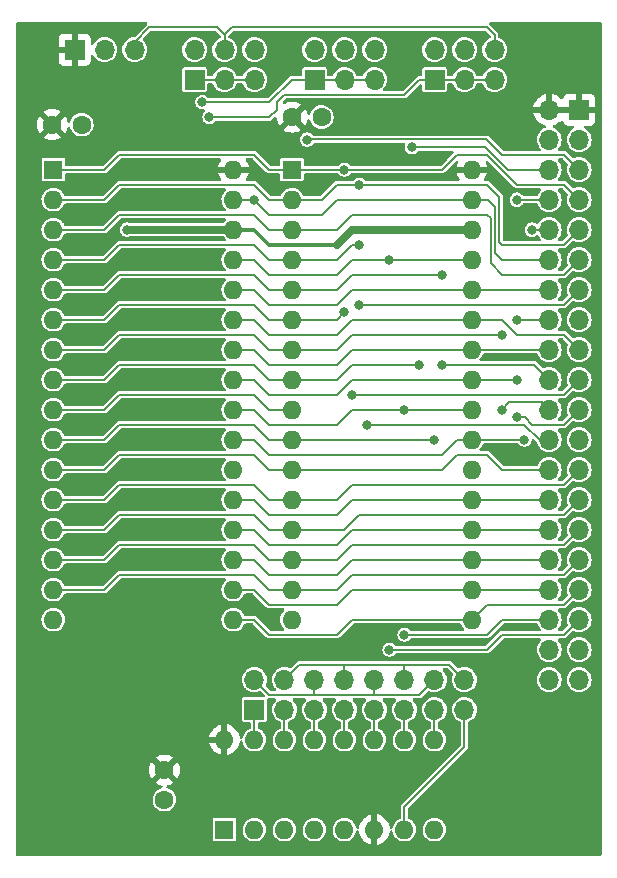
<source format=gtl>
G04 #@! TF.GenerationSoftware,KiCad,Pcbnew,(6.0.1)*
G04 #@! TF.CreationDate,2022-09-09T10:36:18-04:00*
G04 #@! TF.ProjectId,LB-MEM-01,4c422d4d-454d-42d3-9031-2e6b69636164,1*
G04 #@! TF.SameCoordinates,Original*
G04 #@! TF.FileFunction,Copper,L1,Top*
G04 #@! TF.FilePolarity,Positive*
%FSLAX46Y46*%
G04 Gerber Fmt 4.6, Leading zero omitted, Abs format (unit mm)*
G04 Created by KiCad (PCBNEW (6.0.1)) date 2022-09-09 10:36:18*
%MOMM*%
%LPD*%
G01*
G04 APERTURE LIST*
G04 #@! TA.AperFunction,ComponentPad*
%ADD10R,1.600000X1.600000*%
G04 #@! TD*
G04 #@! TA.AperFunction,ComponentPad*
%ADD11O,1.600000X1.600000*%
G04 #@! TD*
G04 #@! TA.AperFunction,ComponentPad*
%ADD12R,1.700000X1.700000*%
G04 #@! TD*
G04 #@! TA.AperFunction,ComponentPad*
%ADD13O,1.700000X1.700000*%
G04 #@! TD*
G04 #@! TA.AperFunction,ComponentPad*
%ADD14C,1.600000*%
G04 #@! TD*
G04 #@! TA.AperFunction,ViaPad*
%ADD15C,0.800000*%
G04 #@! TD*
G04 #@! TA.AperFunction,Conductor*
%ADD16C,0.203200*%
G04 #@! TD*
G04 #@! TA.AperFunction,Conductor*
%ADD17C,0.635000*%
G04 #@! TD*
G04 #@! TA.AperFunction,Conductor*
%ADD18C,0.304800*%
G04 #@! TD*
G04 APERTURE END LIST*
D10*
X155570000Y-59690000D03*
D11*
X155570000Y-62230000D03*
X155570000Y-64770000D03*
X155570000Y-67310000D03*
X155570000Y-69850000D03*
X155570000Y-72390000D03*
X155570000Y-74930000D03*
X155570000Y-77470000D03*
X155570000Y-80010000D03*
X155570000Y-82550000D03*
X155570000Y-85090000D03*
X155570000Y-87630000D03*
X155570000Y-90170000D03*
X155570000Y-92710000D03*
X155570000Y-95250000D03*
X155570000Y-97790000D03*
X170810000Y-97790000D03*
X170810000Y-95250000D03*
X170810000Y-92710000D03*
X170810000Y-90170000D03*
X170810000Y-87630000D03*
X170810000Y-85090000D03*
X170810000Y-82550000D03*
X170810000Y-80010000D03*
X170810000Y-77470000D03*
X170810000Y-74930000D03*
X170810000Y-72390000D03*
X170810000Y-69850000D03*
X170810000Y-67310000D03*
X170810000Y-64770000D03*
X170810000Y-62230000D03*
X170810000Y-59690000D03*
D12*
X179890000Y-54615000D03*
D13*
X177350000Y-54615000D03*
X179890000Y-57155000D03*
X177350000Y-57155000D03*
X179890000Y-59695000D03*
X177350000Y-59695000D03*
X179890000Y-62235000D03*
X177350000Y-62235000D03*
X179890000Y-64775000D03*
X177350000Y-64775000D03*
X179890000Y-67315000D03*
X177350000Y-67315000D03*
X179890000Y-69855000D03*
X177350000Y-69855000D03*
X179890000Y-72395000D03*
X177350000Y-72395000D03*
X179890000Y-74935000D03*
X177350000Y-74935000D03*
X179890000Y-77475000D03*
X177350000Y-77475000D03*
X179890000Y-80015000D03*
X177350000Y-80015000D03*
X179890000Y-82555000D03*
X177350000Y-82555000D03*
X179890000Y-85095000D03*
X177350000Y-85095000D03*
X179890000Y-87635000D03*
X177350000Y-87635000D03*
X179890000Y-90175000D03*
X177350000Y-90175000D03*
X179890000Y-92715000D03*
X177350000Y-92715000D03*
X179890000Y-95255000D03*
X177350000Y-95255000D03*
X179890000Y-97795000D03*
X177350000Y-97795000D03*
X179890000Y-100335000D03*
X177350000Y-100335000D03*
X179890000Y-102875000D03*
X177350000Y-102875000D03*
D10*
X149860000Y-115570000D03*
D11*
X152400000Y-115570000D03*
X154940000Y-115570000D03*
X157480000Y-115570000D03*
X160020000Y-115570000D03*
X162560000Y-115570000D03*
X165100000Y-115570000D03*
X167640000Y-115570000D03*
X167640000Y-107950000D03*
X165100000Y-107950000D03*
X162560000Y-107950000D03*
X160020000Y-107950000D03*
X157480000Y-107950000D03*
X154940000Y-107950000D03*
X152400000Y-107950000D03*
X149860000Y-107950000D03*
D10*
X135375000Y-59690000D03*
D11*
X135375000Y-62230000D03*
X135375000Y-64770000D03*
X135375000Y-67310000D03*
X135375000Y-69850000D03*
X135375000Y-72390000D03*
X135375000Y-74930000D03*
X135375000Y-77470000D03*
X135375000Y-80010000D03*
X135375000Y-82550000D03*
X135375000Y-85090000D03*
X135375000Y-87630000D03*
X135375000Y-90170000D03*
X135375000Y-92710000D03*
X135375000Y-95250000D03*
X135375000Y-97790000D03*
X150615000Y-97790000D03*
X150615000Y-95250000D03*
X150615000Y-92710000D03*
X150615000Y-90170000D03*
X150615000Y-87630000D03*
X150615000Y-85090000D03*
X150615000Y-82550000D03*
X150615000Y-80010000D03*
X150615000Y-77470000D03*
X150615000Y-74930000D03*
X150615000Y-72390000D03*
X150615000Y-69850000D03*
X150615000Y-67310000D03*
X150615000Y-64770000D03*
X150615000Y-62230000D03*
X150615000Y-59690000D03*
D14*
X144780000Y-113030000D03*
X144780000Y-110530000D03*
X137775000Y-55880000D03*
X135275000Y-55880000D03*
D12*
X137175000Y-49530000D03*
D13*
X139715000Y-49530000D03*
X142255000Y-49530000D03*
D12*
X157495000Y-52075000D03*
D13*
X157495000Y-49535000D03*
X160035000Y-52075000D03*
X160035000Y-49535000D03*
X162575000Y-52075000D03*
X162575000Y-49535000D03*
D12*
X147335000Y-52075000D03*
D13*
X147335000Y-49535000D03*
X149875000Y-52075000D03*
X149875000Y-49535000D03*
X152415000Y-52075000D03*
X152415000Y-49535000D03*
D12*
X152400000Y-105410000D03*
D13*
X152400000Y-102870000D03*
X154940000Y-105410000D03*
X154940000Y-102870000D03*
X157480000Y-105410000D03*
X157480000Y-102870000D03*
X160020000Y-105410000D03*
X160020000Y-102870000D03*
X162560000Y-105410000D03*
X162560000Y-102870000D03*
X165100000Y-105410000D03*
X165100000Y-102870000D03*
X167640000Y-105410000D03*
X167640000Y-102870000D03*
X170180000Y-105410000D03*
X170180000Y-102870000D03*
D12*
X167655000Y-52075000D03*
D13*
X167655000Y-49535000D03*
X170195000Y-52075000D03*
X170195000Y-49535000D03*
X172735000Y-52075000D03*
X172735000Y-49535000D03*
D14*
X158095000Y-55245000D03*
X155595000Y-55245000D03*
D15*
X174606500Y-77470000D03*
X174630000Y-72395000D03*
X161290000Y-71120000D03*
X161290000Y-66040000D03*
X152400000Y-62230000D03*
X167640000Y-82550000D03*
X161925000Y-81280000D03*
X174606500Y-80626500D03*
X166370000Y-76200000D03*
X173355000Y-80010000D03*
X173355000Y-73660000D03*
X160020000Y-71755000D03*
X160655000Y-78740000D03*
X168275000Y-76200000D03*
X168275000Y-68580000D03*
X175260000Y-82550000D03*
X160020000Y-59690000D03*
X161290000Y-60960000D03*
X175890000Y-64775000D03*
X165100000Y-99060000D03*
X165100000Y-80010000D03*
X163830000Y-67310000D03*
X163830000Y-100330000D03*
X156845000Y-57150000D03*
X165735000Y-57785000D03*
X174620000Y-62235000D03*
X147988500Y-53975000D03*
X148590000Y-55245000D03*
X141605000Y-64770000D03*
D16*
X150615000Y-77470000D02*
X152400000Y-77470000D01*
X159385000Y-78740000D02*
X160655000Y-77470000D01*
X152400000Y-77470000D02*
X153670000Y-78740000D01*
X153670000Y-78740000D02*
X159385000Y-78740000D01*
X174630000Y-72395000D02*
X177350000Y-72395000D01*
X160655000Y-77470000D02*
X174606500Y-77470000D01*
X161290000Y-71120000D02*
X178625000Y-71120000D01*
X160655000Y-66040000D02*
X161290000Y-66040000D01*
X159385000Y-67310000D02*
X160655000Y-66040000D01*
X140970000Y-66040000D02*
X152400000Y-66040000D01*
X178625000Y-71120000D02*
X179890000Y-69855000D01*
X135375000Y-67310000D02*
X139700000Y-67310000D01*
X155570000Y-67310000D02*
X159385000Y-67310000D01*
X153670000Y-67310000D02*
X155570000Y-67310000D01*
X152400000Y-66040000D02*
X153670000Y-67310000D01*
X139700000Y-67310000D02*
X140970000Y-66040000D01*
X159385000Y-71120000D02*
X160655000Y-69850000D01*
X177350000Y-69855000D02*
X170815000Y-69855000D01*
X152400000Y-69850000D02*
X153670000Y-71120000D01*
X153670000Y-71120000D02*
X159385000Y-71120000D01*
X150615000Y-69850000D02*
X152400000Y-69850000D01*
X160655000Y-69850000D02*
X170810000Y-69850000D01*
X160655000Y-63500000D02*
X159385000Y-64770000D01*
X159385000Y-64770000D02*
X155570000Y-64770000D01*
X139700000Y-64770000D02*
X140970000Y-63500000D01*
X179890000Y-67315000D02*
X178625000Y-68580000D01*
X153670000Y-64770000D02*
X155570000Y-64770000D01*
X172402500Y-63817500D02*
X172085000Y-63500000D01*
X140970000Y-63500000D02*
X152400000Y-63500000D01*
X135375000Y-64770000D02*
X139700000Y-64770000D01*
X178625000Y-68580000D02*
X173355000Y-68580000D01*
X173355000Y-68580000D02*
X172402500Y-67627500D01*
X172402500Y-67627500D02*
X172402500Y-63817500D01*
X152400000Y-63500000D02*
X153670000Y-64770000D01*
X172085000Y-63500000D02*
X160655000Y-63500000D01*
X159385000Y-62230000D02*
X170810000Y-62230000D01*
X172160240Y-62230000D02*
X170810000Y-62230000D01*
X172757620Y-66712620D02*
X172757620Y-62827380D01*
X158115000Y-63500000D02*
X159385000Y-62230000D01*
X152400000Y-62230000D02*
X153670000Y-63500000D01*
X173360000Y-67315000D02*
X172757620Y-66712620D01*
X153670000Y-63500000D02*
X158115000Y-63500000D01*
X150615000Y-62230000D02*
X152400000Y-62230000D01*
X172757620Y-62827380D02*
X172160240Y-62230000D01*
X177350000Y-67315000D02*
X173360000Y-67315000D01*
X170810000Y-95250000D02*
X177345000Y-95250000D01*
X159385000Y-96520000D02*
X160655000Y-95250000D01*
X153670000Y-96520000D02*
X159385000Y-96520000D01*
X152400000Y-95250000D02*
X153670000Y-96520000D01*
X160655000Y-95250000D02*
X170810000Y-95250000D01*
X150615000Y-95250000D02*
X152400000Y-95250000D01*
X172080000Y-96520000D02*
X178625000Y-96520000D01*
X159385000Y-99060000D02*
X160655000Y-97790000D01*
X160655000Y-97790000D02*
X170810000Y-97790000D01*
X153670000Y-99060000D02*
X159385000Y-99060000D01*
X170810000Y-97790000D02*
X172080000Y-96520000D01*
X150615000Y-97790000D02*
X152400000Y-97790000D01*
X178625000Y-96520000D02*
X179890000Y-95255000D01*
X152400000Y-97790000D02*
X153670000Y-99060000D01*
X152400000Y-92710000D02*
X153670000Y-93980000D01*
X159385000Y-93980000D02*
X160655000Y-92710000D01*
X160655000Y-92710000D02*
X170810000Y-92710000D01*
X170810000Y-92710000D02*
X177345000Y-92710000D01*
X153670000Y-93980000D02*
X159385000Y-93980000D01*
X150615000Y-92710000D02*
X152400000Y-92710000D01*
X170810000Y-90170000D02*
X177345000Y-90170000D01*
X150615000Y-90170000D02*
X152400000Y-90170000D01*
X152400000Y-90170000D02*
X153670000Y-91440000D01*
X160655000Y-90170000D02*
X170810000Y-90170000D01*
X153670000Y-91440000D02*
X159385000Y-91440000D01*
X159385000Y-91440000D02*
X160655000Y-90170000D01*
X153670000Y-87630000D02*
X155570000Y-87630000D01*
X178625000Y-86360000D02*
X179890000Y-85095000D01*
X139700000Y-87630000D02*
X140970000Y-86360000D01*
X152400000Y-86360000D02*
X153670000Y-87630000D01*
X155570000Y-87630000D02*
X159385000Y-87630000D01*
X135375000Y-87630000D02*
X139700000Y-87630000D01*
X160655000Y-86360000D02*
X178625000Y-86360000D01*
X159385000Y-87630000D02*
X160655000Y-86360000D01*
X140970000Y-86360000D02*
X152400000Y-86360000D01*
X173360000Y-85095000D02*
X177350000Y-85095000D01*
X152400000Y-83820000D02*
X153670000Y-85090000D01*
X139700000Y-85090000D02*
X140970000Y-83820000D01*
X153670000Y-85090000D02*
X155570000Y-85090000D01*
X168275000Y-85090000D02*
X169545000Y-83820000D01*
X169545000Y-83820000D02*
X172085000Y-83820000D01*
X135375000Y-85090000D02*
X139700000Y-85090000D01*
X140970000Y-83820000D02*
X152400000Y-83820000D01*
X172085000Y-83820000D02*
X173360000Y-85095000D01*
X155570000Y-85090000D02*
X168275000Y-85090000D01*
X139700000Y-95250000D02*
X140970000Y-93980000D01*
X160655000Y-93980000D02*
X178625000Y-93980000D01*
X178625000Y-93980000D02*
X179890000Y-92715000D01*
X153670000Y-95250000D02*
X155570000Y-95250000D01*
X159385000Y-95250000D02*
X160655000Y-93980000D01*
X152400000Y-93980000D02*
X153670000Y-95250000D01*
X140970000Y-93980000D02*
X152400000Y-93980000D01*
X155570000Y-95250000D02*
X159385000Y-95250000D01*
X135375000Y-95250000D02*
X139700000Y-95250000D01*
X153670000Y-82550000D02*
X155570000Y-82550000D01*
X155570000Y-82550000D02*
X167640000Y-82550000D01*
X152400000Y-81280000D02*
X153670000Y-82550000D01*
X140970000Y-81280000D02*
X152400000Y-81280000D01*
X135375000Y-82550000D02*
X139700000Y-82550000D01*
X139700000Y-82550000D02*
X140970000Y-81280000D01*
X160655000Y-87630000D02*
X170810000Y-87630000D01*
X152400000Y-87630000D02*
X153670000Y-88900000D01*
X153670000Y-88900000D02*
X159385000Y-88900000D01*
X159385000Y-88900000D02*
X160655000Y-87630000D01*
X170810000Y-87630000D02*
X177345000Y-87630000D01*
X150615000Y-87630000D02*
X152400000Y-87630000D01*
X177350000Y-82555000D02*
X176535000Y-82555000D01*
X140970000Y-78740000D02*
X152400000Y-78740000D01*
X139700000Y-80010000D02*
X140970000Y-78740000D01*
X153670000Y-80010000D02*
X155570000Y-80010000D01*
X175260000Y-81280000D02*
X161925000Y-81280000D01*
X152400000Y-78740000D02*
X153670000Y-80010000D01*
X135375000Y-80010000D02*
X139700000Y-80010000D01*
X176535000Y-82555000D02*
X175260000Y-81280000D01*
X155570000Y-90170000D02*
X160020000Y-90170000D01*
X178625000Y-88900000D02*
X179890000Y-87635000D01*
X152400000Y-88900000D02*
X153670000Y-90170000D01*
X161290000Y-88900000D02*
X178625000Y-88900000D01*
X140970000Y-88900000D02*
X152400000Y-88900000D01*
X153670000Y-90170000D02*
X155570000Y-90170000D01*
X160020000Y-90170000D02*
X161290000Y-88900000D01*
X139700000Y-90170000D02*
X140970000Y-88900000D01*
X135375000Y-90170000D02*
X139700000Y-90170000D01*
X178625000Y-81280000D02*
X175932000Y-81280000D01*
X140970000Y-76200000D02*
X152400000Y-76200000D01*
X135375000Y-77470000D02*
X139700000Y-77470000D01*
X152400000Y-76200000D02*
X153670000Y-77470000D01*
X166370000Y-76200000D02*
X160655000Y-76200000D01*
X153670000Y-77470000D02*
X155570000Y-77470000D01*
X179890000Y-80015000D02*
X178625000Y-81280000D01*
X175278500Y-80626500D02*
X174606500Y-80626500D01*
X160655000Y-76200000D02*
X159385000Y-77470000D01*
X175932000Y-81280000D02*
X175278500Y-80626500D01*
X159385000Y-77470000D02*
X155570000Y-77470000D01*
X139700000Y-77470000D02*
X140970000Y-76200000D01*
X160655000Y-91440000D02*
X178625000Y-91440000D01*
X159385000Y-92710000D02*
X160655000Y-91440000D01*
X178625000Y-91440000D02*
X179890000Y-90175000D01*
X135375000Y-92710000D02*
X139700000Y-92710000D01*
X140970000Y-91440000D02*
X152400000Y-91440000D01*
X155570000Y-92710000D02*
X159385000Y-92710000D01*
X139700000Y-92710000D02*
X140970000Y-91440000D01*
X153670000Y-92710000D02*
X155570000Y-92710000D01*
X152400000Y-91440000D02*
X153670000Y-92710000D01*
X173355000Y-80010000D02*
X173990000Y-79375000D01*
X155570000Y-74930000D02*
X159385000Y-74930000D01*
X139700000Y-74930000D02*
X140970000Y-73660000D01*
X153670000Y-74930000D02*
X155570000Y-74930000D01*
X160655000Y-73660000D02*
X173355000Y-73660000D01*
X176710000Y-79375000D02*
X177350000Y-80015000D01*
X159385000Y-74930000D02*
X160655000Y-73660000D01*
X135375000Y-74930000D02*
X139700000Y-74930000D01*
X173990000Y-79375000D02*
X176710000Y-79375000D01*
X140970000Y-73660000D02*
X152400000Y-73660000D01*
X152400000Y-73660000D02*
X153670000Y-74930000D01*
X139700000Y-72390000D02*
X140970000Y-71120000D01*
X179890000Y-77475000D02*
X178625000Y-78740000D01*
X153670000Y-72390000D02*
X155570000Y-72390000D01*
X159385000Y-72390000D02*
X160020000Y-71755000D01*
X140970000Y-71120000D02*
X152400000Y-71120000D01*
X160655000Y-78740000D02*
X178625000Y-78740000D01*
X155570000Y-72390000D02*
X159385000Y-72390000D01*
X135375000Y-72390000D02*
X139700000Y-72390000D01*
X152400000Y-71120000D02*
X153670000Y-72390000D01*
X139700000Y-69850000D02*
X140970000Y-68580000D01*
X176075000Y-76200000D02*
X177350000Y-77475000D01*
X159385000Y-69850000D02*
X160655000Y-68580000D01*
X153670000Y-69850000D02*
X155570000Y-69850000D01*
X152400000Y-68580000D02*
X153670000Y-69850000D01*
X155570000Y-69850000D02*
X159385000Y-69850000D01*
X135375000Y-69850000D02*
X139700000Y-69850000D01*
X140970000Y-68580000D02*
X152400000Y-68580000D01*
X168275000Y-76200000D02*
X176075000Y-76200000D01*
X160655000Y-68580000D02*
X168275000Y-68580000D01*
X150615000Y-72390000D02*
X152400000Y-72390000D01*
X173355000Y-72390000D02*
X174625000Y-73660000D01*
X179890000Y-74935000D02*
X178615000Y-73660000D01*
X178615000Y-73660000D02*
X174625000Y-73660000D01*
X160655000Y-72390000D02*
X170810000Y-72390000D01*
X170810000Y-72390000D02*
X173355000Y-72390000D01*
X152400000Y-72390000D02*
X153670000Y-73660000D01*
X159385000Y-73660000D02*
X160655000Y-72390000D01*
X153670000Y-73660000D02*
X159385000Y-73660000D01*
X159385000Y-76200000D02*
X160655000Y-74930000D01*
X152400000Y-74930000D02*
X153670000Y-76200000D01*
X160655000Y-74930000D02*
X170810000Y-74930000D01*
X150615000Y-74930000D02*
X152400000Y-74930000D01*
X153670000Y-76200000D02*
X159385000Y-76200000D01*
X170810000Y-74930000D02*
X177345000Y-74930000D01*
X150615000Y-82550000D02*
X152400000Y-82550000D01*
X152400000Y-82550000D02*
X153670000Y-83820000D01*
X168275000Y-83820000D02*
X169545000Y-82550000D01*
X170810000Y-82550000D02*
X175260000Y-82550000D01*
X153670000Y-83820000D02*
X168275000Y-83820000D01*
X169545000Y-82550000D02*
X170810000Y-82550000D01*
X140970000Y-58420000D02*
X152400000Y-58420000D01*
X139700000Y-59690000D02*
X140970000Y-58420000D01*
X160020000Y-59690000D02*
X168275000Y-59690000D01*
X169545000Y-58420000D02*
X172085000Y-58420000D01*
X135375000Y-59690000D02*
X139700000Y-59690000D01*
X172085000Y-58420000D02*
X174625000Y-60960000D01*
X160020000Y-59690000D02*
X155570000Y-59690000D01*
X174625000Y-60960000D02*
X178615000Y-60960000D01*
X178615000Y-60960000D02*
X179890000Y-62235000D01*
X153670000Y-59690000D02*
X155570000Y-59690000D01*
X152400000Y-58420000D02*
X153670000Y-59690000D01*
X168275000Y-59690000D02*
X169545000Y-58420000D01*
X155570000Y-62230000D02*
X158115000Y-62230000D01*
X152400000Y-60960000D02*
X153670000Y-62230000D01*
X179890000Y-64775000D02*
X178625000Y-66040000D01*
X178625000Y-66040000D02*
X173355000Y-66040000D01*
X139700000Y-62230000D02*
X140970000Y-60960000D01*
X159385000Y-60960000D02*
X161290000Y-60960000D01*
X135375000Y-62230000D02*
X139700000Y-62230000D01*
X140970000Y-60960000D02*
X152400000Y-60960000D01*
X172085000Y-60960000D02*
X161290000Y-60960000D01*
X173112740Y-61987740D02*
X172085000Y-60960000D01*
X173112740Y-65797740D02*
X173112740Y-61987740D01*
X173355000Y-66040000D02*
X173112740Y-65797740D01*
X158115000Y-62230000D02*
X159385000Y-60960000D01*
X153670000Y-62230000D02*
X155570000Y-62230000D01*
X177350000Y-64775000D02*
X175890000Y-64775000D01*
X172085000Y-47625000D02*
X172735000Y-48275000D01*
X142255000Y-48880000D02*
X143510000Y-47625000D01*
X149875000Y-48245000D02*
X150495000Y-47625000D01*
X143510000Y-47625000D02*
X149225000Y-47625000D01*
X149875000Y-49535000D02*
X149875000Y-48245000D01*
X150495000Y-47625000D02*
X172085000Y-47625000D01*
X149225000Y-47625000D02*
X149875000Y-48275000D01*
X172735000Y-48275000D02*
X172735000Y-49535000D01*
X172085000Y-99060000D02*
X173350000Y-97795000D01*
X153670000Y-81280000D02*
X159385000Y-81280000D01*
X160655000Y-80010000D02*
X170810000Y-80010000D01*
X173350000Y-97795000D02*
X177350000Y-97795000D01*
X152400000Y-80010000D02*
X153670000Y-81280000D01*
X150615000Y-80010000D02*
X152400000Y-80010000D01*
X159385000Y-81280000D02*
X160655000Y-80010000D01*
X165100000Y-99060000D02*
X172085000Y-99060000D01*
X150615000Y-67310000D02*
X152400000Y-67310000D01*
X179890000Y-97795000D02*
X178625000Y-99060000D01*
X173355000Y-99060000D02*
X178625000Y-99060000D01*
X173355000Y-99060000D02*
X172085000Y-100330000D01*
X160655000Y-67310000D02*
X170810000Y-67310000D01*
X172085000Y-100330000D02*
X163830000Y-100330000D01*
X153670000Y-68580000D02*
X159385000Y-68580000D01*
X152400000Y-67310000D02*
X153670000Y-68580000D01*
X159385000Y-68580000D02*
X160655000Y-67310000D01*
X162560000Y-104140000D02*
X166370000Y-104140000D01*
X153670000Y-104140000D02*
X157480000Y-104140000D01*
X166370000Y-104140000D02*
X167640000Y-102870000D01*
X152400000Y-102870000D02*
X153670000Y-104140000D01*
X157480000Y-104140000D02*
X157480000Y-102870000D01*
X162560000Y-104140000D02*
X162560000Y-102870000D01*
X157480000Y-104140000D02*
X162560000Y-104140000D01*
X165100000Y-102870000D02*
X165100000Y-101600000D01*
X165100000Y-101600000D02*
X168910000Y-101600000D01*
X160020000Y-102870000D02*
X160020000Y-101600000D01*
X168910000Y-101600000D02*
X170180000Y-102870000D01*
X154940000Y-102870000D02*
X156210000Y-101600000D01*
X156210000Y-101600000D02*
X165100000Y-101600000D01*
X172085000Y-57150000D02*
X172066489Y-57131489D01*
X172066489Y-57131489D02*
X156863511Y-57131489D01*
X179890000Y-59695000D02*
X178615000Y-58420000D01*
X156863511Y-57131489D02*
X156845000Y-57150000D01*
X173355000Y-58420000D02*
X178615000Y-58420000D01*
X173355000Y-58420000D02*
X172085000Y-57150000D01*
X171952216Y-57785000D02*
X165735000Y-57785000D01*
X171952216Y-57785000D02*
X173862216Y-59695000D01*
X177350000Y-59695000D02*
X173862216Y-59695000D01*
X177350000Y-62235000D02*
X174620000Y-62235000D01*
X147335000Y-52075000D02*
X149875000Y-52075000D01*
X149875000Y-52075000D02*
X152415000Y-52075000D01*
X153670000Y-53975000D02*
X147988500Y-53975000D01*
X157495000Y-52075000D02*
X155570000Y-52075000D01*
X160035000Y-52075000D02*
X162575000Y-52075000D01*
X155570000Y-52075000D02*
X153670000Y-53975000D01*
X157495000Y-52075000D02*
X160035000Y-52075000D01*
X154940000Y-53340000D02*
X165100000Y-53340000D01*
X165100000Y-53340000D02*
X166365000Y-52075000D01*
X166365000Y-52075000D02*
X167655000Y-52075000D01*
X154305000Y-53975000D02*
X154940000Y-53340000D01*
X167655000Y-52075000D02*
X170195000Y-52075000D01*
X154305000Y-54610000D02*
X154305000Y-53975000D01*
X153670000Y-55245000D02*
X154305000Y-54610000D01*
X148590000Y-55245000D02*
X153670000Y-55245000D01*
X170195000Y-52075000D02*
X172735000Y-52075000D01*
D17*
X159385000Y-66040000D02*
X160655000Y-64770000D01*
D18*
X153670000Y-66040000D02*
X159385000Y-66040000D01*
X150615000Y-64770000D02*
X152400000Y-64770000D01*
X152400000Y-64770000D02*
X153670000Y-66040000D01*
D17*
X160655000Y-64770000D02*
X170810000Y-64770000D01*
X150615000Y-64770000D02*
X141605000Y-64770000D01*
D16*
X152400000Y-107950000D02*
X152400000Y-105410000D01*
X154940000Y-107950000D02*
X154940000Y-105410000D01*
X157480000Y-107950000D02*
X157480000Y-105410000D01*
X160020000Y-107950000D02*
X160020000Y-105410000D01*
X162560000Y-107950000D02*
X162560000Y-105410000D01*
X165100000Y-107950000D02*
X165100000Y-105410000D01*
X167640000Y-105410000D02*
X167640000Y-107950000D01*
X165100000Y-113665000D02*
X170180000Y-108585000D01*
X165100000Y-115570000D02*
X165100000Y-113665000D01*
X170180000Y-108585000D02*
X170180000Y-105410000D01*
G04 #@! TA.AperFunction,Conductor*
G36*
X143261173Y-47223202D02*
G01*
X143307666Y-47276858D01*
X143317770Y-47347132D01*
X143293349Y-47405466D01*
X143284466Y-47417148D01*
X143273264Y-47429977D01*
X142261223Y-48442018D01*
X142198911Y-48476044D01*
X142183568Y-48478402D01*
X142056601Y-48489956D01*
X141858367Y-48548300D01*
X141675241Y-48644036D01*
X141670441Y-48647896D01*
X141670440Y-48647896D01*
X141660179Y-48656146D01*
X141514198Y-48773518D01*
X141510239Y-48778236D01*
X141510238Y-48778237D01*
X141497255Y-48793710D01*
X141381371Y-48931814D01*
X141378408Y-48937203D01*
X141378405Y-48937208D01*
X141318763Y-49045697D01*
X141281821Y-49112895D01*
X141219339Y-49309864D01*
X141218653Y-49315981D01*
X141218652Y-49315985D01*
X141196992Y-49509092D01*
X141196305Y-49515217D01*
X141196821Y-49521361D01*
X141213080Y-49714994D01*
X141213081Y-49714999D01*
X141213596Y-49721133D01*
X141270555Y-49919770D01*
X141365010Y-50103560D01*
X141368835Y-50108386D01*
X141368837Y-50108389D01*
X141398112Y-50145325D01*
X141493364Y-50265503D01*
X141650730Y-50399431D01*
X141831111Y-50500243D01*
X142027639Y-50564099D01*
X142232826Y-50588566D01*
X142238961Y-50588094D01*
X142238963Y-50588094D01*
X142432715Y-50573185D01*
X142432718Y-50573184D01*
X142438858Y-50572712D01*
X142449188Y-50569828D01*
X142476526Y-50562195D01*
X142637887Y-50517143D01*
X142822332Y-50423973D01*
X142843499Y-50407436D01*
X142980307Y-50300550D01*
X142980308Y-50300549D01*
X142985168Y-50296752D01*
X143120191Y-50140325D01*
X143222260Y-49960652D01*
X143287486Y-49764575D01*
X143313385Y-49559563D01*
X143313798Y-49530000D01*
X143312839Y-49520217D01*
X146276305Y-49520217D01*
X146277252Y-49531495D01*
X146293080Y-49719994D01*
X146293081Y-49719999D01*
X146293596Y-49726133D01*
X146311014Y-49786876D01*
X146347424Y-49913850D01*
X146350555Y-49924770D01*
X146371752Y-49966015D01*
X146439625Y-50098081D01*
X146445010Y-50108560D01*
X146448835Y-50113386D01*
X146448837Y-50113389D01*
X146565572Y-50260672D01*
X146573364Y-50270503D01*
X146730730Y-50404431D01*
X146911111Y-50505243D01*
X147107639Y-50569099D01*
X147312826Y-50593566D01*
X147318961Y-50593094D01*
X147318963Y-50593094D01*
X147512715Y-50578185D01*
X147512718Y-50578184D01*
X147518858Y-50577712D01*
X147717887Y-50522143D01*
X147902332Y-50428973D01*
X147913591Y-50420177D01*
X148060307Y-50305550D01*
X148060308Y-50305549D01*
X148065168Y-50301752D01*
X148200191Y-50145325D01*
X148227030Y-50098081D01*
X148299213Y-49971015D01*
X148302260Y-49965652D01*
X148367486Y-49769575D01*
X148393385Y-49564563D01*
X148393798Y-49535000D01*
X148373633Y-49329345D01*
X148369600Y-49315985D01*
X148315688Y-49137422D01*
X148313907Y-49131523D01*
X148265401Y-49040296D01*
X148219789Y-48954512D01*
X148219787Y-48954509D01*
X148216895Y-48949070D01*
X148213005Y-48944300D01*
X148213002Y-48944296D01*
X148090187Y-48793710D01*
X148090184Y-48793707D01*
X148086292Y-48788935D01*
X148080248Y-48783935D01*
X147931822Y-48661146D01*
X147931819Y-48661144D01*
X147927072Y-48657217D01*
X147745301Y-48558933D01*
X147602245Y-48514650D01*
X147553788Y-48499650D01*
X147553785Y-48499649D01*
X147547901Y-48497828D01*
X147541776Y-48497184D01*
X147541775Y-48497184D01*
X147348520Y-48476872D01*
X147348519Y-48476872D01*
X147342392Y-48476228D01*
X147215582Y-48487768D01*
X147142742Y-48494397D01*
X147142741Y-48494397D01*
X147136601Y-48494956D01*
X146938367Y-48553300D01*
X146755241Y-48649036D01*
X146594198Y-48778518D01*
X146590239Y-48783236D01*
X146590238Y-48783237D01*
X146465329Y-48932097D01*
X146461371Y-48936814D01*
X146458408Y-48942203D01*
X146458405Y-48942208D01*
X146401512Y-49045697D01*
X146361821Y-49117895D01*
X146299339Y-49314864D01*
X146298653Y-49320981D01*
X146298652Y-49320985D01*
X146277553Y-49509092D01*
X146276305Y-49520217D01*
X143312839Y-49520217D01*
X143293633Y-49324345D01*
X143288998Y-49308991D01*
X143235688Y-49132422D01*
X143233907Y-49126523D01*
X143167698Y-49002002D01*
X143139789Y-48949512D01*
X143139787Y-48949509D01*
X143136895Y-48944070D01*
X143133005Y-48939300D01*
X143133002Y-48939296D01*
X143010187Y-48788710D01*
X143010184Y-48788707D01*
X143006292Y-48783935D01*
X143001543Y-48780006D01*
X143001539Y-48780002D01*
X142990692Y-48771029D01*
X142950953Y-48712196D01*
X142949330Y-48641218D01*
X142981911Y-48584848D01*
X143599556Y-47967204D01*
X143661868Y-47933179D01*
X143688651Y-47930300D01*
X149046350Y-47930300D01*
X149114471Y-47950302D01*
X149135446Y-47967205D01*
X149517418Y-48349178D01*
X149551443Y-48411490D01*
X149546378Y-48482306D01*
X149503831Y-48539141D01*
X149479087Y-48553088D01*
X149478367Y-48553300D01*
X149295241Y-48649036D01*
X149134198Y-48778518D01*
X149130239Y-48783236D01*
X149130238Y-48783237D01*
X149005329Y-48932097D01*
X149001371Y-48936814D01*
X148998408Y-48942203D01*
X148998405Y-48942208D01*
X148941512Y-49045697D01*
X148901821Y-49117895D01*
X148839339Y-49314864D01*
X148838653Y-49320981D01*
X148838652Y-49320985D01*
X148817553Y-49509092D01*
X148816305Y-49520217D01*
X148817252Y-49531495D01*
X148833080Y-49719994D01*
X148833081Y-49719999D01*
X148833596Y-49726133D01*
X148851014Y-49786876D01*
X148887424Y-49913850D01*
X148890555Y-49924770D01*
X148911752Y-49966015D01*
X148979625Y-50098081D01*
X148985010Y-50108560D01*
X148988835Y-50113386D01*
X148988837Y-50113389D01*
X149105572Y-50260672D01*
X149113364Y-50270503D01*
X149270730Y-50404431D01*
X149451111Y-50505243D01*
X149647639Y-50569099D01*
X149852826Y-50593566D01*
X149858961Y-50593094D01*
X149858963Y-50593094D01*
X150052715Y-50578185D01*
X150052718Y-50578184D01*
X150058858Y-50577712D01*
X150257887Y-50522143D01*
X150442332Y-50428973D01*
X150453591Y-50420177D01*
X150600307Y-50305550D01*
X150600308Y-50305549D01*
X150605168Y-50301752D01*
X150740191Y-50145325D01*
X150767030Y-50098081D01*
X150839213Y-49971015D01*
X150842260Y-49965652D01*
X150907486Y-49769575D01*
X150933385Y-49564563D01*
X150933798Y-49535000D01*
X150932348Y-49520217D01*
X151356305Y-49520217D01*
X151357252Y-49531495D01*
X151373080Y-49719994D01*
X151373081Y-49719999D01*
X151373596Y-49726133D01*
X151391014Y-49786876D01*
X151427424Y-49913850D01*
X151430555Y-49924770D01*
X151451752Y-49966015D01*
X151519625Y-50098081D01*
X151525010Y-50108560D01*
X151528835Y-50113386D01*
X151528837Y-50113389D01*
X151645572Y-50260672D01*
X151653364Y-50270503D01*
X151810730Y-50404431D01*
X151991111Y-50505243D01*
X152187639Y-50569099D01*
X152392826Y-50593566D01*
X152398961Y-50593094D01*
X152398963Y-50593094D01*
X152592715Y-50578185D01*
X152592718Y-50578184D01*
X152598858Y-50577712D01*
X152797887Y-50522143D01*
X152982332Y-50428973D01*
X152993591Y-50420177D01*
X153140307Y-50305550D01*
X153140308Y-50305549D01*
X153145168Y-50301752D01*
X153280191Y-50145325D01*
X153307030Y-50098081D01*
X153379213Y-49971015D01*
X153382260Y-49965652D01*
X153447486Y-49769575D01*
X153473385Y-49564563D01*
X153473798Y-49535000D01*
X153472348Y-49520217D01*
X156436305Y-49520217D01*
X156437252Y-49531495D01*
X156453080Y-49719994D01*
X156453081Y-49719999D01*
X156453596Y-49726133D01*
X156471014Y-49786876D01*
X156507424Y-49913850D01*
X156510555Y-49924770D01*
X156531752Y-49966015D01*
X156599625Y-50098081D01*
X156605010Y-50108560D01*
X156608835Y-50113386D01*
X156608837Y-50113389D01*
X156725572Y-50260672D01*
X156733364Y-50270503D01*
X156890730Y-50404431D01*
X157071111Y-50505243D01*
X157267639Y-50569099D01*
X157472826Y-50593566D01*
X157478961Y-50593094D01*
X157478963Y-50593094D01*
X157672715Y-50578185D01*
X157672718Y-50578184D01*
X157678858Y-50577712D01*
X157877887Y-50522143D01*
X158062332Y-50428973D01*
X158073591Y-50420177D01*
X158220307Y-50305550D01*
X158220308Y-50305549D01*
X158225168Y-50301752D01*
X158360191Y-50145325D01*
X158387030Y-50098081D01*
X158459213Y-49971015D01*
X158462260Y-49965652D01*
X158527486Y-49769575D01*
X158553385Y-49564563D01*
X158553798Y-49535000D01*
X158552348Y-49520217D01*
X158976305Y-49520217D01*
X158977252Y-49531495D01*
X158993080Y-49719994D01*
X158993081Y-49719999D01*
X158993596Y-49726133D01*
X159011014Y-49786876D01*
X159047424Y-49913850D01*
X159050555Y-49924770D01*
X159071752Y-49966015D01*
X159139625Y-50098081D01*
X159145010Y-50108560D01*
X159148835Y-50113386D01*
X159148837Y-50113389D01*
X159265572Y-50260672D01*
X159273364Y-50270503D01*
X159430730Y-50404431D01*
X159611111Y-50505243D01*
X159807639Y-50569099D01*
X160012826Y-50593566D01*
X160018961Y-50593094D01*
X160018963Y-50593094D01*
X160212715Y-50578185D01*
X160212718Y-50578184D01*
X160218858Y-50577712D01*
X160417887Y-50522143D01*
X160602332Y-50428973D01*
X160613591Y-50420177D01*
X160760307Y-50305550D01*
X160760308Y-50305549D01*
X160765168Y-50301752D01*
X160900191Y-50145325D01*
X160927030Y-50098081D01*
X160999213Y-49971015D01*
X161002260Y-49965652D01*
X161067486Y-49769575D01*
X161093385Y-49564563D01*
X161093798Y-49535000D01*
X161092348Y-49520217D01*
X161516305Y-49520217D01*
X161517252Y-49531495D01*
X161533080Y-49719994D01*
X161533081Y-49719999D01*
X161533596Y-49726133D01*
X161551014Y-49786876D01*
X161587424Y-49913850D01*
X161590555Y-49924770D01*
X161611752Y-49966015D01*
X161679625Y-50098081D01*
X161685010Y-50108560D01*
X161688835Y-50113386D01*
X161688837Y-50113389D01*
X161805572Y-50260672D01*
X161813364Y-50270503D01*
X161970730Y-50404431D01*
X162151111Y-50505243D01*
X162347639Y-50569099D01*
X162552826Y-50593566D01*
X162558961Y-50593094D01*
X162558963Y-50593094D01*
X162752715Y-50578185D01*
X162752718Y-50578184D01*
X162758858Y-50577712D01*
X162957887Y-50522143D01*
X163142332Y-50428973D01*
X163153591Y-50420177D01*
X163300307Y-50305550D01*
X163300308Y-50305549D01*
X163305168Y-50301752D01*
X163440191Y-50145325D01*
X163467030Y-50098081D01*
X163539213Y-49971015D01*
X163542260Y-49965652D01*
X163607486Y-49769575D01*
X163633385Y-49564563D01*
X163633798Y-49535000D01*
X163632348Y-49520217D01*
X166596305Y-49520217D01*
X166597252Y-49531495D01*
X166613080Y-49719994D01*
X166613081Y-49719999D01*
X166613596Y-49726133D01*
X166631014Y-49786876D01*
X166667424Y-49913850D01*
X166670555Y-49924770D01*
X166691752Y-49966015D01*
X166759625Y-50098081D01*
X166765010Y-50108560D01*
X166768835Y-50113386D01*
X166768837Y-50113389D01*
X166885572Y-50260672D01*
X166893364Y-50270503D01*
X167050730Y-50404431D01*
X167231111Y-50505243D01*
X167427639Y-50569099D01*
X167632826Y-50593566D01*
X167638961Y-50593094D01*
X167638963Y-50593094D01*
X167832715Y-50578185D01*
X167832718Y-50578184D01*
X167838858Y-50577712D01*
X168037887Y-50522143D01*
X168222332Y-50428973D01*
X168233591Y-50420177D01*
X168380307Y-50305550D01*
X168380308Y-50305549D01*
X168385168Y-50301752D01*
X168520191Y-50145325D01*
X168547030Y-50098081D01*
X168619213Y-49971015D01*
X168622260Y-49965652D01*
X168687486Y-49769575D01*
X168713385Y-49564563D01*
X168713798Y-49535000D01*
X168712348Y-49520217D01*
X169136305Y-49520217D01*
X169137252Y-49531495D01*
X169153080Y-49719994D01*
X169153081Y-49719999D01*
X169153596Y-49726133D01*
X169171014Y-49786876D01*
X169207424Y-49913850D01*
X169210555Y-49924770D01*
X169231752Y-49966015D01*
X169299625Y-50098081D01*
X169305010Y-50108560D01*
X169308835Y-50113386D01*
X169308837Y-50113389D01*
X169425572Y-50260672D01*
X169433364Y-50270503D01*
X169590730Y-50404431D01*
X169771111Y-50505243D01*
X169967639Y-50569099D01*
X170172826Y-50593566D01*
X170178961Y-50593094D01*
X170178963Y-50593094D01*
X170372715Y-50578185D01*
X170372718Y-50578184D01*
X170378858Y-50577712D01*
X170577887Y-50522143D01*
X170762332Y-50428973D01*
X170773591Y-50420177D01*
X170920307Y-50305550D01*
X170920308Y-50305549D01*
X170925168Y-50301752D01*
X171060191Y-50145325D01*
X171087030Y-50098081D01*
X171159213Y-49971015D01*
X171162260Y-49965652D01*
X171227486Y-49769575D01*
X171253385Y-49564563D01*
X171253798Y-49535000D01*
X171233633Y-49329345D01*
X171229600Y-49315985D01*
X171175688Y-49137422D01*
X171173907Y-49131523D01*
X171125401Y-49040296D01*
X171079789Y-48954512D01*
X171079787Y-48954509D01*
X171076895Y-48949070D01*
X171073005Y-48944300D01*
X171073002Y-48944296D01*
X170950187Y-48793710D01*
X170950184Y-48793707D01*
X170946292Y-48788935D01*
X170940248Y-48783935D01*
X170791822Y-48661146D01*
X170791819Y-48661144D01*
X170787072Y-48657217D01*
X170605301Y-48558933D01*
X170462245Y-48514650D01*
X170413788Y-48499650D01*
X170413785Y-48499649D01*
X170407901Y-48497828D01*
X170401776Y-48497184D01*
X170401775Y-48497184D01*
X170208520Y-48476872D01*
X170208519Y-48476872D01*
X170202392Y-48476228D01*
X170075582Y-48487768D01*
X170002742Y-48494397D01*
X170002741Y-48494397D01*
X169996601Y-48494956D01*
X169798367Y-48553300D01*
X169615241Y-48649036D01*
X169454198Y-48778518D01*
X169450239Y-48783236D01*
X169450238Y-48783237D01*
X169325329Y-48932097D01*
X169321371Y-48936814D01*
X169318408Y-48942203D01*
X169318405Y-48942208D01*
X169261512Y-49045697D01*
X169221821Y-49117895D01*
X169159339Y-49314864D01*
X169158653Y-49320981D01*
X169158652Y-49320985D01*
X169137553Y-49509092D01*
X169136305Y-49520217D01*
X168712348Y-49520217D01*
X168693633Y-49329345D01*
X168689600Y-49315985D01*
X168635688Y-49137422D01*
X168633907Y-49131523D01*
X168585401Y-49040296D01*
X168539789Y-48954512D01*
X168539787Y-48954509D01*
X168536895Y-48949070D01*
X168533005Y-48944300D01*
X168533002Y-48944296D01*
X168410187Y-48793710D01*
X168410184Y-48793707D01*
X168406292Y-48788935D01*
X168400248Y-48783935D01*
X168251822Y-48661146D01*
X168251819Y-48661144D01*
X168247072Y-48657217D01*
X168065301Y-48558933D01*
X167922245Y-48514650D01*
X167873788Y-48499650D01*
X167873785Y-48499649D01*
X167867901Y-48497828D01*
X167861776Y-48497184D01*
X167861775Y-48497184D01*
X167668520Y-48476872D01*
X167668519Y-48476872D01*
X167662392Y-48476228D01*
X167535582Y-48487768D01*
X167462742Y-48494397D01*
X167462741Y-48494397D01*
X167456601Y-48494956D01*
X167258367Y-48553300D01*
X167075241Y-48649036D01*
X166914198Y-48778518D01*
X166910239Y-48783236D01*
X166910238Y-48783237D01*
X166785329Y-48932097D01*
X166781371Y-48936814D01*
X166778408Y-48942203D01*
X166778405Y-48942208D01*
X166721512Y-49045697D01*
X166681821Y-49117895D01*
X166619339Y-49314864D01*
X166618653Y-49320981D01*
X166618652Y-49320985D01*
X166597553Y-49509092D01*
X166596305Y-49520217D01*
X163632348Y-49520217D01*
X163613633Y-49329345D01*
X163609600Y-49315985D01*
X163555688Y-49137422D01*
X163553907Y-49131523D01*
X163505401Y-49040296D01*
X163459789Y-48954512D01*
X163459787Y-48954509D01*
X163456895Y-48949070D01*
X163453005Y-48944300D01*
X163453002Y-48944296D01*
X163330187Y-48793710D01*
X163330184Y-48793707D01*
X163326292Y-48788935D01*
X163320248Y-48783935D01*
X163171822Y-48661146D01*
X163171819Y-48661144D01*
X163167072Y-48657217D01*
X162985301Y-48558933D01*
X162842245Y-48514650D01*
X162793788Y-48499650D01*
X162793785Y-48499649D01*
X162787901Y-48497828D01*
X162781776Y-48497184D01*
X162781775Y-48497184D01*
X162588520Y-48476872D01*
X162588519Y-48476872D01*
X162582392Y-48476228D01*
X162455582Y-48487768D01*
X162382742Y-48494397D01*
X162382741Y-48494397D01*
X162376601Y-48494956D01*
X162178367Y-48553300D01*
X161995241Y-48649036D01*
X161834198Y-48778518D01*
X161830239Y-48783236D01*
X161830238Y-48783237D01*
X161705329Y-48932097D01*
X161701371Y-48936814D01*
X161698408Y-48942203D01*
X161698405Y-48942208D01*
X161641512Y-49045697D01*
X161601821Y-49117895D01*
X161539339Y-49314864D01*
X161538653Y-49320981D01*
X161538652Y-49320985D01*
X161517553Y-49509092D01*
X161516305Y-49520217D01*
X161092348Y-49520217D01*
X161073633Y-49329345D01*
X161069600Y-49315985D01*
X161015688Y-49137422D01*
X161013907Y-49131523D01*
X160965401Y-49040296D01*
X160919789Y-48954512D01*
X160919787Y-48954509D01*
X160916895Y-48949070D01*
X160913005Y-48944300D01*
X160913002Y-48944296D01*
X160790187Y-48793710D01*
X160790184Y-48793707D01*
X160786292Y-48788935D01*
X160780248Y-48783935D01*
X160631822Y-48661146D01*
X160631819Y-48661144D01*
X160627072Y-48657217D01*
X160445301Y-48558933D01*
X160302245Y-48514650D01*
X160253788Y-48499650D01*
X160253785Y-48499649D01*
X160247901Y-48497828D01*
X160241776Y-48497184D01*
X160241775Y-48497184D01*
X160048520Y-48476872D01*
X160048519Y-48476872D01*
X160042392Y-48476228D01*
X159915582Y-48487768D01*
X159842742Y-48494397D01*
X159842741Y-48494397D01*
X159836601Y-48494956D01*
X159638367Y-48553300D01*
X159455241Y-48649036D01*
X159294198Y-48778518D01*
X159290239Y-48783236D01*
X159290238Y-48783237D01*
X159165329Y-48932097D01*
X159161371Y-48936814D01*
X159158408Y-48942203D01*
X159158405Y-48942208D01*
X159101512Y-49045697D01*
X159061821Y-49117895D01*
X158999339Y-49314864D01*
X158998653Y-49320981D01*
X158998652Y-49320985D01*
X158977553Y-49509092D01*
X158976305Y-49520217D01*
X158552348Y-49520217D01*
X158533633Y-49329345D01*
X158529600Y-49315985D01*
X158475688Y-49137422D01*
X158473907Y-49131523D01*
X158425401Y-49040296D01*
X158379789Y-48954512D01*
X158379787Y-48954509D01*
X158376895Y-48949070D01*
X158373005Y-48944300D01*
X158373002Y-48944296D01*
X158250187Y-48793710D01*
X158250184Y-48793707D01*
X158246292Y-48788935D01*
X158240248Y-48783935D01*
X158091822Y-48661146D01*
X158091819Y-48661144D01*
X158087072Y-48657217D01*
X157905301Y-48558933D01*
X157762245Y-48514650D01*
X157713788Y-48499650D01*
X157713785Y-48499649D01*
X157707901Y-48497828D01*
X157701776Y-48497184D01*
X157701775Y-48497184D01*
X157508520Y-48476872D01*
X157508519Y-48476872D01*
X157502392Y-48476228D01*
X157375582Y-48487768D01*
X157302742Y-48494397D01*
X157302741Y-48494397D01*
X157296601Y-48494956D01*
X157098367Y-48553300D01*
X156915241Y-48649036D01*
X156754198Y-48778518D01*
X156750239Y-48783236D01*
X156750238Y-48783237D01*
X156625329Y-48932097D01*
X156621371Y-48936814D01*
X156618408Y-48942203D01*
X156618405Y-48942208D01*
X156561512Y-49045697D01*
X156521821Y-49117895D01*
X156459339Y-49314864D01*
X156458653Y-49320981D01*
X156458652Y-49320985D01*
X156437553Y-49509092D01*
X156436305Y-49520217D01*
X153472348Y-49520217D01*
X153453633Y-49329345D01*
X153449600Y-49315985D01*
X153395688Y-49137422D01*
X153393907Y-49131523D01*
X153345401Y-49040296D01*
X153299789Y-48954512D01*
X153299787Y-48954509D01*
X153296895Y-48949070D01*
X153293005Y-48944300D01*
X153293002Y-48944296D01*
X153170187Y-48793710D01*
X153170184Y-48793707D01*
X153166292Y-48788935D01*
X153160248Y-48783935D01*
X153011822Y-48661146D01*
X153011819Y-48661144D01*
X153007072Y-48657217D01*
X152825301Y-48558933D01*
X152682245Y-48514650D01*
X152633788Y-48499650D01*
X152633785Y-48499649D01*
X152627901Y-48497828D01*
X152621776Y-48497184D01*
X152621775Y-48497184D01*
X152428520Y-48476872D01*
X152428519Y-48476872D01*
X152422392Y-48476228D01*
X152295582Y-48487768D01*
X152222742Y-48494397D01*
X152222741Y-48494397D01*
X152216601Y-48494956D01*
X152018367Y-48553300D01*
X151835241Y-48649036D01*
X151674198Y-48778518D01*
X151670239Y-48783236D01*
X151670238Y-48783237D01*
X151545329Y-48932097D01*
X151541371Y-48936814D01*
X151538408Y-48942203D01*
X151538405Y-48942208D01*
X151481512Y-49045697D01*
X151441821Y-49117895D01*
X151379339Y-49314864D01*
X151378653Y-49320981D01*
X151378652Y-49320985D01*
X151357553Y-49509092D01*
X151356305Y-49520217D01*
X150932348Y-49520217D01*
X150913633Y-49329345D01*
X150909600Y-49315985D01*
X150855688Y-49137422D01*
X150853907Y-49131523D01*
X150805401Y-49040296D01*
X150759789Y-48954512D01*
X150759787Y-48954509D01*
X150756895Y-48949070D01*
X150753005Y-48944300D01*
X150753002Y-48944296D01*
X150630187Y-48793710D01*
X150630184Y-48793707D01*
X150626292Y-48788935D01*
X150620248Y-48783935D01*
X150471822Y-48661146D01*
X150471819Y-48661144D01*
X150467072Y-48657217D01*
X150285301Y-48558933D01*
X150269041Y-48553900D01*
X150209883Y-48514650D01*
X150181334Y-48449646D01*
X150180300Y-48433535D01*
X150180300Y-48423649D01*
X150200302Y-48355528D01*
X150217205Y-48334554D01*
X150584554Y-47967205D01*
X150646866Y-47933179D01*
X150673649Y-47930300D01*
X171906350Y-47930300D01*
X171974471Y-47950302D01*
X171995446Y-47967205D01*
X172377418Y-48349178D01*
X172411443Y-48411490D01*
X172406378Y-48482306D01*
X172363831Y-48539141D01*
X172339087Y-48553088D01*
X172338367Y-48553300D01*
X172155241Y-48649036D01*
X171994198Y-48778518D01*
X171990239Y-48783236D01*
X171990238Y-48783237D01*
X171865329Y-48932097D01*
X171861371Y-48936814D01*
X171858408Y-48942203D01*
X171858405Y-48942208D01*
X171801512Y-49045697D01*
X171761821Y-49117895D01*
X171699339Y-49314864D01*
X171698653Y-49320981D01*
X171698652Y-49320985D01*
X171677553Y-49509092D01*
X171676305Y-49520217D01*
X171677252Y-49531495D01*
X171693080Y-49719994D01*
X171693081Y-49719999D01*
X171693596Y-49726133D01*
X171711014Y-49786876D01*
X171747424Y-49913850D01*
X171750555Y-49924770D01*
X171771752Y-49966015D01*
X171839625Y-50098081D01*
X171845010Y-50108560D01*
X171848835Y-50113386D01*
X171848837Y-50113389D01*
X171965572Y-50260672D01*
X171973364Y-50270503D01*
X172130730Y-50404431D01*
X172311111Y-50505243D01*
X172507639Y-50569099D01*
X172712826Y-50593566D01*
X172718961Y-50593094D01*
X172718963Y-50593094D01*
X172912715Y-50578185D01*
X172912718Y-50578184D01*
X172918858Y-50577712D01*
X173117887Y-50522143D01*
X173302332Y-50428973D01*
X173313591Y-50420177D01*
X173460307Y-50305550D01*
X173460308Y-50305549D01*
X173465168Y-50301752D01*
X173600191Y-50145325D01*
X173627030Y-50098081D01*
X173699213Y-49971015D01*
X173702260Y-49965652D01*
X173767486Y-49769575D01*
X173793385Y-49564563D01*
X173793798Y-49535000D01*
X173773633Y-49329345D01*
X173769600Y-49315985D01*
X173715688Y-49137422D01*
X173713907Y-49131523D01*
X173665401Y-49040296D01*
X173619789Y-48954512D01*
X173619787Y-48954509D01*
X173616895Y-48949070D01*
X173613005Y-48944300D01*
X173613002Y-48944296D01*
X173490187Y-48793710D01*
X173490184Y-48793707D01*
X173486292Y-48788935D01*
X173480248Y-48783935D01*
X173331822Y-48661146D01*
X173331819Y-48661144D01*
X173327072Y-48657217D01*
X173145301Y-48558933D01*
X173129041Y-48553900D01*
X173069883Y-48514650D01*
X173041334Y-48449646D01*
X173040300Y-48433535D01*
X173040300Y-48328290D01*
X173040507Y-48325465D01*
X173042256Y-48320372D01*
X173040389Y-48270643D01*
X173040300Y-48265917D01*
X173040300Y-48246607D01*
X173039408Y-48241820D01*
X173039167Y-48238101D01*
X173038425Y-48218346D01*
X173037989Y-48206718D01*
X173033395Y-48196026D01*
X173032475Y-48191941D01*
X173028399Y-48178525D01*
X173026894Y-48174626D01*
X173024764Y-48163189D01*
X173011547Y-48141747D01*
X173003039Y-48125368D01*
X172996606Y-48110394D01*
X172996604Y-48110391D01*
X172993094Y-48102221D01*
X172989016Y-48097256D01*
X172986687Y-48094927D01*
X172986599Y-48094815D01*
X172984773Y-48092802D01*
X172984909Y-48092678D01*
X172977062Y-48082751D01*
X172971189Y-48076274D01*
X172965085Y-48066372D01*
X172942855Y-48049468D01*
X172930027Y-48038267D01*
X172338560Y-47446800D01*
X172336709Y-47444655D01*
X172334345Y-47439820D01*
X172314676Y-47421574D01*
X172278338Y-47360582D01*
X172280743Y-47289626D01*
X172321128Y-47231235D01*
X172386671Y-47203947D01*
X172400367Y-47203200D01*
X181670800Y-47203200D01*
X181738921Y-47223202D01*
X181785414Y-47276858D01*
X181796800Y-47329200D01*
X181796800Y-117670800D01*
X181776798Y-117738921D01*
X181723142Y-117785414D01*
X181670800Y-117796800D01*
X132329200Y-117796800D01*
X132261079Y-117776798D01*
X132214586Y-117723142D01*
X132203200Y-117670800D01*
X132203200Y-116390064D01*
X148856300Y-116390064D01*
X148868119Y-116449480D01*
X148913140Y-116516860D01*
X148980520Y-116561881D01*
X149039936Y-116573700D01*
X150680064Y-116573700D01*
X150739480Y-116561881D01*
X150806860Y-116516860D01*
X150851881Y-116449480D01*
X150863700Y-116390064D01*
X150863700Y-115555918D01*
X151391542Y-115555918D01*
X151392058Y-115562062D01*
X151407042Y-115740495D01*
X151408013Y-115752064D01*
X151409712Y-115757989D01*
X151421557Y-115799296D01*
X151462268Y-115941274D01*
X151465087Y-115946759D01*
X151549424Y-116110861D01*
X151549427Y-116110866D01*
X151552242Y-116116343D01*
X151674506Y-116270602D01*
X151679200Y-116274597D01*
X151814873Y-116390064D01*
X151824403Y-116398175D01*
X151829781Y-116401181D01*
X151829783Y-116401182D01*
X151916203Y-116449480D01*
X151996226Y-116494203D01*
X152002085Y-116496107D01*
X152002088Y-116496108D01*
X152062201Y-116515640D01*
X152183427Y-116555029D01*
X152189537Y-116555758D01*
X152189539Y-116555758D01*
X152256203Y-116563707D01*
X152378878Y-116578335D01*
X152385013Y-116577863D01*
X152385015Y-116577863D01*
X152568992Y-116563707D01*
X152568996Y-116563706D01*
X152575134Y-116563234D01*
X152764719Y-116510301D01*
X152940411Y-116421552D01*
X152970333Y-116398175D01*
X153090659Y-116304166D01*
X153090660Y-116304165D01*
X153095520Y-116300368D01*
X153224136Y-116151364D01*
X153227180Y-116146006D01*
X153318316Y-115985580D01*
X153318318Y-115985575D01*
X153321362Y-115980217D01*
X153383493Y-115793444D01*
X153391686Y-115728587D01*
X153407721Y-115601664D01*
X153407722Y-115601655D01*
X153408163Y-115598161D01*
X153408556Y-115570000D01*
X153407175Y-115555918D01*
X153931542Y-115555918D01*
X153932058Y-115562062D01*
X153947042Y-115740495D01*
X153948013Y-115752064D01*
X153949712Y-115757989D01*
X153961557Y-115799296D01*
X154002268Y-115941274D01*
X154005087Y-115946759D01*
X154089424Y-116110861D01*
X154089427Y-116110866D01*
X154092242Y-116116343D01*
X154214506Y-116270602D01*
X154219200Y-116274597D01*
X154354873Y-116390064D01*
X154364403Y-116398175D01*
X154369781Y-116401181D01*
X154369783Y-116401182D01*
X154456203Y-116449480D01*
X154536226Y-116494203D01*
X154542085Y-116496107D01*
X154542088Y-116496108D01*
X154602201Y-116515640D01*
X154723427Y-116555029D01*
X154729537Y-116555758D01*
X154729539Y-116555758D01*
X154796203Y-116563707D01*
X154918878Y-116578335D01*
X154925013Y-116577863D01*
X154925015Y-116577863D01*
X155108992Y-116563707D01*
X155108996Y-116563706D01*
X155115134Y-116563234D01*
X155304719Y-116510301D01*
X155480411Y-116421552D01*
X155510333Y-116398175D01*
X155630659Y-116304166D01*
X155630660Y-116304165D01*
X155635520Y-116300368D01*
X155764136Y-116151364D01*
X155767180Y-116146006D01*
X155858316Y-115985580D01*
X155858318Y-115985575D01*
X155861362Y-115980217D01*
X155923493Y-115793444D01*
X155931686Y-115728587D01*
X155947721Y-115601664D01*
X155947722Y-115601655D01*
X155948163Y-115598161D01*
X155948556Y-115570000D01*
X155947175Y-115555918D01*
X156471542Y-115555918D01*
X156472058Y-115562062D01*
X156487042Y-115740495D01*
X156488013Y-115752064D01*
X156489712Y-115757989D01*
X156501557Y-115799296D01*
X156542268Y-115941274D01*
X156545087Y-115946759D01*
X156629424Y-116110861D01*
X156629427Y-116110866D01*
X156632242Y-116116343D01*
X156754506Y-116270602D01*
X156759200Y-116274597D01*
X156894873Y-116390064D01*
X156904403Y-116398175D01*
X156909781Y-116401181D01*
X156909783Y-116401182D01*
X156996203Y-116449480D01*
X157076226Y-116494203D01*
X157082085Y-116496107D01*
X157082088Y-116496108D01*
X157142201Y-116515640D01*
X157263427Y-116555029D01*
X157269537Y-116555758D01*
X157269539Y-116555758D01*
X157336203Y-116563707D01*
X157458878Y-116578335D01*
X157465013Y-116577863D01*
X157465015Y-116577863D01*
X157648992Y-116563707D01*
X157648996Y-116563706D01*
X157655134Y-116563234D01*
X157844719Y-116510301D01*
X158020411Y-116421552D01*
X158050333Y-116398175D01*
X158170659Y-116304166D01*
X158170660Y-116304165D01*
X158175520Y-116300368D01*
X158304136Y-116151364D01*
X158307180Y-116146006D01*
X158398316Y-115985580D01*
X158398318Y-115985575D01*
X158401362Y-115980217D01*
X158463493Y-115793444D01*
X158471686Y-115728587D01*
X158487721Y-115601664D01*
X158487722Y-115601655D01*
X158488163Y-115598161D01*
X158488556Y-115570000D01*
X158487175Y-115555918D01*
X159011542Y-115555918D01*
X159012058Y-115562062D01*
X159027042Y-115740495D01*
X159028013Y-115752064D01*
X159029712Y-115757989D01*
X159041557Y-115799296D01*
X159082268Y-115941274D01*
X159085087Y-115946759D01*
X159169424Y-116110861D01*
X159169427Y-116110866D01*
X159172242Y-116116343D01*
X159294506Y-116270602D01*
X159299200Y-116274597D01*
X159434873Y-116390064D01*
X159444403Y-116398175D01*
X159449781Y-116401181D01*
X159449783Y-116401182D01*
X159536203Y-116449480D01*
X159616226Y-116494203D01*
X159622085Y-116496107D01*
X159622088Y-116496108D01*
X159682201Y-116515640D01*
X159803427Y-116555029D01*
X159809537Y-116555758D01*
X159809539Y-116555758D01*
X159876203Y-116563707D01*
X159998878Y-116578335D01*
X160005013Y-116577863D01*
X160005015Y-116577863D01*
X160188992Y-116563707D01*
X160188996Y-116563706D01*
X160195134Y-116563234D01*
X160384719Y-116510301D01*
X160560411Y-116421552D01*
X160590333Y-116398175D01*
X160710659Y-116304166D01*
X160710660Y-116304165D01*
X160715520Y-116300368D01*
X160844136Y-116151364D01*
X160847180Y-116146006D01*
X160938316Y-115985580D01*
X160938318Y-115985575D01*
X160941362Y-115980217D01*
X161003493Y-115793444D01*
X161011147Y-115732859D01*
X161039527Y-115667786D01*
X161098587Y-115628384D01*
X161169573Y-115627167D01*
X161229948Y-115664522D01*
X161260544Y-115728587D01*
X161261673Y-115737672D01*
X161266472Y-115792520D01*
X161268375Y-115803312D01*
X161324764Y-116013761D01*
X161328510Y-116024053D01*
X161420586Y-116221511D01*
X161426069Y-116231007D01*
X161551028Y-116409467D01*
X161558084Y-116417875D01*
X161712125Y-116571916D01*
X161720533Y-116578972D01*
X161898993Y-116703931D01*
X161908489Y-116709414D01*
X162105947Y-116801490D01*
X162116239Y-116805236D01*
X162288503Y-116851394D01*
X162302599Y-116851058D01*
X162306000Y-116843116D01*
X162306000Y-116837967D01*
X162814000Y-116837967D01*
X162817973Y-116851498D01*
X162826522Y-116852727D01*
X163003761Y-116805236D01*
X163014053Y-116801490D01*
X163211511Y-116709414D01*
X163221007Y-116703931D01*
X163399467Y-116578972D01*
X163407875Y-116571916D01*
X163561916Y-116417875D01*
X163568972Y-116409467D01*
X163693931Y-116231007D01*
X163699414Y-116221511D01*
X163791490Y-116024053D01*
X163795236Y-116013761D01*
X163851625Y-115803312D01*
X163853528Y-115792519D01*
X163857050Y-115752262D01*
X163882913Y-115686143D01*
X163940416Y-115644503D01*
X164011303Y-115640562D01*
X164073068Y-115675570D01*
X164106501Y-115740495D01*
X164107497Y-115745922D01*
X164108013Y-115752064D01*
X164109712Y-115757988D01*
X164109712Y-115757990D01*
X164121557Y-115799296D01*
X164162268Y-115941274D01*
X164165087Y-115946759D01*
X164249424Y-116110861D01*
X164249427Y-116110866D01*
X164252242Y-116116343D01*
X164374506Y-116270602D01*
X164379200Y-116274597D01*
X164514873Y-116390064D01*
X164524403Y-116398175D01*
X164529781Y-116401181D01*
X164529783Y-116401182D01*
X164616203Y-116449480D01*
X164696226Y-116494203D01*
X164702085Y-116496107D01*
X164702088Y-116496108D01*
X164762201Y-116515640D01*
X164883427Y-116555029D01*
X164889537Y-116555758D01*
X164889539Y-116555758D01*
X164956203Y-116563707D01*
X165078878Y-116578335D01*
X165085013Y-116577863D01*
X165085015Y-116577863D01*
X165268992Y-116563707D01*
X165268996Y-116563706D01*
X165275134Y-116563234D01*
X165464719Y-116510301D01*
X165640411Y-116421552D01*
X165670333Y-116398175D01*
X165790659Y-116304166D01*
X165790660Y-116304165D01*
X165795520Y-116300368D01*
X165924136Y-116151364D01*
X165927180Y-116146006D01*
X166018316Y-115985580D01*
X166018318Y-115985575D01*
X166021362Y-115980217D01*
X166083493Y-115793444D01*
X166091686Y-115728587D01*
X166107721Y-115601664D01*
X166107722Y-115601655D01*
X166108163Y-115598161D01*
X166108556Y-115570000D01*
X166107175Y-115555918D01*
X166631542Y-115555918D01*
X166632058Y-115562062D01*
X166647042Y-115740495D01*
X166648013Y-115752064D01*
X166649712Y-115757989D01*
X166661557Y-115799296D01*
X166702268Y-115941274D01*
X166705087Y-115946759D01*
X166789424Y-116110861D01*
X166789427Y-116110866D01*
X166792242Y-116116343D01*
X166914506Y-116270602D01*
X166919200Y-116274597D01*
X167054873Y-116390064D01*
X167064403Y-116398175D01*
X167069781Y-116401181D01*
X167069783Y-116401182D01*
X167156203Y-116449480D01*
X167236226Y-116494203D01*
X167242085Y-116496107D01*
X167242088Y-116496108D01*
X167302201Y-116515640D01*
X167423427Y-116555029D01*
X167429537Y-116555758D01*
X167429539Y-116555758D01*
X167496203Y-116563707D01*
X167618878Y-116578335D01*
X167625013Y-116577863D01*
X167625015Y-116577863D01*
X167808992Y-116563707D01*
X167808996Y-116563706D01*
X167815134Y-116563234D01*
X168004719Y-116510301D01*
X168180411Y-116421552D01*
X168210333Y-116398175D01*
X168330659Y-116304166D01*
X168330660Y-116304165D01*
X168335520Y-116300368D01*
X168464136Y-116151364D01*
X168467180Y-116146006D01*
X168558316Y-115985580D01*
X168558318Y-115985575D01*
X168561362Y-115980217D01*
X168623493Y-115793444D01*
X168631686Y-115728587D01*
X168647721Y-115601664D01*
X168647722Y-115601655D01*
X168648163Y-115598161D01*
X168648556Y-115570000D01*
X168629348Y-115374104D01*
X168627031Y-115366428D01*
X168574237Y-115191569D01*
X168572456Y-115185669D01*
X168480048Y-115011874D01*
X168403885Y-114918489D01*
X168359537Y-114864112D01*
X168359534Y-114864109D01*
X168355642Y-114859337D01*
X168350893Y-114855408D01*
X168208727Y-114737798D01*
X168208723Y-114737796D01*
X168203977Y-114733869D01*
X168030831Y-114640249D01*
X167936815Y-114611147D01*
X167848685Y-114583866D01*
X167848682Y-114583865D01*
X167842798Y-114582044D01*
X167836673Y-114581400D01*
X167836672Y-114581400D01*
X167653169Y-114562113D01*
X167653168Y-114562113D01*
X167647041Y-114561469D01*
X167580692Y-114567507D01*
X167457153Y-114578749D01*
X167457149Y-114578750D01*
X167451015Y-114579308D01*
X167262188Y-114634883D01*
X167087752Y-114726076D01*
X167082952Y-114729936D01*
X167082951Y-114729936D01*
X167081705Y-114730938D01*
X166934350Y-114849414D01*
X166807827Y-115000199D01*
X166713001Y-115172688D01*
X166653483Y-115360309D01*
X166631542Y-115555918D01*
X166107175Y-115555918D01*
X166089348Y-115374104D01*
X166087031Y-115366428D01*
X166034237Y-115191569D01*
X166032456Y-115185669D01*
X165940048Y-115011874D01*
X165863885Y-114918489D01*
X165819537Y-114864112D01*
X165819534Y-114864109D01*
X165815642Y-114859337D01*
X165810893Y-114855408D01*
X165668727Y-114737798D01*
X165668723Y-114737796D01*
X165663977Y-114733869D01*
X165490831Y-114640249D01*
X165484947Y-114638428D01*
X165482474Y-114637388D01*
X165427427Y-114592552D01*
X165405300Y-114521233D01*
X165405300Y-113843649D01*
X165425302Y-113775528D01*
X165442205Y-113754554D01*
X170358200Y-108838560D01*
X170360345Y-108836709D01*
X170365180Y-108834345D01*
X170399022Y-108797863D01*
X170402302Y-108794458D01*
X170415957Y-108780803D01*
X170418714Y-108776784D01*
X170421166Y-108773992D01*
X170434616Y-108759493D01*
X170434618Y-108759490D01*
X170442528Y-108750963D01*
X170446838Y-108740161D01*
X170449068Y-108736633D01*
X170455684Y-108724240D01*
X170457373Y-108720428D01*
X170463956Y-108710832D01*
X170469774Y-108686317D01*
X170475338Y-108668725D01*
X170484673Y-108645327D01*
X170485300Y-108638932D01*
X170485300Y-108635636D01*
X170485318Y-108635483D01*
X170485450Y-108632780D01*
X170485633Y-108632789D01*
X170487103Y-108620232D01*
X170487530Y-108611493D01*
X170490217Y-108600172D01*
X170486451Y-108572500D01*
X170485300Y-108555509D01*
X170485300Y-106512866D01*
X170505302Y-106444745D01*
X170558958Y-106398252D01*
X170559042Y-106398216D01*
X170562887Y-106397143D01*
X170747332Y-106303973D01*
X170774899Y-106282436D01*
X170905307Y-106180550D01*
X170905308Y-106180549D01*
X170910168Y-106176752D01*
X171045191Y-106020325D01*
X171147260Y-105840652D01*
X171212486Y-105644575D01*
X171238385Y-105439563D01*
X171238798Y-105410000D01*
X171218633Y-105204345D01*
X171158907Y-105006523D01*
X171061895Y-104824070D01*
X171058005Y-104819300D01*
X171058002Y-104819296D01*
X170935187Y-104668710D01*
X170935182Y-104668705D01*
X170931292Y-104663935D01*
X170926543Y-104660006D01*
X170776822Y-104536146D01*
X170776819Y-104536144D01*
X170772072Y-104532217D01*
X170590301Y-104433933D01*
X170461346Y-104394015D01*
X170398788Y-104374650D01*
X170398785Y-104374649D01*
X170392901Y-104372828D01*
X170386776Y-104372184D01*
X170386775Y-104372184D01*
X170193520Y-104351872D01*
X170193519Y-104351872D01*
X170187392Y-104351228D01*
X170060582Y-104362768D01*
X169987742Y-104369397D01*
X169987741Y-104369397D01*
X169981601Y-104369956D01*
X169783367Y-104428300D01*
X169777902Y-104431157D01*
X169772592Y-104433933D01*
X169600241Y-104524036D01*
X169439198Y-104653518D01*
X169435239Y-104658236D01*
X169435238Y-104658237D01*
X169426450Y-104668710D01*
X169306371Y-104811814D01*
X169303408Y-104817203D01*
X169303405Y-104817208D01*
X169299633Y-104824070D01*
X169206821Y-104992895D01*
X169144339Y-105189864D01*
X169143653Y-105195981D01*
X169143652Y-105195985D01*
X169121992Y-105389092D01*
X169121305Y-105395217D01*
X169121821Y-105401361D01*
X169138080Y-105594994D01*
X169138081Y-105594999D01*
X169138596Y-105601133D01*
X169195555Y-105799770D01*
X169290010Y-105983560D01*
X169293835Y-105988386D01*
X169293837Y-105988389D01*
X169414535Y-106140672D01*
X169418364Y-106145503D01*
X169575730Y-106279431D01*
X169756111Y-106380243D01*
X169761971Y-106382147D01*
X169787636Y-106390486D01*
X169846242Y-106430559D01*
X169873879Y-106495956D01*
X169874700Y-106510319D01*
X169874700Y-108406351D01*
X169854698Y-108474472D01*
X169837795Y-108495446D01*
X164921800Y-113411440D01*
X164919655Y-113413291D01*
X164914820Y-113415655D01*
X164906908Y-113424184D01*
X164906907Y-113424185D01*
X164880978Y-113452137D01*
X164877698Y-113455542D01*
X164864043Y-113469197D01*
X164861286Y-113473216D01*
X164858834Y-113476008D01*
X164845384Y-113490507D01*
X164845382Y-113490510D01*
X164837472Y-113499037D01*
X164833162Y-113509839D01*
X164830932Y-113513367D01*
X164824316Y-113525760D01*
X164822627Y-113529572D01*
X164816044Y-113539168D01*
X164813358Y-113550487D01*
X164810226Y-113563683D01*
X164804663Y-113581270D01*
X164795327Y-113604673D01*
X164794700Y-113611068D01*
X164794700Y-113614364D01*
X164794682Y-113614517D01*
X164794550Y-113617220D01*
X164794367Y-113617211D01*
X164792897Y-113629768D01*
X164792470Y-113638507D01*
X164789783Y-113649828D01*
X164791352Y-113661357D01*
X164791352Y-113661358D01*
X164793549Y-113677500D01*
X164794700Y-113694491D01*
X164794700Y-114521247D01*
X164774698Y-114589368D01*
X164721450Y-114633472D01*
X164722188Y-114634883D01*
X164547752Y-114726076D01*
X164542952Y-114729936D01*
X164542951Y-114729936D01*
X164541705Y-114730938D01*
X164394350Y-114849414D01*
X164267827Y-115000199D01*
X164173001Y-115172688D01*
X164113483Y-115360309D01*
X164108784Y-115402203D01*
X164081313Y-115467669D01*
X164022810Y-115507892D01*
X163951847Y-115510100D01*
X163890957Y-115473592D01*
X163859469Y-115409959D01*
X163858048Y-115399140D01*
X163853528Y-115347480D01*
X163851625Y-115336688D01*
X163795236Y-115126239D01*
X163791490Y-115115947D01*
X163699414Y-114918489D01*
X163693931Y-114908993D01*
X163568972Y-114730533D01*
X163561916Y-114722125D01*
X163407875Y-114568084D01*
X163399467Y-114561028D01*
X163221007Y-114436069D01*
X163211511Y-114430586D01*
X163014053Y-114338510D01*
X163003761Y-114334764D01*
X162831497Y-114288606D01*
X162817401Y-114288942D01*
X162814000Y-114296884D01*
X162814000Y-116837967D01*
X162306000Y-116837967D01*
X162306000Y-114302033D01*
X162302027Y-114288502D01*
X162293478Y-114287273D01*
X162116239Y-114334764D01*
X162105947Y-114338510D01*
X161908489Y-114430586D01*
X161898993Y-114436069D01*
X161720533Y-114561028D01*
X161712125Y-114568084D01*
X161558084Y-114722125D01*
X161551028Y-114730533D01*
X161426069Y-114908993D01*
X161420586Y-114918489D01*
X161328510Y-115115947D01*
X161324764Y-115126239D01*
X161268375Y-115336688D01*
X161266470Y-115347491D01*
X161262375Y-115394292D01*
X161236512Y-115460410D01*
X161179008Y-115502050D01*
X161108121Y-115505990D01*
X161046357Y-115470980D01*
X161013325Y-115408136D01*
X161011456Y-115395604D01*
X161009950Y-115380239D01*
X161009949Y-115380234D01*
X161009348Y-115374104D01*
X161007031Y-115366428D01*
X160954237Y-115191569D01*
X160952456Y-115185669D01*
X160860048Y-115011874D01*
X160783885Y-114918489D01*
X160739537Y-114864112D01*
X160739534Y-114864109D01*
X160735642Y-114859337D01*
X160730893Y-114855408D01*
X160588727Y-114737798D01*
X160588723Y-114737796D01*
X160583977Y-114733869D01*
X160410831Y-114640249D01*
X160316815Y-114611147D01*
X160228685Y-114583866D01*
X160228682Y-114583865D01*
X160222798Y-114582044D01*
X160216673Y-114581400D01*
X160216672Y-114581400D01*
X160033169Y-114562113D01*
X160033168Y-114562113D01*
X160027041Y-114561469D01*
X159960692Y-114567507D01*
X159837153Y-114578749D01*
X159837149Y-114578750D01*
X159831015Y-114579308D01*
X159642188Y-114634883D01*
X159467752Y-114726076D01*
X159462952Y-114729936D01*
X159462951Y-114729936D01*
X159461705Y-114730938D01*
X159314350Y-114849414D01*
X159187827Y-115000199D01*
X159093001Y-115172688D01*
X159033483Y-115360309D01*
X159011542Y-115555918D01*
X158487175Y-115555918D01*
X158469348Y-115374104D01*
X158467031Y-115366428D01*
X158414237Y-115191569D01*
X158412456Y-115185669D01*
X158320048Y-115011874D01*
X158243885Y-114918489D01*
X158199537Y-114864112D01*
X158199534Y-114864109D01*
X158195642Y-114859337D01*
X158190893Y-114855408D01*
X158048727Y-114737798D01*
X158048723Y-114737796D01*
X158043977Y-114733869D01*
X157870831Y-114640249D01*
X157776815Y-114611147D01*
X157688685Y-114583866D01*
X157688682Y-114583865D01*
X157682798Y-114582044D01*
X157676673Y-114581400D01*
X157676672Y-114581400D01*
X157493169Y-114562113D01*
X157493168Y-114562113D01*
X157487041Y-114561469D01*
X157420692Y-114567507D01*
X157297153Y-114578749D01*
X157297149Y-114578750D01*
X157291015Y-114579308D01*
X157102188Y-114634883D01*
X156927752Y-114726076D01*
X156922952Y-114729936D01*
X156922951Y-114729936D01*
X156921705Y-114730938D01*
X156774350Y-114849414D01*
X156647827Y-115000199D01*
X156553001Y-115172688D01*
X156493483Y-115360309D01*
X156471542Y-115555918D01*
X155947175Y-115555918D01*
X155929348Y-115374104D01*
X155927031Y-115366428D01*
X155874237Y-115191569D01*
X155872456Y-115185669D01*
X155780048Y-115011874D01*
X155703885Y-114918489D01*
X155659537Y-114864112D01*
X155659534Y-114864109D01*
X155655642Y-114859337D01*
X155650893Y-114855408D01*
X155508727Y-114737798D01*
X155508723Y-114737796D01*
X155503977Y-114733869D01*
X155330831Y-114640249D01*
X155236815Y-114611147D01*
X155148685Y-114583866D01*
X155148682Y-114583865D01*
X155142798Y-114582044D01*
X155136673Y-114581400D01*
X155136672Y-114581400D01*
X154953169Y-114562113D01*
X154953168Y-114562113D01*
X154947041Y-114561469D01*
X154880692Y-114567507D01*
X154757153Y-114578749D01*
X154757149Y-114578750D01*
X154751015Y-114579308D01*
X154562188Y-114634883D01*
X154387752Y-114726076D01*
X154382952Y-114729936D01*
X154382951Y-114729936D01*
X154381705Y-114730938D01*
X154234350Y-114849414D01*
X154107827Y-115000199D01*
X154013001Y-115172688D01*
X153953483Y-115360309D01*
X153931542Y-115555918D01*
X153407175Y-115555918D01*
X153389348Y-115374104D01*
X153387031Y-115366428D01*
X153334237Y-115191569D01*
X153332456Y-115185669D01*
X153240048Y-115011874D01*
X153163885Y-114918489D01*
X153119537Y-114864112D01*
X153119534Y-114864109D01*
X153115642Y-114859337D01*
X153110893Y-114855408D01*
X152968727Y-114737798D01*
X152968723Y-114737796D01*
X152963977Y-114733869D01*
X152790831Y-114640249D01*
X152696815Y-114611147D01*
X152608685Y-114583866D01*
X152608682Y-114583865D01*
X152602798Y-114582044D01*
X152596673Y-114581400D01*
X152596672Y-114581400D01*
X152413169Y-114562113D01*
X152413168Y-114562113D01*
X152407041Y-114561469D01*
X152340692Y-114567507D01*
X152217153Y-114578749D01*
X152217149Y-114578750D01*
X152211015Y-114579308D01*
X152022188Y-114634883D01*
X151847752Y-114726076D01*
X151842952Y-114729936D01*
X151842951Y-114729936D01*
X151841705Y-114730938D01*
X151694350Y-114849414D01*
X151567827Y-115000199D01*
X151473001Y-115172688D01*
X151413483Y-115360309D01*
X151391542Y-115555918D01*
X150863700Y-115555918D01*
X150863700Y-114749936D01*
X150851881Y-114690520D01*
X150806860Y-114623140D01*
X150739480Y-114578119D01*
X150680064Y-114566300D01*
X149039936Y-114566300D01*
X148980520Y-114578119D01*
X148913140Y-114623140D01*
X148868119Y-114690520D01*
X148856300Y-114749936D01*
X148856300Y-116390064D01*
X132203200Y-116390064D01*
X132203200Y-113015918D01*
X143771542Y-113015918D01*
X143788013Y-113212064D01*
X143789712Y-113217989D01*
X143801557Y-113259296D01*
X143842268Y-113401274D01*
X143845087Y-113406759D01*
X143929424Y-113570861D01*
X143929427Y-113570866D01*
X143932242Y-113576343D01*
X144054506Y-113730602D01*
X144059200Y-113734597D01*
X144107294Y-113775528D01*
X144204403Y-113858175D01*
X144376226Y-113954203D01*
X144382085Y-113956107D01*
X144382088Y-113956108D01*
X144442201Y-113975640D01*
X144563427Y-114015029D01*
X144569537Y-114015758D01*
X144569539Y-114015758D01*
X144636203Y-114023707D01*
X144758878Y-114038335D01*
X144765013Y-114037863D01*
X144765015Y-114037863D01*
X144948992Y-114023707D01*
X144948996Y-114023706D01*
X144955134Y-114023234D01*
X145144719Y-113970301D01*
X145320411Y-113881552D01*
X145350333Y-113858175D01*
X145470659Y-113764166D01*
X145470660Y-113764165D01*
X145475520Y-113760368D01*
X145604136Y-113611364D01*
X145607937Y-113604673D01*
X145698316Y-113445580D01*
X145698318Y-113445575D01*
X145701362Y-113440217D01*
X145763493Y-113253444D01*
X145769496Y-113205922D01*
X145787721Y-113061664D01*
X145787722Y-113061655D01*
X145788163Y-113058161D01*
X145788556Y-113030000D01*
X145769348Y-112834104D01*
X145767031Y-112826428D01*
X145714237Y-112651569D01*
X145712456Y-112645669D01*
X145620048Y-112471874D01*
X145550182Y-112386210D01*
X145499537Y-112324112D01*
X145499534Y-112324109D01*
X145495642Y-112319337D01*
X145490893Y-112315408D01*
X145348727Y-112197798D01*
X145348723Y-112197796D01*
X145343977Y-112193869D01*
X145170831Y-112100249D01*
X145147869Y-112093141D01*
X145032296Y-112057366D01*
X144973136Y-112018115D01*
X144944588Y-111953111D01*
X144955716Y-111882992D01*
X145002987Y-111830020D01*
X145036943Y-111815294D01*
X145223761Y-111765236D01*
X145234053Y-111761490D01*
X145431511Y-111669414D01*
X145441006Y-111663931D01*
X145493048Y-111627491D01*
X145501424Y-111617012D01*
X145494356Y-111603566D01*
X144792812Y-110902022D01*
X144778868Y-110894408D01*
X144777035Y-110894539D01*
X144770420Y-110898790D01*
X144064923Y-111604287D01*
X144058493Y-111616062D01*
X144067789Y-111628077D01*
X144118994Y-111663931D01*
X144128489Y-111669414D01*
X144325947Y-111761490D01*
X144336239Y-111765236D01*
X144524057Y-111815561D01*
X144584680Y-111852513D01*
X144615701Y-111916373D01*
X144607273Y-111986868D01*
X144562070Y-112041615D01*
X144527022Y-112058141D01*
X144408104Y-112093141D01*
X144408097Y-112093144D01*
X144402188Y-112094883D01*
X144227752Y-112186076D01*
X144074350Y-112309414D01*
X143947827Y-112460199D01*
X143853001Y-112632688D01*
X143793483Y-112820309D01*
X143771542Y-113015918D01*
X132203200Y-113015918D01*
X132203200Y-110535475D01*
X143467483Y-110535475D01*
X143486472Y-110752519D01*
X143488375Y-110763312D01*
X143544764Y-110973761D01*
X143548510Y-110984053D01*
X143640586Y-111181511D01*
X143646069Y-111191006D01*
X143682509Y-111243048D01*
X143692988Y-111251424D01*
X143706434Y-111244356D01*
X144407978Y-110542812D01*
X144414356Y-110531132D01*
X145144408Y-110531132D01*
X145144539Y-110532965D01*
X145148790Y-110539580D01*
X145854287Y-111245077D01*
X145866062Y-111251507D01*
X145878077Y-111242211D01*
X145913931Y-111191006D01*
X145919414Y-111181511D01*
X146011490Y-110984053D01*
X146015236Y-110973761D01*
X146071625Y-110763312D01*
X146073528Y-110752519D01*
X146092517Y-110535475D01*
X146092517Y-110524525D01*
X146073528Y-110307481D01*
X146071625Y-110296688D01*
X146015236Y-110086239D01*
X146011490Y-110075947D01*
X145919414Y-109878489D01*
X145913931Y-109868994D01*
X145877491Y-109816952D01*
X145867012Y-109808576D01*
X145853566Y-109815644D01*
X145152022Y-110517188D01*
X145144408Y-110531132D01*
X144414356Y-110531132D01*
X144415592Y-110528868D01*
X144415461Y-110527035D01*
X144411210Y-110520420D01*
X143705713Y-109814923D01*
X143693938Y-109808493D01*
X143681923Y-109817789D01*
X143646069Y-109868994D01*
X143640586Y-109878489D01*
X143548510Y-110075947D01*
X143544764Y-110086239D01*
X143488375Y-110296688D01*
X143486472Y-110307481D01*
X143467483Y-110524525D01*
X143467483Y-110535475D01*
X132203200Y-110535475D01*
X132203200Y-109442988D01*
X144058576Y-109442988D01*
X144065644Y-109456434D01*
X144767188Y-110157978D01*
X144781132Y-110165592D01*
X144782965Y-110165461D01*
X144789580Y-110161210D01*
X145495077Y-109455713D01*
X145501507Y-109443938D01*
X145492211Y-109431923D01*
X145441006Y-109396069D01*
X145431511Y-109390586D01*
X145234053Y-109298510D01*
X145223761Y-109294764D01*
X145013312Y-109238375D01*
X145002519Y-109236472D01*
X144785475Y-109217483D01*
X144774525Y-109217483D01*
X144557481Y-109236472D01*
X144546688Y-109238375D01*
X144336239Y-109294764D01*
X144325947Y-109298510D01*
X144128489Y-109390586D01*
X144118994Y-109396069D01*
X144066952Y-109432509D01*
X144058576Y-109442988D01*
X132203200Y-109442988D01*
X132203200Y-108216522D01*
X148577273Y-108216522D01*
X148624764Y-108393761D01*
X148628510Y-108404053D01*
X148720586Y-108601511D01*
X148726069Y-108611007D01*
X148851028Y-108789467D01*
X148858084Y-108797875D01*
X149012125Y-108951916D01*
X149020533Y-108958972D01*
X149198993Y-109083931D01*
X149208489Y-109089414D01*
X149405947Y-109181490D01*
X149416239Y-109185236D01*
X149588503Y-109231394D01*
X149602599Y-109231058D01*
X149606000Y-109223116D01*
X149606000Y-109217967D01*
X150114000Y-109217967D01*
X150117973Y-109231498D01*
X150126522Y-109232727D01*
X150303761Y-109185236D01*
X150314053Y-109181490D01*
X150511511Y-109089414D01*
X150521007Y-109083931D01*
X150699467Y-108958972D01*
X150707875Y-108951916D01*
X150861916Y-108797875D01*
X150868972Y-108789467D01*
X150993931Y-108611007D01*
X150999414Y-108601511D01*
X151091490Y-108404053D01*
X151095236Y-108393761D01*
X151151625Y-108183312D01*
X151153528Y-108172519D01*
X151157050Y-108132262D01*
X151182913Y-108066143D01*
X151240416Y-108024503D01*
X151311303Y-108020562D01*
X151373068Y-108055570D01*
X151406501Y-108120495D01*
X151407497Y-108125922D01*
X151408013Y-108132064D01*
X151409712Y-108137988D01*
X151409712Y-108137990D01*
X151433835Y-108222115D01*
X151462268Y-108321274D01*
X151465087Y-108326759D01*
X151549424Y-108490861D01*
X151549427Y-108490866D01*
X151552242Y-108496343D01*
X151674506Y-108650602D01*
X151679200Y-108654597D01*
X151775592Y-108736633D01*
X151824403Y-108778175D01*
X151829781Y-108781181D01*
X151829783Y-108781182D01*
X151859652Y-108797875D01*
X151996226Y-108874203D01*
X152002085Y-108876107D01*
X152002088Y-108876108D01*
X152062201Y-108895640D01*
X152183427Y-108935029D01*
X152189537Y-108935758D01*
X152189539Y-108935758D01*
X152256203Y-108943707D01*
X152378878Y-108958335D01*
X152385013Y-108957863D01*
X152385015Y-108957863D01*
X152568992Y-108943707D01*
X152568996Y-108943706D01*
X152575134Y-108943234D01*
X152764719Y-108890301D01*
X152940411Y-108801552D01*
X152947344Y-108796136D01*
X153090659Y-108684166D01*
X153090660Y-108684165D01*
X153095520Y-108680368D01*
X153224136Y-108531364D01*
X153227180Y-108526006D01*
X153318316Y-108365580D01*
X153318318Y-108365575D01*
X153321362Y-108360217D01*
X153383493Y-108173444D01*
X153390182Y-108120495D01*
X153407721Y-107981664D01*
X153407722Y-107981655D01*
X153408163Y-107978161D01*
X153408556Y-107950000D01*
X153389348Y-107754104D01*
X153387031Y-107746428D01*
X153334237Y-107571569D01*
X153332456Y-107565669D01*
X153240048Y-107391874D01*
X153163885Y-107298489D01*
X153119537Y-107244112D01*
X153119534Y-107244109D01*
X153115642Y-107239337D01*
X153110893Y-107235408D01*
X152968727Y-107117798D01*
X152968723Y-107117796D01*
X152963977Y-107113869D01*
X152790831Y-107020249D01*
X152784947Y-107018428D01*
X152782474Y-107017388D01*
X152727427Y-106972552D01*
X152705300Y-106901233D01*
X152705300Y-106589700D01*
X152725302Y-106521579D01*
X152778958Y-106475086D01*
X152831300Y-106463700D01*
X153270064Y-106463700D01*
X153329480Y-106451881D01*
X153396860Y-106406860D01*
X153441881Y-106339480D01*
X153453700Y-106280064D01*
X153453700Y-104565771D01*
X153473702Y-104497650D01*
X153527358Y-104451157D01*
X153597632Y-104441053D01*
X153603383Y-104442164D01*
X153609673Y-104444673D01*
X153616068Y-104445300D01*
X153619362Y-104445300D01*
X153619513Y-104445318D01*
X153622220Y-104445450D01*
X153622211Y-104445633D01*
X153634766Y-104447103D01*
X153643507Y-104447530D01*
X153654827Y-104450217D01*
X153666356Y-104448648D01*
X153666357Y-104448648D01*
X153682499Y-104446451D01*
X153699490Y-104445300D01*
X154103929Y-104445300D01*
X154172050Y-104465302D01*
X154218543Y-104518958D01*
X154228647Y-104589232D01*
X154199339Y-104653405D01*
X154199198Y-104653518D01*
X154066371Y-104811814D01*
X154063408Y-104817203D01*
X154063405Y-104817208D01*
X154059633Y-104824070D01*
X153966821Y-104992895D01*
X153904339Y-105189864D01*
X153903653Y-105195981D01*
X153903652Y-105195985D01*
X153881992Y-105389092D01*
X153881305Y-105395217D01*
X153881821Y-105401361D01*
X153898080Y-105594994D01*
X153898081Y-105594999D01*
X153898596Y-105601133D01*
X153955555Y-105799770D01*
X154050010Y-105983560D01*
X154053835Y-105988386D01*
X154053837Y-105988389D01*
X154174535Y-106140672D01*
X154178364Y-106145503D01*
X154335730Y-106279431D01*
X154516111Y-106380243D01*
X154521971Y-106382147D01*
X154547636Y-106390486D01*
X154606242Y-106430559D01*
X154633879Y-106495956D01*
X154634700Y-106510319D01*
X154634700Y-106901247D01*
X154614698Y-106969368D01*
X154561450Y-107013472D01*
X154562188Y-107014883D01*
X154387752Y-107106076D01*
X154382952Y-107109936D01*
X154382951Y-107109936D01*
X154381705Y-107110938D01*
X154234350Y-107229414D01*
X154107827Y-107380199D01*
X154013001Y-107552688D01*
X153953483Y-107740309D01*
X153931542Y-107935918D01*
X153932058Y-107942062D01*
X153947042Y-108120495D01*
X153948013Y-108132064D01*
X153949712Y-108137989D01*
X153973835Y-108222115D01*
X154002268Y-108321274D01*
X154005087Y-108326759D01*
X154089424Y-108490861D01*
X154089427Y-108490866D01*
X154092242Y-108496343D01*
X154214506Y-108650602D01*
X154219200Y-108654597D01*
X154315592Y-108736633D01*
X154364403Y-108778175D01*
X154369781Y-108781181D01*
X154369783Y-108781182D01*
X154399652Y-108797875D01*
X154536226Y-108874203D01*
X154542085Y-108876107D01*
X154542088Y-108876108D01*
X154602201Y-108895640D01*
X154723427Y-108935029D01*
X154729537Y-108935758D01*
X154729539Y-108935758D01*
X154796203Y-108943707D01*
X154918878Y-108958335D01*
X154925013Y-108957863D01*
X154925015Y-108957863D01*
X155108992Y-108943707D01*
X155108996Y-108943706D01*
X155115134Y-108943234D01*
X155304719Y-108890301D01*
X155480411Y-108801552D01*
X155487344Y-108796136D01*
X155630659Y-108684166D01*
X155630660Y-108684165D01*
X155635520Y-108680368D01*
X155764136Y-108531364D01*
X155767180Y-108526006D01*
X155858316Y-108365580D01*
X155858318Y-108365575D01*
X155861362Y-108360217D01*
X155923493Y-108173444D01*
X155930182Y-108120495D01*
X155947721Y-107981664D01*
X155947722Y-107981655D01*
X155948163Y-107978161D01*
X155948556Y-107950000D01*
X155929348Y-107754104D01*
X155927031Y-107746428D01*
X155874237Y-107571569D01*
X155872456Y-107565669D01*
X155780048Y-107391874D01*
X155703885Y-107298489D01*
X155659537Y-107244112D01*
X155659534Y-107244109D01*
X155655642Y-107239337D01*
X155650893Y-107235408D01*
X155508727Y-107117798D01*
X155508723Y-107117796D01*
X155503977Y-107113869D01*
X155330831Y-107020249D01*
X155324947Y-107018428D01*
X155322474Y-107017388D01*
X155267427Y-106972552D01*
X155245300Y-106901233D01*
X155245300Y-106512866D01*
X155265302Y-106444745D01*
X155318958Y-106398252D01*
X155319042Y-106398216D01*
X155322887Y-106397143D01*
X155507332Y-106303973D01*
X155534899Y-106282436D01*
X155665307Y-106180550D01*
X155665308Y-106180549D01*
X155670168Y-106176752D01*
X155805191Y-106020325D01*
X155907260Y-105840652D01*
X155972486Y-105644575D01*
X155998385Y-105439563D01*
X155998798Y-105410000D01*
X155978633Y-105204345D01*
X155918907Y-105006523D01*
X155821895Y-104824070D01*
X155818005Y-104819300D01*
X155818002Y-104819296D01*
X155695182Y-104668705D01*
X155691292Y-104663935D01*
X155686609Y-104660061D01*
X155652813Y-104597655D01*
X155658124Y-104526858D01*
X155700868Y-104470170D01*
X155767474Y-104445591D01*
X155776026Y-104445300D01*
X156643929Y-104445300D01*
X156712050Y-104465302D01*
X156758543Y-104518958D01*
X156768647Y-104589232D01*
X156739339Y-104653405D01*
X156739198Y-104653518D01*
X156606371Y-104811814D01*
X156603408Y-104817203D01*
X156603405Y-104817208D01*
X156599633Y-104824070D01*
X156506821Y-104992895D01*
X156444339Y-105189864D01*
X156443653Y-105195981D01*
X156443652Y-105195985D01*
X156421992Y-105389092D01*
X156421305Y-105395217D01*
X156421821Y-105401361D01*
X156438080Y-105594994D01*
X156438081Y-105594999D01*
X156438596Y-105601133D01*
X156495555Y-105799770D01*
X156590010Y-105983560D01*
X156593835Y-105988386D01*
X156593837Y-105988389D01*
X156714535Y-106140672D01*
X156718364Y-106145503D01*
X156875730Y-106279431D01*
X157056111Y-106380243D01*
X157061971Y-106382147D01*
X157087636Y-106390486D01*
X157146242Y-106430559D01*
X157173879Y-106495956D01*
X157174700Y-106510319D01*
X157174700Y-106901247D01*
X157154698Y-106969368D01*
X157101450Y-107013472D01*
X157102188Y-107014883D01*
X156927752Y-107106076D01*
X156922952Y-107109936D01*
X156922951Y-107109936D01*
X156921705Y-107110938D01*
X156774350Y-107229414D01*
X156647827Y-107380199D01*
X156553001Y-107552688D01*
X156493483Y-107740309D01*
X156471542Y-107935918D01*
X156472058Y-107942062D01*
X156487042Y-108120495D01*
X156488013Y-108132064D01*
X156489712Y-108137989D01*
X156513835Y-108222115D01*
X156542268Y-108321274D01*
X156545087Y-108326759D01*
X156629424Y-108490861D01*
X156629427Y-108490866D01*
X156632242Y-108496343D01*
X156754506Y-108650602D01*
X156759200Y-108654597D01*
X156855592Y-108736633D01*
X156904403Y-108778175D01*
X156909781Y-108781181D01*
X156909783Y-108781182D01*
X156939652Y-108797875D01*
X157076226Y-108874203D01*
X157082085Y-108876107D01*
X157082088Y-108876108D01*
X157142201Y-108895640D01*
X157263427Y-108935029D01*
X157269537Y-108935758D01*
X157269539Y-108935758D01*
X157336203Y-108943707D01*
X157458878Y-108958335D01*
X157465013Y-108957863D01*
X157465015Y-108957863D01*
X157648992Y-108943707D01*
X157648996Y-108943706D01*
X157655134Y-108943234D01*
X157844719Y-108890301D01*
X158020411Y-108801552D01*
X158027344Y-108796136D01*
X158170659Y-108684166D01*
X158170660Y-108684165D01*
X158175520Y-108680368D01*
X158304136Y-108531364D01*
X158307180Y-108526006D01*
X158398316Y-108365580D01*
X158398318Y-108365575D01*
X158401362Y-108360217D01*
X158463493Y-108173444D01*
X158470182Y-108120495D01*
X158487721Y-107981664D01*
X158487722Y-107981655D01*
X158488163Y-107978161D01*
X158488556Y-107950000D01*
X158469348Y-107754104D01*
X158467031Y-107746428D01*
X158414237Y-107571569D01*
X158412456Y-107565669D01*
X158320048Y-107391874D01*
X158243885Y-107298489D01*
X158199537Y-107244112D01*
X158199534Y-107244109D01*
X158195642Y-107239337D01*
X158190893Y-107235408D01*
X158048727Y-107117798D01*
X158048723Y-107117796D01*
X158043977Y-107113869D01*
X157870831Y-107020249D01*
X157864947Y-107018428D01*
X157862474Y-107017388D01*
X157807427Y-106972552D01*
X157785300Y-106901233D01*
X157785300Y-106512866D01*
X157805302Y-106444745D01*
X157858958Y-106398252D01*
X157859042Y-106398216D01*
X157862887Y-106397143D01*
X158047332Y-106303973D01*
X158074899Y-106282436D01*
X158205307Y-106180550D01*
X158205308Y-106180549D01*
X158210168Y-106176752D01*
X158345191Y-106020325D01*
X158447260Y-105840652D01*
X158512486Y-105644575D01*
X158538385Y-105439563D01*
X158538798Y-105410000D01*
X158518633Y-105204345D01*
X158458907Y-105006523D01*
X158361895Y-104824070D01*
X158358005Y-104819300D01*
X158358002Y-104819296D01*
X158235182Y-104668705D01*
X158231292Y-104663935D01*
X158226609Y-104660061D01*
X158192813Y-104597655D01*
X158198124Y-104526858D01*
X158240868Y-104470170D01*
X158307474Y-104445591D01*
X158316026Y-104445300D01*
X159183929Y-104445300D01*
X159252050Y-104465302D01*
X159298543Y-104518958D01*
X159308647Y-104589232D01*
X159279339Y-104653405D01*
X159279198Y-104653518D01*
X159146371Y-104811814D01*
X159143408Y-104817203D01*
X159143405Y-104817208D01*
X159139633Y-104824070D01*
X159046821Y-104992895D01*
X158984339Y-105189864D01*
X158983653Y-105195981D01*
X158983652Y-105195985D01*
X158961992Y-105389092D01*
X158961305Y-105395217D01*
X158961821Y-105401361D01*
X158978080Y-105594994D01*
X158978081Y-105594999D01*
X158978596Y-105601133D01*
X159035555Y-105799770D01*
X159130010Y-105983560D01*
X159133835Y-105988386D01*
X159133837Y-105988389D01*
X159254535Y-106140672D01*
X159258364Y-106145503D01*
X159415730Y-106279431D01*
X159596111Y-106380243D01*
X159601971Y-106382147D01*
X159627636Y-106390486D01*
X159686242Y-106430559D01*
X159713879Y-106495956D01*
X159714700Y-106510319D01*
X159714700Y-106901247D01*
X159694698Y-106969368D01*
X159641450Y-107013472D01*
X159642188Y-107014883D01*
X159467752Y-107106076D01*
X159462952Y-107109936D01*
X159462951Y-107109936D01*
X159461705Y-107110938D01*
X159314350Y-107229414D01*
X159187827Y-107380199D01*
X159093001Y-107552688D01*
X159033483Y-107740309D01*
X159011542Y-107935918D01*
X159012058Y-107942062D01*
X159027042Y-108120495D01*
X159028013Y-108132064D01*
X159029712Y-108137989D01*
X159053835Y-108222115D01*
X159082268Y-108321274D01*
X159085087Y-108326759D01*
X159169424Y-108490861D01*
X159169427Y-108490866D01*
X159172242Y-108496343D01*
X159294506Y-108650602D01*
X159299200Y-108654597D01*
X159395592Y-108736633D01*
X159444403Y-108778175D01*
X159449781Y-108781181D01*
X159449783Y-108781182D01*
X159479652Y-108797875D01*
X159616226Y-108874203D01*
X159622085Y-108876107D01*
X159622088Y-108876108D01*
X159682201Y-108895640D01*
X159803427Y-108935029D01*
X159809537Y-108935758D01*
X159809539Y-108935758D01*
X159876203Y-108943707D01*
X159998878Y-108958335D01*
X160005013Y-108957863D01*
X160005015Y-108957863D01*
X160188992Y-108943707D01*
X160188996Y-108943706D01*
X160195134Y-108943234D01*
X160384719Y-108890301D01*
X160560411Y-108801552D01*
X160567344Y-108796136D01*
X160710659Y-108684166D01*
X160710660Y-108684165D01*
X160715520Y-108680368D01*
X160844136Y-108531364D01*
X160847180Y-108526006D01*
X160938316Y-108365580D01*
X160938318Y-108365575D01*
X160941362Y-108360217D01*
X161003493Y-108173444D01*
X161010182Y-108120495D01*
X161027721Y-107981664D01*
X161027722Y-107981655D01*
X161028163Y-107978161D01*
X161028556Y-107950000D01*
X161009348Y-107754104D01*
X161007031Y-107746428D01*
X160954237Y-107571569D01*
X160952456Y-107565669D01*
X160860048Y-107391874D01*
X160783885Y-107298489D01*
X160739537Y-107244112D01*
X160739534Y-107244109D01*
X160735642Y-107239337D01*
X160730893Y-107235408D01*
X160588727Y-107117798D01*
X160588723Y-107117796D01*
X160583977Y-107113869D01*
X160410831Y-107020249D01*
X160404947Y-107018428D01*
X160402474Y-107017388D01*
X160347427Y-106972552D01*
X160325300Y-106901233D01*
X160325300Y-106512866D01*
X160345302Y-106444745D01*
X160398958Y-106398252D01*
X160399042Y-106398216D01*
X160402887Y-106397143D01*
X160587332Y-106303973D01*
X160614899Y-106282436D01*
X160745307Y-106180550D01*
X160745308Y-106180549D01*
X160750168Y-106176752D01*
X160885191Y-106020325D01*
X160987260Y-105840652D01*
X161052486Y-105644575D01*
X161078385Y-105439563D01*
X161078798Y-105410000D01*
X161058633Y-105204345D01*
X160998907Y-105006523D01*
X160901895Y-104824070D01*
X160898005Y-104819300D01*
X160898002Y-104819296D01*
X160775182Y-104668705D01*
X160771292Y-104663935D01*
X160766609Y-104660061D01*
X160732813Y-104597655D01*
X160738124Y-104526858D01*
X160780868Y-104470170D01*
X160847474Y-104445591D01*
X160856026Y-104445300D01*
X161723929Y-104445300D01*
X161792050Y-104465302D01*
X161838543Y-104518958D01*
X161848647Y-104589232D01*
X161819339Y-104653405D01*
X161819198Y-104653518D01*
X161686371Y-104811814D01*
X161683408Y-104817203D01*
X161683405Y-104817208D01*
X161679633Y-104824070D01*
X161586821Y-104992895D01*
X161524339Y-105189864D01*
X161523653Y-105195981D01*
X161523652Y-105195985D01*
X161501992Y-105389092D01*
X161501305Y-105395217D01*
X161501821Y-105401361D01*
X161518080Y-105594994D01*
X161518081Y-105594999D01*
X161518596Y-105601133D01*
X161575555Y-105799770D01*
X161670010Y-105983560D01*
X161673835Y-105988386D01*
X161673837Y-105988389D01*
X161794535Y-106140672D01*
X161798364Y-106145503D01*
X161955730Y-106279431D01*
X162136111Y-106380243D01*
X162141971Y-106382147D01*
X162167636Y-106390486D01*
X162226242Y-106430559D01*
X162253879Y-106495956D01*
X162254700Y-106510319D01*
X162254700Y-106901247D01*
X162234698Y-106969368D01*
X162181450Y-107013472D01*
X162182188Y-107014883D01*
X162007752Y-107106076D01*
X162002952Y-107109936D01*
X162002951Y-107109936D01*
X162001705Y-107110938D01*
X161854350Y-107229414D01*
X161727827Y-107380199D01*
X161633001Y-107552688D01*
X161573483Y-107740309D01*
X161551542Y-107935918D01*
X161552058Y-107942062D01*
X161567042Y-108120495D01*
X161568013Y-108132064D01*
X161569712Y-108137989D01*
X161593835Y-108222115D01*
X161622268Y-108321274D01*
X161625087Y-108326759D01*
X161709424Y-108490861D01*
X161709427Y-108490866D01*
X161712242Y-108496343D01*
X161834506Y-108650602D01*
X161839200Y-108654597D01*
X161935592Y-108736633D01*
X161984403Y-108778175D01*
X161989781Y-108781181D01*
X161989783Y-108781182D01*
X162019652Y-108797875D01*
X162156226Y-108874203D01*
X162162085Y-108876107D01*
X162162088Y-108876108D01*
X162222201Y-108895640D01*
X162343427Y-108935029D01*
X162349537Y-108935758D01*
X162349539Y-108935758D01*
X162416203Y-108943707D01*
X162538878Y-108958335D01*
X162545013Y-108957863D01*
X162545015Y-108957863D01*
X162728992Y-108943707D01*
X162728996Y-108943706D01*
X162735134Y-108943234D01*
X162924719Y-108890301D01*
X163100411Y-108801552D01*
X163107344Y-108796136D01*
X163250659Y-108684166D01*
X163250660Y-108684165D01*
X163255520Y-108680368D01*
X163384136Y-108531364D01*
X163387180Y-108526006D01*
X163478316Y-108365580D01*
X163478318Y-108365575D01*
X163481362Y-108360217D01*
X163543493Y-108173444D01*
X163550182Y-108120495D01*
X163567721Y-107981664D01*
X163567722Y-107981655D01*
X163568163Y-107978161D01*
X163568556Y-107950000D01*
X163549348Y-107754104D01*
X163547031Y-107746428D01*
X163494237Y-107571569D01*
X163492456Y-107565669D01*
X163400048Y-107391874D01*
X163323885Y-107298489D01*
X163279537Y-107244112D01*
X163279534Y-107244109D01*
X163275642Y-107239337D01*
X163270893Y-107235408D01*
X163128727Y-107117798D01*
X163128723Y-107117796D01*
X163123977Y-107113869D01*
X162950831Y-107020249D01*
X162944947Y-107018428D01*
X162942474Y-107017388D01*
X162887427Y-106972552D01*
X162865300Y-106901233D01*
X162865300Y-106512866D01*
X162885302Y-106444745D01*
X162938958Y-106398252D01*
X162939042Y-106398216D01*
X162942887Y-106397143D01*
X163127332Y-106303973D01*
X163154899Y-106282436D01*
X163285307Y-106180550D01*
X163285308Y-106180549D01*
X163290168Y-106176752D01*
X163425191Y-106020325D01*
X163527260Y-105840652D01*
X163592486Y-105644575D01*
X163618385Y-105439563D01*
X163618798Y-105410000D01*
X163598633Y-105204345D01*
X163538907Y-105006523D01*
X163441895Y-104824070D01*
X163438005Y-104819300D01*
X163438002Y-104819296D01*
X163315182Y-104668705D01*
X163311292Y-104663935D01*
X163306609Y-104660061D01*
X163272813Y-104597655D01*
X163278124Y-104526858D01*
X163320868Y-104470170D01*
X163387474Y-104445591D01*
X163396026Y-104445300D01*
X164263929Y-104445300D01*
X164332050Y-104465302D01*
X164378543Y-104518958D01*
X164388647Y-104589232D01*
X164359339Y-104653405D01*
X164359198Y-104653518D01*
X164226371Y-104811814D01*
X164223408Y-104817203D01*
X164223405Y-104817208D01*
X164219633Y-104824070D01*
X164126821Y-104992895D01*
X164064339Y-105189864D01*
X164063653Y-105195981D01*
X164063652Y-105195985D01*
X164041992Y-105389092D01*
X164041305Y-105395217D01*
X164041821Y-105401361D01*
X164058080Y-105594994D01*
X164058081Y-105594999D01*
X164058596Y-105601133D01*
X164115555Y-105799770D01*
X164210010Y-105983560D01*
X164213835Y-105988386D01*
X164213837Y-105988389D01*
X164334535Y-106140672D01*
X164338364Y-106145503D01*
X164495730Y-106279431D01*
X164676111Y-106380243D01*
X164681971Y-106382147D01*
X164707636Y-106390486D01*
X164766242Y-106430559D01*
X164793879Y-106495956D01*
X164794700Y-106510319D01*
X164794700Y-106901247D01*
X164774698Y-106969368D01*
X164721450Y-107013472D01*
X164722188Y-107014883D01*
X164547752Y-107106076D01*
X164542952Y-107109936D01*
X164542951Y-107109936D01*
X164541705Y-107110938D01*
X164394350Y-107229414D01*
X164267827Y-107380199D01*
X164173001Y-107552688D01*
X164113483Y-107740309D01*
X164091542Y-107935918D01*
X164092058Y-107942062D01*
X164107042Y-108120495D01*
X164108013Y-108132064D01*
X164109712Y-108137989D01*
X164133835Y-108222115D01*
X164162268Y-108321274D01*
X164165087Y-108326759D01*
X164249424Y-108490861D01*
X164249427Y-108490866D01*
X164252242Y-108496343D01*
X164374506Y-108650602D01*
X164379200Y-108654597D01*
X164475592Y-108736633D01*
X164524403Y-108778175D01*
X164529781Y-108781181D01*
X164529783Y-108781182D01*
X164559652Y-108797875D01*
X164696226Y-108874203D01*
X164702085Y-108876107D01*
X164702088Y-108876108D01*
X164762201Y-108895640D01*
X164883427Y-108935029D01*
X164889537Y-108935758D01*
X164889539Y-108935758D01*
X164956203Y-108943707D01*
X165078878Y-108958335D01*
X165085013Y-108957863D01*
X165085015Y-108957863D01*
X165268992Y-108943707D01*
X165268996Y-108943706D01*
X165275134Y-108943234D01*
X165464719Y-108890301D01*
X165640411Y-108801552D01*
X165647344Y-108796136D01*
X165790659Y-108684166D01*
X165790660Y-108684165D01*
X165795520Y-108680368D01*
X165924136Y-108531364D01*
X165927180Y-108526006D01*
X166018316Y-108365580D01*
X166018318Y-108365575D01*
X166021362Y-108360217D01*
X166083493Y-108173444D01*
X166090182Y-108120495D01*
X166107721Y-107981664D01*
X166107722Y-107981655D01*
X166108163Y-107978161D01*
X166108556Y-107950000D01*
X166089348Y-107754104D01*
X166087031Y-107746428D01*
X166034237Y-107571569D01*
X166032456Y-107565669D01*
X165940048Y-107391874D01*
X165863885Y-107298489D01*
X165819537Y-107244112D01*
X165819534Y-107244109D01*
X165815642Y-107239337D01*
X165810893Y-107235408D01*
X165668727Y-107117798D01*
X165668723Y-107117796D01*
X165663977Y-107113869D01*
X165490831Y-107020249D01*
X165484947Y-107018428D01*
X165482474Y-107017388D01*
X165427427Y-106972552D01*
X165405300Y-106901233D01*
X165405300Y-106512866D01*
X165425302Y-106444745D01*
X165478958Y-106398252D01*
X165479042Y-106398216D01*
X165482887Y-106397143D01*
X165667332Y-106303973D01*
X165694899Y-106282436D01*
X165825307Y-106180550D01*
X165825308Y-106180549D01*
X165830168Y-106176752D01*
X165965191Y-106020325D01*
X166067260Y-105840652D01*
X166132486Y-105644575D01*
X166158385Y-105439563D01*
X166158798Y-105410000D01*
X166157348Y-105395217D01*
X166581305Y-105395217D01*
X166581821Y-105401361D01*
X166598080Y-105594994D01*
X166598081Y-105594999D01*
X166598596Y-105601133D01*
X166655555Y-105799770D01*
X166750010Y-105983560D01*
X166753835Y-105988386D01*
X166753837Y-105988389D01*
X166874535Y-106140672D01*
X166878364Y-106145503D01*
X167035730Y-106279431D01*
X167216111Y-106380243D01*
X167221971Y-106382147D01*
X167247636Y-106390486D01*
X167306242Y-106430559D01*
X167333879Y-106495956D01*
X167334700Y-106510319D01*
X167334700Y-106901247D01*
X167314698Y-106969368D01*
X167261450Y-107013472D01*
X167262188Y-107014883D01*
X167087752Y-107106076D01*
X167082952Y-107109936D01*
X167082951Y-107109936D01*
X167081705Y-107110938D01*
X166934350Y-107229414D01*
X166807827Y-107380199D01*
X166713001Y-107552688D01*
X166653483Y-107740309D01*
X166631542Y-107935918D01*
X166632058Y-107942062D01*
X166647042Y-108120495D01*
X166648013Y-108132064D01*
X166649712Y-108137989D01*
X166673835Y-108222115D01*
X166702268Y-108321274D01*
X166705087Y-108326759D01*
X166789424Y-108490861D01*
X166789427Y-108490866D01*
X166792242Y-108496343D01*
X166914506Y-108650602D01*
X166919200Y-108654597D01*
X167015592Y-108736633D01*
X167064403Y-108778175D01*
X167069781Y-108781181D01*
X167069783Y-108781182D01*
X167099652Y-108797875D01*
X167236226Y-108874203D01*
X167242085Y-108876107D01*
X167242088Y-108876108D01*
X167302201Y-108895640D01*
X167423427Y-108935029D01*
X167429537Y-108935758D01*
X167429539Y-108935758D01*
X167496203Y-108943707D01*
X167618878Y-108958335D01*
X167625013Y-108957863D01*
X167625015Y-108957863D01*
X167808992Y-108943707D01*
X167808996Y-108943706D01*
X167815134Y-108943234D01*
X168004719Y-108890301D01*
X168180411Y-108801552D01*
X168187344Y-108796136D01*
X168330659Y-108684166D01*
X168330660Y-108684165D01*
X168335520Y-108680368D01*
X168464136Y-108531364D01*
X168467180Y-108526006D01*
X168558316Y-108365580D01*
X168558318Y-108365575D01*
X168561362Y-108360217D01*
X168623493Y-108173444D01*
X168630182Y-108120495D01*
X168647721Y-107981664D01*
X168647722Y-107981655D01*
X168648163Y-107978161D01*
X168648556Y-107950000D01*
X168629348Y-107754104D01*
X168627031Y-107746428D01*
X168574237Y-107571569D01*
X168572456Y-107565669D01*
X168480048Y-107391874D01*
X168403885Y-107298489D01*
X168359537Y-107244112D01*
X168359534Y-107244109D01*
X168355642Y-107239337D01*
X168350893Y-107235408D01*
X168208727Y-107117798D01*
X168208723Y-107117796D01*
X168203977Y-107113869D01*
X168030831Y-107020249D01*
X168024947Y-107018428D01*
X168022474Y-107017388D01*
X167967427Y-106972552D01*
X167945300Y-106901233D01*
X167945300Y-106512866D01*
X167965302Y-106444745D01*
X168018958Y-106398252D01*
X168019042Y-106398216D01*
X168022887Y-106397143D01*
X168207332Y-106303973D01*
X168234899Y-106282436D01*
X168365307Y-106180550D01*
X168365308Y-106180549D01*
X168370168Y-106176752D01*
X168505191Y-106020325D01*
X168607260Y-105840652D01*
X168672486Y-105644575D01*
X168698385Y-105439563D01*
X168698798Y-105410000D01*
X168678633Y-105204345D01*
X168618907Y-105006523D01*
X168521895Y-104824070D01*
X168518005Y-104819300D01*
X168518002Y-104819296D01*
X168395187Y-104668710D01*
X168395182Y-104668705D01*
X168391292Y-104663935D01*
X168386543Y-104660006D01*
X168236822Y-104536146D01*
X168236819Y-104536144D01*
X168232072Y-104532217D01*
X168050301Y-104433933D01*
X167921346Y-104394015D01*
X167858788Y-104374650D01*
X167858785Y-104374649D01*
X167852901Y-104372828D01*
X167846776Y-104372184D01*
X167846775Y-104372184D01*
X167653520Y-104351872D01*
X167653519Y-104351872D01*
X167647392Y-104351228D01*
X167520582Y-104362768D01*
X167447742Y-104369397D01*
X167447741Y-104369397D01*
X167441601Y-104369956D01*
X167243367Y-104428300D01*
X167237902Y-104431157D01*
X167232592Y-104433933D01*
X167060241Y-104524036D01*
X166899198Y-104653518D01*
X166895239Y-104658236D01*
X166895238Y-104658237D01*
X166886450Y-104668710D01*
X166766371Y-104811814D01*
X166763408Y-104817203D01*
X166763405Y-104817208D01*
X166759633Y-104824070D01*
X166666821Y-104992895D01*
X166604339Y-105189864D01*
X166603653Y-105195981D01*
X166603652Y-105195985D01*
X166581992Y-105389092D01*
X166581305Y-105395217D01*
X166157348Y-105395217D01*
X166138633Y-105204345D01*
X166078907Y-105006523D01*
X165981895Y-104824070D01*
X165978005Y-104819300D01*
X165978002Y-104819296D01*
X165855182Y-104668705D01*
X165851292Y-104663935D01*
X165846609Y-104660061D01*
X165812813Y-104597655D01*
X165818124Y-104526858D01*
X165860868Y-104470170D01*
X165927474Y-104445591D01*
X165936026Y-104445300D01*
X166316710Y-104445300D01*
X166319535Y-104445507D01*
X166324628Y-104447256D01*
X166374357Y-104445389D01*
X166379083Y-104445300D01*
X166398393Y-104445300D01*
X166403180Y-104444408D01*
X166406898Y-104444167D01*
X166438282Y-104442989D01*
X166448974Y-104438395D01*
X166453059Y-104437475D01*
X166466475Y-104433399D01*
X166470374Y-104431894D01*
X166481811Y-104429764D01*
X166503253Y-104416547D01*
X166519632Y-104408039D01*
X166534604Y-104401607D01*
X166534608Y-104401604D01*
X166542779Y-104398094D01*
X166547744Y-104394015D01*
X166550070Y-104391689D01*
X166550185Y-104391598D01*
X166552193Y-104389777D01*
X166552316Y-104389913D01*
X166562250Y-104382060D01*
X166568723Y-104376190D01*
X166578628Y-104370085D01*
X166595542Y-104347842D01*
X166606736Y-104335023D01*
X167076039Y-103865720D01*
X167138351Y-103831694D01*
X167214294Y-103839227D01*
X167216111Y-103840243D01*
X167412639Y-103904099D01*
X167617826Y-103928566D01*
X167623961Y-103928094D01*
X167623963Y-103928094D01*
X167817715Y-103913185D01*
X167817718Y-103913184D01*
X167823858Y-103912712D01*
X167834188Y-103909828D01*
X167861526Y-103902195D01*
X168022887Y-103857143D01*
X168207332Y-103763973D01*
X168228499Y-103747436D01*
X168365307Y-103640550D01*
X168365308Y-103640549D01*
X168370168Y-103636752D01*
X168505191Y-103480325D01*
X168531521Y-103433977D01*
X168604213Y-103306015D01*
X168607260Y-103300652D01*
X168672486Y-103104575D01*
X168698385Y-102899563D01*
X168698798Y-102870000D01*
X168678633Y-102664345D01*
X168673998Y-102648991D01*
X168620688Y-102472422D01*
X168618907Y-102466523D01*
X168566694Y-102368324D01*
X168524789Y-102289512D01*
X168524787Y-102289509D01*
X168521895Y-102284070D01*
X168518005Y-102279300D01*
X168518002Y-102279296D01*
X168395182Y-102128705D01*
X168391292Y-102123935D01*
X168386609Y-102120061D01*
X168352813Y-102057655D01*
X168358124Y-101986858D01*
X168400868Y-101930170D01*
X168467474Y-101905591D01*
X168476026Y-101905300D01*
X168731351Y-101905300D01*
X168799472Y-101925302D01*
X168820446Y-101942205D01*
X169184253Y-102306012D01*
X169218279Y-102368324D01*
X169210969Y-102444743D01*
X169209789Y-102447496D01*
X169206821Y-102452895D01*
X169144339Y-102649864D01*
X169143653Y-102655981D01*
X169143652Y-102655985D01*
X169121992Y-102849092D01*
X169121305Y-102855217D01*
X169121821Y-102861361D01*
X169138080Y-103054994D01*
X169138081Y-103054999D01*
X169138596Y-103061133D01*
X169195555Y-103259770D01*
X169216667Y-103300849D01*
X169278556Y-103421272D01*
X169290010Y-103443560D01*
X169293835Y-103448386D01*
X169293837Y-103448389D01*
X169323112Y-103485325D01*
X169418364Y-103605503D01*
X169423057Y-103609497D01*
X169423058Y-103609498D01*
X169442882Y-103626369D01*
X169575730Y-103739431D01*
X169756111Y-103840243D01*
X169952639Y-103904099D01*
X170157826Y-103928566D01*
X170163961Y-103928094D01*
X170163963Y-103928094D01*
X170357715Y-103913185D01*
X170357718Y-103913184D01*
X170363858Y-103912712D01*
X170374188Y-103909828D01*
X170401526Y-103902195D01*
X170562887Y-103857143D01*
X170747332Y-103763973D01*
X170768499Y-103747436D01*
X170905307Y-103640550D01*
X170905308Y-103640549D01*
X170910168Y-103636752D01*
X171045191Y-103480325D01*
X171071521Y-103433977D01*
X171144213Y-103306015D01*
X171147260Y-103300652D01*
X171212486Y-103104575D01*
X171238385Y-102899563D01*
X171238798Y-102870000D01*
X171237839Y-102860217D01*
X176291305Y-102860217D01*
X176292252Y-102871495D01*
X176308080Y-103059994D01*
X176308081Y-103059999D01*
X176308596Y-103066133D01*
X176322731Y-103115427D01*
X176362424Y-103253850D01*
X176365555Y-103264770D01*
X176386752Y-103306015D01*
X176454625Y-103438081D01*
X176460010Y-103448560D01*
X176463835Y-103453386D01*
X176463837Y-103453389D01*
X176580572Y-103600672D01*
X176588364Y-103610503D01*
X176593057Y-103614497D01*
X176593058Y-103614498D01*
X176607007Y-103626369D01*
X176745730Y-103744431D01*
X176926111Y-103845243D01*
X177122639Y-103909099D01*
X177327826Y-103933566D01*
X177333961Y-103933094D01*
X177333963Y-103933094D01*
X177527715Y-103918185D01*
X177527718Y-103918184D01*
X177533858Y-103917712D01*
X177732887Y-103862143D01*
X177917332Y-103768973D01*
X177927484Y-103761042D01*
X178075307Y-103645550D01*
X178075308Y-103645549D01*
X178080168Y-103641752D01*
X178215191Y-103485325D01*
X178242030Y-103438081D01*
X178314213Y-103311015D01*
X178317260Y-103305652D01*
X178382486Y-103109575D01*
X178408385Y-102904563D01*
X178408798Y-102875000D01*
X178407348Y-102860217D01*
X178831305Y-102860217D01*
X178832252Y-102871495D01*
X178848080Y-103059994D01*
X178848081Y-103059999D01*
X178848596Y-103066133D01*
X178862731Y-103115427D01*
X178902424Y-103253850D01*
X178905555Y-103264770D01*
X178926752Y-103306015D01*
X178994625Y-103438081D01*
X179000010Y-103448560D01*
X179003835Y-103453386D01*
X179003837Y-103453389D01*
X179120572Y-103600672D01*
X179128364Y-103610503D01*
X179133057Y-103614497D01*
X179133058Y-103614498D01*
X179147007Y-103626369D01*
X179285730Y-103744431D01*
X179466111Y-103845243D01*
X179662639Y-103909099D01*
X179867826Y-103933566D01*
X179873961Y-103933094D01*
X179873963Y-103933094D01*
X180067715Y-103918185D01*
X180067718Y-103918184D01*
X180073858Y-103917712D01*
X180272887Y-103862143D01*
X180457332Y-103768973D01*
X180467484Y-103761042D01*
X180615307Y-103645550D01*
X180615308Y-103645549D01*
X180620168Y-103641752D01*
X180755191Y-103485325D01*
X180782030Y-103438081D01*
X180854213Y-103311015D01*
X180857260Y-103305652D01*
X180922486Y-103109575D01*
X180948385Y-102904563D01*
X180948798Y-102875000D01*
X180928633Y-102669345D01*
X180924600Y-102655985D01*
X180870688Y-102477422D01*
X180868907Y-102471523D01*
X180787954Y-102319272D01*
X180774789Y-102294512D01*
X180774787Y-102294509D01*
X180771895Y-102289070D01*
X180768005Y-102284300D01*
X180768002Y-102284296D01*
X180645187Y-102133710D01*
X180645184Y-102133707D01*
X180641292Y-102128935D01*
X180635248Y-102123935D01*
X180486822Y-102001146D01*
X180486819Y-102001144D01*
X180482072Y-101997217D01*
X180300301Y-101898933D01*
X180201601Y-101868380D01*
X180108788Y-101839650D01*
X180108785Y-101839649D01*
X180102901Y-101837828D01*
X180096776Y-101837184D01*
X180096775Y-101837184D01*
X179903520Y-101816872D01*
X179903519Y-101816872D01*
X179897392Y-101816228D01*
X179770582Y-101827768D01*
X179697742Y-101834397D01*
X179697741Y-101834397D01*
X179691601Y-101834956D01*
X179493367Y-101893300D01*
X179310241Y-101989036D01*
X179149198Y-102118518D01*
X179145239Y-102123236D01*
X179145238Y-102123237D01*
X179020329Y-102272097D01*
X179016371Y-102276814D01*
X179013408Y-102282203D01*
X179013405Y-102282208D01*
X178924051Y-102444743D01*
X178916821Y-102457895D01*
X178854339Y-102654864D01*
X178853653Y-102660981D01*
X178853652Y-102660985D01*
X178832553Y-102849092D01*
X178831305Y-102860217D01*
X178407348Y-102860217D01*
X178388633Y-102669345D01*
X178384600Y-102655985D01*
X178330688Y-102477422D01*
X178328907Y-102471523D01*
X178247954Y-102319272D01*
X178234789Y-102294512D01*
X178234787Y-102294509D01*
X178231895Y-102289070D01*
X178228005Y-102284300D01*
X178228002Y-102284296D01*
X178105187Y-102133710D01*
X178105184Y-102133707D01*
X178101292Y-102128935D01*
X178095248Y-102123935D01*
X177946822Y-102001146D01*
X177946819Y-102001144D01*
X177942072Y-101997217D01*
X177760301Y-101898933D01*
X177661601Y-101868380D01*
X177568788Y-101839650D01*
X177568785Y-101839649D01*
X177562901Y-101837828D01*
X177556776Y-101837184D01*
X177556775Y-101837184D01*
X177363520Y-101816872D01*
X177363519Y-101816872D01*
X177357392Y-101816228D01*
X177230582Y-101827768D01*
X177157742Y-101834397D01*
X177157741Y-101834397D01*
X177151601Y-101834956D01*
X176953367Y-101893300D01*
X176770241Y-101989036D01*
X176609198Y-102118518D01*
X176605239Y-102123236D01*
X176605238Y-102123237D01*
X176480329Y-102272097D01*
X176476371Y-102276814D01*
X176473408Y-102282203D01*
X176473405Y-102282208D01*
X176384051Y-102444743D01*
X176376821Y-102457895D01*
X176314339Y-102654864D01*
X176313653Y-102660981D01*
X176313652Y-102660985D01*
X176292553Y-102849092D01*
X176291305Y-102860217D01*
X171237839Y-102860217D01*
X171218633Y-102664345D01*
X171213998Y-102648991D01*
X171160688Y-102472422D01*
X171158907Y-102466523D01*
X171106694Y-102368324D01*
X171064789Y-102289512D01*
X171064787Y-102289509D01*
X171061895Y-102284070D01*
X171058005Y-102279300D01*
X171058002Y-102279296D01*
X170935187Y-102128710D01*
X170935182Y-102128705D01*
X170931292Y-102123935D01*
X170924744Y-102118518D01*
X170776822Y-101996146D01*
X170776819Y-101996144D01*
X170772072Y-101992217D01*
X170590301Y-101893933D01*
X170409054Y-101837828D01*
X170398788Y-101834650D01*
X170398785Y-101834649D01*
X170392901Y-101832828D01*
X170386776Y-101832184D01*
X170386775Y-101832184D01*
X170193520Y-101811872D01*
X170193519Y-101811872D01*
X170187392Y-101811228D01*
X170060582Y-101822768D01*
X169987742Y-101829397D01*
X169987741Y-101829397D01*
X169981601Y-101829956D01*
X169783367Y-101888300D01*
X169773803Y-101893300D01*
X169764712Y-101898052D01*
X169695076Y-101911885D01*
X169629016Y-101885873D01*
X169617243Y-101875484D01*
X169163556Y-101421796D01*
X169161709Y-101419656D01*
X169159345Y-101414820D01*
X169134906Y-101392149D01*
X169122863Y-101380978D01*
X169119458Y-101377698D01*
X169105803Y-101364043D01*
X169101784Y-101361286D01*
X169098992Y-101358834D01*
X169084493Y-101345384D01*
X169084490Y-101345382D01*
X169075963Y-101337472D01*
X169065161Y-101333162D01*
X169061633Y-101330932D01*
X169049240Y-101324316D01*
X169045428Y-101322627D01*
X169035832Y-101316044D01*
X169011317Y-101310226D01*
X168993730Y-101304663D01*
X168970327Y-101295327D01*
X168963932Y-101294700D01*
X168960636Y-101294700D01*
X168960483Y-101294682D01*
X168957780Y-101294550D01*
X168957789Y-101294367D01*
X168945232Y-101292897D01*
X168936493Y-101292470D01*
X168925172Y-101289783D01*
X168913643Y-101291352D01*
X168913642Y-101291352D01*
X168897500Y-101293549D01*
X168880509Y-101294700D01*
X165153463Y-101294700D01*
X165141418Y-101294111D01*
X165130308Y-101290894D01*
X165101975Y-101293348D01*
X165091791Y-101294230D01*
X165080919Y-101294700D01*
X160073463Y-101294700D01*
X160061418Y-101294111D01*
X160050308Y-101290894D01*
X160021975Y-101293348D01*
X160011791Y-101294230D01*
X160000919Y-101294700D01*
X156263281Y-101294700D01*
X156260462Y-101294493D01*
X156255371Y-101292745D01*
X156243748Y-101293181D01*
X156243746Y-101293181D01*
X156205658Y-101294611D01*
X156200932Y-101294700D01*
X156181607Y-101294700D01*
X156176821Y-101295591D01*
X156173092Y-101295833D01*
X156165335Y-101296124D01*
X156141718Y-101297011D01*
X156131029Y-101301603D01*
X156126952Y-101302522D01*
X156113525Y-101306601D01*
X156109626Y-101308106D01*
X156098189Y-101310236D01*
X156078872Y-101322143D01*
X156076747Y-101323453D01*
X156060368Y-101331961D01*
X156045396Y-101338393D01*
X156045392Y-101338396D01*
X156037221Y-101341906D01*
X156032256Y-101345985D01*
X156029930Y-101348311D01*
X156029815Y-101348402D01*
X156027807Y-101350223D01*
X156027684Y-101350087D01*
X156017750Y-101357940D01*
X156011277Y-101363810D01*
X156001372Y-101369915D01*
X155984458Y-101392158D01*
X155973264Y-101404977D01*
X155503689Y-101874552D01*
X155441377Y-101908578D01*
X155370562Y-101903513D01*
X155358422Y-101897999D01*
X155355722Y-101896864D01*
X155350301Y-101893933D01*
X155169054Y-101837828D01*
X155158788Y-101834650D01*
X155158785Y-101834649D01*
X155152901Y-101832828D01*
X155146776Y-101832184D01*
X155146775Y-101832184D01*
X154953520Y-101811872D01*
X154953519Y-101811872D01*
X154947392Y-101811228D01*
X154820582Y-101822768D01*
X154747742Y-101829397D01*
X154747741Y-101829397D01*
X154741601Y-101829956D01*
X154543367Y-101888300D01*
X154360241Y-101984036D01*
X154355441Y-101987896D01*
X154355440Y-101987896D01*
X154345179Y-101996146D01*
X154199198Y-102113518D01*
X154195239Y-102118236D01*
X154195238Y-102118237D01*
X154182255Y-102133710D01*
X154066371Y-102271814D01*
X154063408Y-102277203D01*
X154063405Y-102277208D01*
X154003864Y-102385514D01*
X153966821Y-102452895D01*
X153904339Y-102649864D01*
X153903653Y-102655981D01*
X153903652Y-102655985D01*
X153881992Y-102849092D01*
X153881305Y-102855217D01*
X153881821Y-102861361D01*
X153898080Y-103054994D01*
X153898081Y-103054999D01*
X153898596Y-103061133D01*
X153955555Y-103259770D01*
X153976667Y-103300849D01*
X154038556Y-103421272D01*
X154050010Y-103443560D01*
X154053835Y-103448386D01*
X154053837Y-103448389D01*
X154083112Y-103485325D01*
X154178364Y-103605503D01*
X154183058Y-103609498D01*
X154183060Y-103609500D01*
X154186872Y-103612744D01*
X154225787Y-103672125D01*
X154226420Y-103743119D01*
X154188570Y-103803185D01*
X154124255Y-103833253D01*
X154105212Y-103834700D01*
X153848650Y-103834700D01*
X153780529Y-103814698D01*
X153759554Y-103797795D01*
X153395737Y-103433977D01*
X153361712Y-103371665D01*
X153366724Y-103301596D01*
X153367260Y-103300652D01*
X153377375Y-103270247D01*
X153430539Y-103110427D01*
X153432486Y-103104575D01*
X153458385Y-102899563D01*
X153458798Y-102870000D01*
X153438633Y-102664345D01*
X153433998Y-102648991D01*
X153380688Y-102472422D01*
X153378907Y-102466523D01*
X153326694Y-102368324D01*
X153284789Y-102289512D01*
X153284787Y-102289509D01*
X153281895Y-102284070D01*
X153278005Y-102279300D01*
X153278002Y-102279296D01*
X153155187Y-102128710D01*
X153155182Y-102128705D01*
X153151292Y-102123935D01*
X153144744Y-102118518D01*
X152996822Y-101996146D01*
X152996819Y-101996144D01*
X152992072Y-101992217D01*
X152810301Y-101893933D01*
X152629054Y-101837828D01*
X152618788Y-101834650D01*
X152618785Y-101834649D01*
X152612901Y-101832828D01*
X152606776Y-101832184D01*
X152606775Y-101832184D01*
X152413520Y-101811872D01*
X152413519Y-101811872D01*
X152407392Y-101811228D01*
X152280582Y-101822768D01*
X152207742Y-101829397D01*
X152207741Y-101829397D01*
X152201601Y-101829956D01*
X152003367Y-101888300D01*
X151820241Y-101984036D01*
X151815441Y-101987896D01*
X151815440Y-101987896D01*
X151805179Y-101996146D01*
X151659198Y-102113518D01*
X151655239Y-102118236D01*
X151655238Y-102118237D01*
X151642255Y-102133710D01*
X151526371Y-102271814D01*
X151523408Y-102277203D01*
X151523405Y-102277208D01*
X151463864Y-102385514D01*
X151426821Y-102452895D01*
X151364339Y-102649864D01*
X151363653Y-102655981D01*
X151363652Y-102655985D01*
X151341992Y-102849092D01*
X151341305Y-102855217D01*
X151341821Y-102861361D01*
X151358080Y-103054994D01*
X151358081Y-103054999D01*
X151358596Y-103061133D01*
X151415555Y-103259770D01*
X151436667Y-103300849D01*
X151498556Y-103421272D01*
X151510010Y-103443560D01*
X151513835Y-103448386D01*
X151513837Y-103448389D01*
X151543112Y-103485325D01*
X151638364Y-103605503D01*
X151643057Y-103609497D01*
X151643058Y-103609498D01*
X151662882Y-103626369D01*
X151795730Y-103739431D01*
X151976111Y-103840243D01*
X152172639Y-103904099D01*
X152377826Y-103928566D01*
X152383961Y-103928094D01*
X152383963Y-103928094D01*
X152577715Y-103913185D01*
X152577718Y-103913184D01*
X152583858Y-103912712D01*
X152589793Y-103911055D01*
X152776956Y-103858799D01*
X152776957Y-103858799D01*
X152782887Y-103857143D01*
X152816083Y-103840375D01*
X152885904Y-103827515D01*
X152951595Y-103854444D01*
X152961987Y-103863746D01*
X153239446Y-104141205D01*
X153273472Y-104203517D01*
X153268407Y-104274332D01*
X153225860Y-104331168D01*
X153159340Y-104355979D01*
X153150351Y-104356300D01*
X151529936Y-104356300D01*
X151470520Y-104368119D01*
X151403140Y-104413140D01*
X151382071Y-104444673D01*
X151365035Y-104470170D01*
X151358119Y-104480520D01*
X151346300Y-104539936D01*
X151346300Y-106280064D01*
X151358119Y-106339480D01*
X151403140Y-106406860D01*
X151470520Y-106451881D01*
X151529936Y-106463700D01*
X151968700Y-106463700D01*
X152036821Y-106483702D01*
X152083314Y-106537358D01*
X152094700Y-106589700D01*
X152094700Y-106901247D01*
X152074698Y-106969368D01*
X152021450Y-107013472D01*
X152022188Y-107014883D01*
X151847752Y-107106076D01*
X151842952Y-107109936D01*
X151842951Y-107109936D01*
X151841705Y-107110938D01*
X151694350Y-107229414D01*
X151567827Y-107380199D01*
X151473001Y-107552688D01*
X151413483Y-107740309D01*
X151408784Y-107782203D01*
X151381313Y-107847669D01*
X151322810Y-107887892D01*
X151251847Y-107890100D01*
X151190957Y-107853592D01*
X151159469Y-107789959D01*
X151158048Y-107779140D01*
X151153528Y-107727480D01*
X151151625Y-107716688D01*
X151095236Y-107506239D01*
X151091490Y-107495947D01*
X150999414Y-107298489D01*
X150993931Y-107288993D01*
X150868972Y-107110533D01*
X150861916Y-107102125D01*
X150707875Y-106948084D01*
X150699467Y-106941028D01*
X150521007Y-106816069D01*
X150511511Y-106810586D01*
X150314053Y-106718510D01*
X150303761Y-106714764D01*
X150131497Y-106668606D01*
X150117401Y-106668942D01*
X150114000Y-106676884D01*
X150114000Y-109217967D01*
X149606000Y-109217967D01*
X149606000Y-108222115D01*
X149601525Y-108206876D01*
X149600135Y-108205671D01*
X149592452Y-108204000D01*
X148592033Y-108204000D01*
X148578502Y-108207973D01*
X148577273Y-108216522D01*
X132203200Y-108216522D01*
X132203200Y-107678503D01*
X148578606Y-107678503D01*
X148578942Y-107692599D01*
X148586884Y-107696000D01*
X149587885Y-107696000D01*
X149603124Y-107691525D01*
X149604329Y-107690135D01*
X149606000Y-107682452D01*
X149606000Y-106682033D01*
X149602027Y-106668502D01*
X149593478Y-106667273D01*
X149416239Y-106714764D01*
X149405947Y-106718510D01*
X149208489Y-106810586D01*
X149198993Y-106816069D01*
X149020533Y-106941028D01*
X149012125Y-106948084D01*
X148858084Y-107102125D01*
X148851028Y-107110533D01*
X148726069Y-107288993D01*
X148720586Y-107298489D01*
X148628510Y-107495947D01*
X148624764Y-107506239D01*
X148578606Y-107678503D01*
X132203200Y-107678503D01*
X132203200Y-97775918D01*
X134366542Y-97775918D01*
X134383013Y-97972064D01*
X134384712Y-97977989D01*
X134428933Y-98132205D01*
X134437268Y-98161274D01*
X134440087Y-98166759D01*
X134524424Y-98330861D01*
X134524427Y-98330866D01*
X134527242Y-98336343D01*
X134649506Y-98490602D01*
X134654200Y-98494597D01*
X134733107Y-98561752D01*
X134799403Y-98618175D01*
X134804781Y-98621181D01*
X134804783Y-98621182D01*
X134882169Y-98664431D01*
X134971226Y-98714203D01*
X134977085Y-98716107D01*
X134977088Y-98716108D01*
X135034302Y-98734698D01*
X135158427Y-98775029D01*
X135164537Y-98775758D01*
X135164539Y-98775758D01*
X135256152Y-98786682D01*
X135353878Y-98798335D01*
X135360013Y-98797863D01*
X135360015Y-98797863D01*
X135543992Y-98783707D01*
X135543996Y-98783706D01*
X135550134Y-98783234D01*
X135739719Y-98730301D01*
X135915411Y-98641552D01*
X135922541Y-98635982D01*
X136065659Y-98524166D01*
X136065660Y-98524165D01*
X136070520Y-98520368D01*
X136199136Y-98371364D01*
X136202180Y-98366006D01*
X136293316Y-98205580D01*
X136293318Y-98205575D01*
X136296362Y-98200217D01*
X136358493Y-98013444D01*
X136381912Y-97828066D01*
X136382721Y-97821664D01*
X136382722Y-97821655D01*
X136383163Y-97818161D01*
X136383556Y-97790000D01*
X136364348Y-97594104D01*
X136362031Y-97586428D01*
X136336252Y-97501045D01*
X136307456Y-97405669D01*
X136215048Y-97231874D01*
X136145182Y-97146210D01*
X136094537Y-97084112D01*
X136094534Y-97084109D01*
X136090642Y-97079337D01*
X136085893Y-97075408D01*
X135943727Y-96957798D01*
X135943723Y-96957796D01*
X135938977Y-96953869D01*
X135765831Y-96860249D01*
X135658500Y-96827025D01*
X135583685Y-96803866D01*
X135583682Y-96803865D01*
X135577798Y-96802044D01*
X135571673Y-96801400D01*
X135571672Y-96801400D01*
X135388169Y-96782113D01*
X135388168Y-96782113D01*
X135382041Y-96781469D01*
X135309846Y-96788039D01*
X135192153Y-96798749D01*
X135192149Y-96798750D01*
X135186015Y-96799308D01*
X134997188Y-96854883D01*
X134822752Y-96946076D01*
X134669350Y-97069414D01*
X134542827Y-97220199D01*
X134448001Y-97392688D01*
X134388483Y-97580309D01*
X134366542Y-97775918D01*
X132203200Y-97775918D01*
X132203200Y-95235918D01*
X134366542Y-95235918D01*
X134383013Y-95432064D01*
X134384712Y-95437989D01*
X134428933Y-95592205D01*
X134437268Y-95621274D01*
X134440087Y-95626759D01*
X134524424Y-95790861D01*
X134524427Y-95790866D01*
X134527242Y-95796343D01*
X134649506Y-95950602D01*
X134654200Y-95954597D01*
X134733107Y-96021752D01*
X134799403Y-96078175D01*
X134804781Y-96081181D01*
X134804783Y-96081182D01*
X134882169Y-96124431D01*
X134971226Y-96174203D01*
X134977085Y-96176107D01*
X134977088Y-96176108D01*
X135034302Y-96194698D01*
X135158427Y-96235029D01*
X135164537Y-96235758D01*
X135164539Y-96235758D01*
X135256153Y-96246682D01*
X135353878Y-96258335D01*
X135360013Y-96257863D01*
X135360015Y-96257863D01*
X135543992Y-96243707D01*
X135543996Y-96243706D01*
X135550134Y-96243234D01*
X135739719Y-96190301D01*
X135915411Y-96101552D01*
X135945333Y-96078175D01*
X136065659Y-95984166D01*
X136065660Y-95984165D01*
X136070520Y-95980368D01*
X136199136Y-95831364D01*
X136202180Y-95826006D01*
X136293316Y-95665580D01*
X136293318Y-95665575D01*
X136296362Y-95660217D01*
X136299757Y-95650013D01*
X136302579Y-95641528D01*
X136343060Y-95583204D01*
X136408648Y-95556024D01*
X136422137Y-95555300D01*
X139646710Y-95555300D01*
X139649535Y-95555507D01*
X139654628Y-95557256D01*
X139704357Y-95555389D01*
X139709083Y-95555300D01*
X139728393Y-95555300D01*
X139733180Y-95554408D01*
X139736898Y-95554167D01*
X139768282Y-95552989D01*
X139778974Y-95548395D01*
X139783059Y-95547475D01*
X139796475Y-95543399D01*
X139800374Y-95541894D01*
X139811811Y-95539764D01*
X139833253Y-95526547D01*
X139849632Y-95518039D01*
X139864604Y-95511607D01*
X139864608Y-95511604D01*
X139872779Y-95508094D01*
X139877744Y-95504015D01*
X139880070Y-95501689D01*
X139880185Y-95501598D01*
X139882193Y-95499777D01*
X139882316Y-95499913D01*
X139892250Y-95492060D01*
X139898723Y-95486190D01*
X139908628Y-95480085D01*
X139925542Y-95457842D01*
X139936736Y-95445023D01*
X141059554Y-94322205D01*
X141121866Y-94288179D01*
X141148649Y-94285300D01*
X149855170Y-94285300D01*
X149923291Y-94305302D01*
X149969784Y-94358958D01*
X149979888Y-94429232D01*
X149950394Y-94493812D01*
X149934123Y-94509496D01*
X149909350Y-94529414D01*
X149782827Y-94680199D01*
X149688001Y-94852688D01*
X149628483Y-95040309D01*
X149606542Y-95235918D01*
X149623013Y-95432064D01*
X149624712Y-95437989D01*
X149668933Y-95592205D01*
X149677268Y-95621274D01*
X149680087Y-95626759D01*
X149764424Y-95790861D01*
X149764427Y-95790866D01*
X149767242Y-95796343D01*
X149889506Y-95950602D01*
X149894200Y-95954597D01*
X149973107Y-96021752D01*
X150039403Y-96078175D01*
X150044781Y-96081181D01*
X150044783Y-96081182D01*
X150122169Y-96124431D01*
X150211226Y-96174203D01*
X150217085Y-96176107D01*
X150217088Y-96176108D01*
X150274302Y-96194698D01*
X150398427Y-96235029D01*
X150404537Y-96235758D01*
X150404539Y-96235758D01*
X150496153Y-96246682D01*
X150593878Y-96258335D01*
X150600013Y-96257863D01*
X150600015Y-96257863D01*
X150783992Y-96243707D01*
X150783996Y-96243706D01*
X150790134Y-96243234D01*
X150979719Y-96190301D01*
X151155411Y-96101552D01*
X151185333Y-96078175D01*
X151305659Y-95984166D01*
X151305660Y-95984165D01*
X151310520Y-95980368D01*
X151439136Y-95831364D01*
X151442180Y-95826006D01*
X151533316Y-95665580D01*
X151533318Y-95665575D01*
X151536362Y-95660217D01*
X151539757Y-95650013D01*
X151542579Y-95641528D01*
X151583060Y-95583204D01*
X151648648Y-95556024D01*
X151662137Y-95555300D01*
X152221351Y-95555300D01*
X152289472Y-95575302D01*
X152310446Y-95592205D01*
X153416437Y-96698196D01*
X153418291Y-96700343D01*
X153420655Y-96705180D01*
X153429184Y-96713092D01*
X153429185Y-96713093D01*
X153457151Y-96739035D01*
X153460556Y-96742315D01*
X153474197Y-96755956D01*
X153478213Y-96758711D01*
X153481007Y-96761164D01*
X153504037Y-96782528D01*
X153514843Y-96786839D01*
X153518378Y-96789074D01*
X153530751Y-96795681D01*
X153534576Y-96797376D01*
X153544168Y-96803956D01*
X153566129Y-96809168D01*
X153568675Y-96809772D01*
X153586271Y-96815337D01*
X153601413Y-96821378D01*
X153601416Y-96821379D01*
X153609673Y-96824673D01*
X153616068Y-96825300D01*
X153619362Y-96825300D01*
X153619513Y-96825318D01*
X153622220Y-96825450D01*
X153622211Y-96825633D01*
X153634766Y-96827103D01*
X153643507Y-96827530D01*
X153654827Y-96830217D01*
X153666356Y-96828648D01*
X153666357Y-96828648D01*
X153682499Y-96826451D01*
X153699490Y-96825300D01*
X154810170Y-96825300D01*
X154878291Y-96845302D01*
X154924784Y-96898958D01*
X154934888Y-96969232D01*
X154905394Y-97033812D01*
X154889123Y-97049496D01*
X154864350Y-97069414D01*
X154737827Y-97220199D01*
X154643001Y-97392688D01*
X154583483Y-97580309D01*
X154561542Y-97775918D01*
X154578013Y-97972064D01*
X154579712Y-97977989D01*
X154623933Y-98132205D01*
X154632268Y-98161274D01*
X154635087Y-98166759D01*
X154719424Y-98330861D01*
X154719427Y-98330866D01*
X154722242Y-98336343D01*
X154844506Y-98490602D01*
X154893935Y-98532669D01*
X154894025Y-98532746D01*
X154932938Y-98592129D01*
X154933569Y-98663123D01*
X154895717Y-98723188D01*
X154831401Y-98753253D01*
X154812362Y-98754700D01*
X153848649Y-98754700D01*
X153780528Y-98734698D01*
X153759554Y-98717795D01*
X153223288Y-98181528D01*
X152653560Y-97611800D01*
X152651709Y-97609655D01*
X152649345Y-97604820D01*
X152639276Y-97595479D01*
X152612863Y-97570978D01*
X152609458Y-97567698D01*
X152595803Y-97554043D01*
X152591784Y-97551286D01*
X152588992Y-97548834D01*
X152574493Y-97535384D01*
X152574490Y-97535382D01*
X152565963Y-97527472D01*
X152555161Y-97523162D01*
X152551633Y-97520932D01*
X152539240Y-97514316D01*
X152535428Y-97512627D01*
X152525832Y-97506044D01*
X152501317Y-97500226D01*
X152483730Y-97494663D01*
X152460327Y-97485327D01*
X152453932Y-97484700D01*
X152450636Y-97484700D01*
X152450483Y-97484682D01*
X152447780Y-97484550D01*
X152447789Y-97484367D01*
X152435232Y-97482897D01*
X152426493Y-97482470D01*
X152415172Y-97479783D01*
X152403643Y-97481352D01*
X152403642Y-97481352D01*
X152387500Y-97483549D01*
X152370509Y-97484700D01*
X151663730Y-97484700D01*
X151595609Y-97464698D01*
X151548075Y-97407719D01*
X151547456Y-97405669D01*
X151539935Y-97391523D01*
X151472293Y-97264308D01*
X151455048Y-97231874D01*
X151385182Y-97146210D01*
X151334537Y-97084112D01*
X151334534Y-97084109D01*
X151330642Y-97079337D01*
X151325893Y-97075408D01*
X151183727Y-96957798D01*
X151183723Y-96957796D01*
X151178977Y-96953869D01*
X151005831Y-96860249D01*
X150898500Y-96827025D01*
X150823685Y-96803866D01*
X150823682Y-96803865D01*
X150817798Y-96802044D01*
X150811673Y-96801400D01*
X150811672Y-96801400D01*
X150628169Y-96782113D01*
X150628168Y-96782113D01*
X150622041Y-96781469D01*
X150549846Y-96788039D01*
X150432153Y-96798749D01*
X150432149Y-96798750D01*
X150426015Y-96799308D01*
X150237188Y-96854883D01*
X150062752Y-96946076D01*
X149909350Y-97069414D01*
X149782827Y-97220199D01*
X149688001Y-97392688D01*
X149628483Y-97580309D01*
X149606542Y-97775918D01*
X149623013Y-97972064D01*
X149624712Y-97977989D01*
X149668933Y-98132205D01*
X149677268Y-98161274D01*
X149680087Y-98166759D01*
X149764424Y-98330861D01*
X149764427Y-98330866D01*
X149767242Y-98336343D01*
X149889506Y-98490602D01*
X149894200Y-98494597D01*
X149973107Y-98561752D01*
X150039403Y-98618175D01*
X150044781Y-98621181D01*
X150044783Y-98621182D01*
X150122169Y-98664431D01*
X150211226Y-98714203D01*
X150217085Y-98716107D01*
X150217088Y-98716108D01*
X150274302Y-98734698D01*
X150398427Y-98775029D01*
X150404537Y-98775758D01*
X150404539Y-98775758D01*
X150496152Y-98786682D01*
X150593878Y-98798335D01*
X150600013Y-98797863D01*
X150600015Y-98797863D01*
X150783992Y-98783707D01*
X150783996Y-98783706D01*
X150790134Y-98783234D01*
X150979719Y-98730301D01*
X151155411Y-98641552D01*
X151162541Y-98635982D01*
X151305659Y-98524166D01*
X151305660Y-98524165D01*
X151310520Y-98520368D01*
X151439136Y-98371364D01*
X151442180Y-98366006D01*
X151533316Y-98205580D01*
X151533318Y-98205575D01*
X151536362Y-98200217D01*
X151539757Y-98190013D01*
X151542579Y-98181528D01*
X151583060Y-98123204D01*
X151648648Y-98096024D01*
X151662137Y-98095300D01*
X152221351Y-98095300D01*
X152289472Y-98115302D01*
X152310446Y-98132205D01*
X153416437Y-99238196D01*
X153418291Y-99240343D01*
X153420655Y-99245180D01*
X153429184Y-99253092D01*
X153429185Y-99253093D01*
X153457151Y-99279035D01*
X153460556Y-99282315D01*
X153474197Y-99295956D01*
X153478213Y-99298711D01*
X153481007Y-99301164D01*
X153504037Y-99322528D01*
X153514843Y-99326839D01*
X153518378Y-99329074D01*
X153530751Y-99335681D01*
X153534576Y-99337376D01*
X153544168Y-99343956D01*
X153566129Y-99349168D01*
X153568675Y-99349772D01*
X153586271Y-99355337D01*
X153601413Y-99361378D01*
X153601416Y-99361379D01*
X153609673Y-99364673D01*
X153616068Y-99365300D01*
X153619362Y-99365300D01*
X153619513Y-99365318D01*
X153622220Y-99365450D01*
X153622211Y-99365633D01*
X153634766Y-99367103D01*
X153643507Y-99367530D01*
X153654827Y-99370217D01*
X153666356Y-99368648D01*
X153666357Y-99368648D01*
X153682499Y-99366451D01*
X153699490Y-99365300D01*
X159331710Y-99365300D01*
X159334535Y-99365507D01*
X159339628Y-99367256D01*
X159389357Y-99365389D01*
X159394083Y-99365300D01*
X159413393Y-99365300D01*
X159418180Y-99364408D01*
X159421898Y-99364167D01*
X159453282Y-99362989D01*
X159463974Y-99358395D01*
X159468059Y-99357475D01*
X159481475Y-99353399D01*
X159485374Y-99351894D01*
X159496811Y-99349764D01*
X159518253Y-99336547D01*
X159534632Y-99328039D01*
X159549604Y-99321607D01*
X159549608Y-99321604D01*
X159557779Y-99318094D01*
X159562744Y-99314015D01*
X159565070Y-99311689D01*
X159565185Y-99311598D01*
X159567193Y-99309777D01*
X159567316Y-99309913D01*
X159577250Y-99302060D01*
X159583723Y-99296190D01*
X159593628Y-99290085D01*
X159610542Y-99267842D01*
X159621736Y-99255023D01*
X160744554Y-98132205D01*
X160806866Y-98098179D01*
X160833649Y-98095300D01*
X169761451Y-98095300D01*
X169829572Y-98115302D01*
X169873517Y-98163705D01*
X169959424Y-98330861D01*
X169959427Y-98330866D01*
X169962242Y-98336343D01*
X170084506Y-98490602D01*
X170133935Y-98532669D01*
X170134025Y-98532746D01*
X170172938Y-98592129D01*
X170173569Y-98663123D01*
X170135717Y-98723188D01*
X170071401Y-98753253D01*
X170052362Y-98754700D01*
X165688819Y-98754700D01*
X165620698Y-98734698D01*
X165588856Y-98705404D01*
X165535591Y-98635987D01*
X165535590Y-98635986D01*
X165530564Y-98629436D01*
X165404455Y-98532669D01*
X165312540Y-98494597D01*
X165265227Y-98474999D01*
X165265224Y-98474998D01*
X165257597Y-98471839D01*
X165100000Y-98451091D01*
X164942403Y-98471839D01*
X164934776Y-98474998D01*
X164934773Y-98474999D01*
X164897105Y-98490602D01*
X164795546Y-98532669D01*
X164718070Y-98592118D01*
X164689316Y-98614182D01*
X164669436Y-98629436D01*
X164664413Y-98635982D01*
X164643596Y-98663112D01*
X164572669Y-98755546D01*
X164511839Y-98902403D01*
X164491091Y-99060000D01*
X164511839Y-99217597D01*
X164572669Y-99364454D01*
X164577696Y-99371005D01*
X164640533Y-99452896D01*
X164669436Y-99490564D01*
X164795545Y-99587331D01*
X164868974Y-99617746D01*
X164934773Y-99645001D01*
X164934776Y-99645002D01*
X164942403Y-99648161D01*
X165100000Y-99668909D01*
X165108188Y-99667831D01*
X165249409Y-99649239D01*
X165257597Y-99648161D01*
X165265224Y-99645002D01*
X165265227Y-99645001D01*
X165331026Y-99617746D01*
X165404455Y-99587331D01*
X165530564Y-99490564D01*
X165562430Y-99449036D01*
X165588856Y-99414596D01*
X165646194Y-99372729D01*
X165688819Y-99365300D01*
X172031710Y-99365300D01*
X172034535Y-99365507D01*
X172039628Y-99367256D01*
X172089357Y-99365389D01*
X172094083Y-99365300D01*
X172113393Y-99365300D01*
X172118180Y-99364408D01*
X172121898Y-99364167D01*
X172153282Y-99362989D01*
X172163974Y-99358395D01*
X172168059Y-99357475D01*
X172181475Y-99353399D01*
X172185374Y-99351894D01*
X172196811Y-99349764D01*
X172218253Y-99336547D01*
X172234632Y-99328039D01*
X172249604Y-99321607D01*
X172249608Y-99321604D01*
X172257779Y-99318094D01*
X172262744Y-99314015D01*
X172265070Y-99311689D01*
X172265185Y-99311598D01*
X172267193Y-99309777D01*
X172267316Y-99309913D01*
X172277250Y-99302060D01*
X172283723Y-99296190D01*
X172293628Y-99290085D01*
X172310542Y-99267842D01*
X172321736Y-99255023D01*
X173439554Y-98137205D01*
X173501866Y-98103179D01*
X173528649Y-98100300D01*
X176247128Y-98100300D01*
X176315249Y-98120302D01*
X176364101Y-98179699D01*
X176365555Y-98184770D01*
X176389322Y-98231015D01*
X176448556Y-98346272D01*
X176460010Y-98368560D01*
X176463835Y-98373386D01*
X176463837Y-98373389D01*
X176544372Y-98474999D01*
X176588364Y-98530503D01*
X176593058Y-98534498D01*
X176597338Y-98538930D01*
X176595936Y-98540284D01*
X176629910Y-98592118D01*
X176630547Y-98663112D01*
X176592701Y-98723180D01*
X176528387Y-98753252D01*
X176509337Y-98754700D01*
X173408281Y-98754700D01*
X173405462Y-98754493D01*
X173400371Y-98752745D01*
X173388748Y-98753181D01*
X173388746Y-98753181D01*
X173350658Y-98754611D01*
X173345932Y-98754700D01*
X173326607Y-98754700D01*
X173321821Y-98755591D01*
X173318092Y-98755833D01*
X173310335Y-98756124D01*
X173286718Y-98757011D01*
X173276029Y-98761603D01*
X173271952Y-98762522D01*
X173258525Y-98766601D01*
X173254626Y-98768106D01*
X173243189Y-98770236D01*
X173224792Y-98781576D01*
X173221747Y-98783453D01*
X173205368Y-98791961D01*
X173190396Y-98798393D01*
X173190392Y-98798396D01*
X173182221Y-98801906D01*
X173177256Y-98805985D01*
X173174930Y-98808311D01*
X173174815Y-98808402D01*
X173172807Y-98810223D01*
X173172684Y-98810087D01*
X173162750Y-98817940D01*
X173156277Y-98823810D01*
X173146372Y-98829915D01*
X173129458Y-98852158D01*
X173118264Y-98864977D01*
X171995445Y-99987795D01*
X171933133Y-100021821D01*
X171906350Y-100024700D01*
X164418819Y-100024700D01*
X164350698Y-100004698D01*
X164318856Y-99975404D01*
X164265591Y-99905987D01*
X164265590Y-99905986D01*
X164260564Y-99899436D01*
X164134455Y-99802669D01*
X164018193Y-99754512D01*
X163995227Y-99744999D01*
X163995224Y-99744998D01*
X163987597Y-99741839D01*
X163830000Y-99721091D01*
X163672403Y-99741839D01*
X163664776Y-99744998D01*
X163664773Y-99744999D01*
X163598974Y-99772254D01*
X163525546Y-99802669D01*
X163399436Y-99899436D01*
X163394413Y-99905982D01*
X163378991Y-99926081D01*
X163302669Y-100025546D01*
X163241839Y-100172403D01*
X163221091Y-100330000D01*
X163241839Y-100487597D01*
X163302669Y-100634454D01*
X163399436Y-100760564D01*
X163525545Y-100857331D01*
X163598974Y-100887746D01*
X163664773Y-100915001D01*
X163664776Y-100915002D01*
X163672403Y-100918161D01*
X163830000Y-100938909D01*
X163838188Y-100937831D01*
X163979409Y-100919239D01*
X163987597Y-100918161D01*
X163995224Y-100915002D01*
X163995227Y-100915001D01*
X164061026Y-100887746D01*
X164134455Y-100857331D01*
X164260564Y-100760564D01*
X164318856Y-100684596D01*
X164376194Y-100642729D01*
X164418819Y-100635300D01*
X172031710Y-100635300D01*
X172034535Y-100635507D01*
X172039628Y-100637256D01*
X172089357Y-100635389D01*
X172094083Y-100635300D01*
X172113393Y-100635300D01*
X172118180Y-100634408D01*
X172121898Y-100634167D01*
X172153282Y-100632989D01*
X172163974Y-100628395D01*
X172168059Y-100627475D01*
X172181475Y-100623399D01*
X172185374Y-100621894D01*
X172196811Y-100619764D01*
X172218253Y-100606547D01*
X172234632Y-100598039D01*
X172249604Y-100591607D01*
X172249608Y-100591604D01*
X172257779Y-100588094D01*
X172262744Y-100584015D01*
X172265070Y-100581689D01*
X172265185Y-100581598D01*
X172267193Y-100579777D01*
X172267316Y-100579913D01*
X172277250Y-100572060D01*
X172283723Y-100566190D01*
X172293628Y-100560085D01*
X172310542Y-100537842D01*
X172321736Y-100525023D01*
X173444554Y-99402205D01*
X173506866Y-99368179D01*
X173533649Y-99365300D01*
X176519035Y-99365300D01*
X176587156Y-99385302D01*
X176633649Y-99438958D01*
X176643753Y-99509232D01*
X176614259Y-99573812D01*
X176611800Y-99576426D01*
X176609198Y-99578518D01*
X176605239Y-99583236D01*
X176605237Y-99583238D01*
X176534255Y-99667831D01*
X176476371Y-99736814D01*
X176473408Y-99742203D01*
X176473405Y-99742208D01*
X176471871Y-99744999D01*
X176376821Y-99917895D01*
X176314339Y-100114864D01*
X176313653Y-100120981D01*
X176313652Y-100120985D01*
X176291992Y-100314092D01*
X176291305Y-100320217D01*
X176292252Y-100331495D01*
X176308080Y-100519994D01*
X176308081Y-100519999D01*
X176308596Y-100526133D01*
X176365555Y-100724770D01*
X176460010Y-100908560D01*
X176463835Y-100913386D01*
X176463837Y-100913389D01*
X176584535Y-101065672D01*
X176588364Y-101070503D01*
X176745730Y-101204431D01*
X176926111Y-101305243D01*
X177122639Y-101369099D01*
X177327826Y-101393566D01*
X177333961Y-101393094D01*
X177333963Y-101393094D01*
X177527715Y-101378185D01*
X177527718Y-101378184D01*
X177533858Y-101377712D01*
X177732887Y-101322143D01*
X177917332Y-101228973D01*
X177944899Y-101207436D01*
X178075307Y-101105550D01*
X178075308Y-101105549D01*
X178080168Y-101101752D01*
X178215191Y-100945325D01*
X178230623Y-100918161D01*
X178314213Y-100771015D01*
X178317260Y-100765652D01*
X178382486Y-100569575D01*
X178408385Y-100364563D01*
X178408798Y-100335000D01*
X178407348Y-100320217D01*
X178831305Y-100320217D01*
X178832252Y-100331495D01*
X178848080Y-100519994D01*
X178848081Y-100519999D01*
X178848596Y-100526133D01*
X178905555Y-100724770D01*
X179000010Y-100908560D01*
X179003835Y-100913386D01*
X179003837Y-100913389D01*
X179124535Y-101065672D01*
X179128364Y-101070503D01*
X179285730Y-101204431D01*
X179466111Y-101305243D01*
X179662639Y-101369099D01*
X179867826Y-101393566D01*
X179873961Y-101393094D01*
X179873963Y-101393094D01*
X180067715Y-101378185D01*
X180067718Y-101378184D01*
X180073858Y-101377712D01*
X180272887Y-101322143D01*
X180457332Y-101228973D01*
X180484899Y-101207436D01*
X180615307Y-101105550D01*
X180615308Y-101105549D01*
X180620168Y-101101752D01*
X180755191Y-100945325D01*
X180770623Y-100918161D01*
X180854213Y-100771015D01*
X180857260Y-100765652D01*
X180922486Y-100569575D01*
X180948385Y-100364563D01*
X180948798Y-100335000D01*
X180928633Y-100129345D01*
X180868907Y-99931523D01*
X180771895Y-99749070D01*
X180768005Y-99744300D01*
X180768002Y-99744296D01*
X180645187Y-99593710D01*
X180645184Y-99593707D01*
X180641292Y-99588935D01*
X180636543Y-99585006D01*
X180486822Y-99461146D01*
X180486819Y-99461144D01*
X180482072Y-99457217D01*
X180300301Y-99358933D01*
X180200498Y-99328039D01*
X180108788Y-99299650D01*
X180108785Y-99299649D01*
X180102901Y-99297828D01*
X180096776Y-99297184D01*
X180096775Y-99297184D01*
X179903520Y-99276872D01*
X179903519Y-99276872D01*
X179897392Y-99276228D01*
X179770582Y-99287768D01*
X179697742Y-99294397D01*
X179697741Y-99294397D01*
X179691601Y-99294956D01*
X179493367Y-99353300D01*
X179310241Y-99449036D01*
X179149198Y-99578518D01*
X179145239Y-99583236D01*
X179145238Y-99583237D01*
X179074255Y-99667831D01*
X179016371Y-99736814D01*
X179013408Y-99742203D01*
X179013405Y-99742208D01*
X179011871Y-99744999D01*
X178916821Y-99917895D01*
X178854339Y-100114864D01*
X178853653Y-100120981D01*
X178853652Y-100120985D01*
X178831992Y-100314092D01*
X178831305Y-100320217D01*
X178407348Y-100320217D01*
X178388633Y-100129345D01*
X178328907Y-99931523D01*
X178231895Y-99749070D01*
X178228005Y-99744300D01*
X178228002Y-99744296D01*
X178105187Y-99593710D01*
X178105184Y-99593707D01*
X178101292Y-99588935D01*
X178096543Y-99585006D01*
X178092202Y-99580635D01*
X178094113Y-99578737D01*
X178060893Y-99529566D01*
X178059262Y-99458588D01*
X178096264Y-99397996D01*
X178160151Y-99367027D01*
X178180942Y-99365300D01*
X178571710Y-99365300D01*
X178574535Y-99365507D01*
X178579628Y-99367256D01*
X178629357Y-99365389D01*
X178634083Y-99365300D01*
X178653393Y-99365300D01*
X178658180Y-99364408D01*
X178661898Y-99364167D01*
X178693282Y-99362989D01*
X178703974Y-99358395D01*
X178708059Y-99357475D01*
X178721475Y-99353399D01*
X178725374Y-99351894D01*
X178736811Y-99349764D01*
X178758253Y-99336547D01*
X178774632Y-99328039D01*
X178789604Y-99321607D01*
X178789608Y-99321604D01*
X178797779Y-99318094D01*
X178802744Y-99314015D01*
X178805070Y-99311689D01*
X178805185Y-99311598D01*
X178807193Y-99309777D01*
X178807316Y-99309913D01*
X178817250Y-99302060D01*
X178823723Y-99296190D01*
X178833628Y-99290085D01*
X178850542Y-99267842D01*
X178861736Y-99255023D01*
X179326039Y-98790720D01*
X179388351Y-98756694D01*
X179464294Y-98764227D01*
X179466111Y-98765243D01*
X179662639Y-98829099D01*
X179867826Y-98853566D01*
X179873961Y-98853094D01*
X179873963Y-98853094D01*
X180067715Y-98838185D01*
X180067718Y-98838184D01*
X180073858Y-98837712D01*
X180272887Y-98782143D01*
X180457332Y-98688973D01*
X180467484Y-98681042D01*
X180615307Y-98565550D01*
X180615308Y-98565549D01*
X180620168Y-98561752D01*
X180755191Y-98405325D01*
X180777528Y-98366006D01*
X180854213Y-98231015D01*
X180857260Y-98225652D01*
X180922486Y-98029575D01*
X180948385Y-97824563D01*
X180948798Y-97795000D01*
X180928633Y-97589345D01*
X180926461Y-97582149D01*
X180870688Y-97397422D01*
X180868907Y-97391523D01*
X180780682Y-97225595D01*
X180774789Y-97214512D01*
X180774787Y-97214509D01*
X180771895Y-97209070D01*
X180768005Y-97204300D01*
X180768002Y-97204296D01*
X180645187Y-97053710D01*
X180645184Y-97053707D01*
X180641292Y-97048935D01*
X180636543Y-97045006D01*
X180486822Y-96921146D01*
X180486819Y-96921144D01*
X180482072Y-96917217D01*
X180300301Y-96818933D01*
X180200498Y-96788039D01*
X180108788Y-96759650D01*
X180108785Y-96759649D01*
X180102901Y-96757828D01*
X180096776Y-96757184D01*
X180096775Y-96757184D01*
X179903520Y-96736872D01*
X179903519Y-96736872D01*
X179897392Y-96736228D01*
X179770582Y-96747768D01*
X179697742Y-96754397D01*
X179697741Y-96754397D01*
X179691601Y-96754956D01*
X179493367Y-96813300D01*
X179310241Y-96909036D01*
X179149198Y-97038518D01*
X179145239Y-97043236D01*
X179145238Y-97043237D01*
X179110940Y-97084112D01*
X179016371Y-97196814D01*
X179013408Y-97202203D01*
X179013405Y-97202208D01*
X178943317Y-97329698D01*
X178916821Y-97377895D01*
X178854339Y-97574864D01*
X178853653Y-97580981D01*
X178853652Y-97580985D01*
X178850979Y-97604820D01*
X178831305Y-97780217D01*
X178832252Y-97791495D01*
X178848080Y-97979994D01*
X178848081Y-97979999D01*
X178848596Y-97986133D01*
X178859298Y-98023455D01*
X178899515Y-98163705D01*
X178905555Y-98184770D01*
X178908369Y-98190246D01*
X178908370Y-98190248D01*
X178918862Y-98210664D01*
X178932208Y-98280395D01*
X178905736Y-98346272D01*
X178895889Y-98357351D01*
X178535445Y-98717795D01*
X178473133Y-98751821D01*
X178446350Y-98754700D01*
X178188828Y-98754700D01*
X178120707Y-98734698D01*
X178074214Y-98681042D01*
X178064110Y-98610768D01*
X178093446Y-98546369D01*
X178098699Y-98540284D01*
X178215191Y-98405325D01*
X178237528Y-98366006D01*
X178314213Y-98231015D01*
X178317260Y-98225652D01*
X178382486Y-98029575D01*
X178408385Y-97824563D01*
X178408798Y-97795000D01*
X178388633Y-97589345D01*
X178386461Y-97582149D01*
X178330688Y-97397422D01*
X178328907Y-97391523D01*
X178240682Y-97225595D01*
X178234789Y-97214512D01*
X178234787Y-97214509D01*
X178231895Y-97209070D01*
X178228005Y-97204300D01*
X178228002Y-97204296D01*
X178105187Y-97053710D01*
X178105184Y-97053707D01*
X178101292Y-97048935D01*
X178096543Y-97045006D01*
X178092202Y-97040635D01*
X178094113Y-97038737D01*
X178060893Y-96989566D01*
X178059262Y-96918588D01*
X178096264Y-96857996D01*
X178160151Y-96827027D01*
X178180942Y-96825300D01*
X178571710Y-96825300D01*
X178574535Y-96825507D01*
X178579628Y-96827256D01*
X178629357Y-96825389D01*
X178634083Y-96825300D01*
X178653393Y-96825300D01*
X178658180Y-96824408D01*
X178661898Y-96824167D01*
X178693282Y-96822989D01*
X178703974Y-96818395D01*
X178708059Y-96817475D01*
X178721475Y-96813399D01*
X178725374Y-96811894D01*
X178736811Y-96809764D01*
X178758253Y-96796547D01*
X178774632Y-96788039D01*
X178789604Y-96781607D01*
X178789608Y-96781604D01*
X178797779Y-96778094D01*
X178802744Y-96774015D01*
X178805070Y-96771689D01*
X178805185Y-96771598D01*
X178807193Y-96769777D01*
X178807316Y-96769913D01*
X178817250Y-96762060D01*
X178823723Y-96756190D01*
X178833628Y-96750085D01*
X178850542Y-96727842D01*
X178861736Y-96715023D01*
X179326039Y-96250720D01*
X179388351Y-96216694D01*
X179464294Y-96224227D01*
X179466111Y-96225243D01*
X179662639Y-96289099D01*
X179867826Y-96313566D01*
X179873961Y-96313094D01*
X179873963Y-96313094D01*
X180067715Y-96298185D01*
X180067718Y-96298184D01*
X180073858Y-96297712D01*
X180272887Y-96242143D01*
X180457332Y-96148973D01*
X180467484Y-96141042D01*
X180615307Y-96025550D01*
X180615308Y-96025549D01*
X180620168Y-96021752D01*
X180755191Y-95865325D01*
X180777528Y-95826006D01*
X180854213Y-95691015D01*
X180857260Y-95685652D01*
X180922486Y-95489575D01*
X180948385Y-95284563D01*
X180948798Y-95255000D01*
X180928633Y-95049345D01*
X180926461Y-95042149D01*
X180870688Y-94857422D01*
X180868907Y-94851523D01*
X180780682Y-94685595D01*
X180774789Y-94674512D01*
X180774787Y-94674509D01*
X180771895Y-94669070D01*
X180768005Y-94664300D01*
X180768002Y-94664296D01*
X180645187Y-94513710D01*
X180645184Y-94513707D01*
X180641292Y-94508935D01*
X180636543Y-94505006D01*
X180486822Y-94381146D01*
X180486819Y-94381144D01*
X180482072Y-94377217D01*
X180300301Y-94278933D01*
X180200498Y-94248039D01*
X180108788Y-94219650D01*
X180108785Y-94219649D01*
X180102901Y-94217828D01*
X180096776Y-94217184D01*
X180096775Y-94217184D01*
X179903520Y-94196872D01*
X179903519Y-94196872D01*
X179897392Y-94196228D01*
X179770582Y-94207768D01*
X179697742Y-94214397D01*
X179697741Y-94214397D01*
X179691601Y-94214956D01*
X179493367Y-94273300D01*
X179310241Y-94369036D01*
X179149198Y-94498518D01*
X179145239Y-94503236D01*
X179145238Y-94503237D01*
X179110940Y-94544112D01*
X179016371Y-94656814D01*
X179013408Y-94662203D01*
X179013405Y-94662208D01*
X178919788Y-94832498D01*
X178916821Y-94837895D01*
X178854339Y-95034864D01*
X178853653Y-95040981D01*
X178853652Y-95040985D01*
X178850979Y-95064820D01*
X178831305Y-95240217D01*
X178831821Y-95246361D01*
X178848080Y-95439994D01*
X178848081Y-95439999D01*
X178848596Y-95446133D01*
X178864501Y-95501598D01*
X178902731Y-95634920D01*
X178905555Y-95644770D01*
X178908369Y-95650246D01*
X178908370Y-95650248D01*
X178918862Y-95670664D01*
X178932208Y-95740395D01*
X178905736Y-95806272D01*
X178895889Y-95817351D01*
X178535445Y-96177795D01*
X178473133Y-96211821D01*
X178446350Y-96214700D01*
X178188828Y-96214700D01*
X178120707Y-96194698D01*
X178074214Y-96141042D01*
X178064110Y-96070768D01*
X178093446Y-96006369D01*
X178098699Y-96000284D01*
X178215191Y-95865325D01*
X178237528Y-95826006D01*
X178314213Y-95691015D01*
X178317260Y-95685652D01*
X178382486Y-95489575D01*
X178408385Y-95284563D01*
X178408798Y-95255000D01*
X178388633Y-95049345D01*
X178386461Y-95042149D01*
X178330688Y-94857422D01*
X178328907Y-94851523D01*
X178240682Y-94685595D01*
X178234789Y-94674512D01*
X178234787Y-94674509D01*
X178231895Y-94669070D01*
X178228005Y-94664300D01*
X178228002Y-94664296D01*
X178105187Y-94513710D01*
X178105184Y-94513707D01*
X178101292Y-94508935D01*
X178096543Y-94505006D01*
X178092202Y-94500635D01*
X178094113Y-94498737D01*
X178060893Y-94449566D01*
X178059262Y-94378588D01*
X178096264Y-94317996D01*
X178160151Y-94287027D01*
X178180942Y-94285300D01*
X178571710Y-94285300D01*
X178574535Y-94285507D01*
X178579628Y-94287256D01*
X178629357Y-94285389D01*
X178634083Y-94285300D01*
X178653393Y-94285300D01*
X178658180Y-94284408D01*
X178661898Y-94284167D01*
X178693282Y-94282989D01*
X178703974Y-94278395D01*
X178708059Y-94277475D01*
X178721475Y-94273399D01*
X178725374Y-94271894D01*
X178736811Y-94269764D01*
X178758253Y-94256547D01*
X178774632Y-94248039D01*
X178789604Y-94241607D01*
X178789608Y-94241604D01*
X178797779Y-94238094D01*
X178802744Y-94234015D01*
X178805070Y-94231689D01*
X178805185Y-94231598D01*
X178807193Y-94229777D01*
X178807316Y-94229913D01*
X178817250Y-94222060D01*
X178823723Y-94216190D01*
X178833628Y-94210085D01*
X178850542Y-94187842D01*
X178861736Y-94175023D01*
X179326039Y-93710720D01*
X179388351Y-93676694D01*
X179464294Y-93684227D01*
X179466111Y-93685243D01*
X179662639Y-93749099D01*
X179867826Y-93773566D01*
X179873961Y-93773094D01*
X179873963Y-93773094D01*
X180067715Y-93758185D01*
X180067718Y-93758184D01*
X180073858Y-93757712D01*
X180272887Y-93702143D01*
X180457332Y-93608973D01*
X180467484Y-93601042D01*
X180615307Y-93485550D01*
X180615308Y-93485549D01*
X180620168Y-93481752D01*
X180755191Y-93325325D01*
X180777528Y-93286006D01*
X180854213Y-93151015D01*
X180857260Y-93145652D01*
X180922486Y-92949575D01*
X180948385Y-92744563D01*
X180948798Y-92715000D01*
X180928633Y-92509345D01*
X180926461Y-92502149D01*
X180870688Y-92317422D01*
X180868907Y-92311523D01*
X180780682Y-92145595D01*
X180774789Y-92134512D01*
X180774787Y-92134509D01*
X180771895Y-92129070D01*
X180768005Y-92124300D01*
X180768002Y-92124296D01*
X180645187Y-91973710D01*
X180645184Y-91973707D01*
X180641292Y-91968935D01*
X180636543Y-91965006D01*
X180486822Y-91841146D01*
X180486819Y-91841144D01*
X180482072Y-91837217D01*
X180300301Y-91738933D01*
X180200498Y-91708039D01*
X180108788Y-91679650D01*
X180108785Y-91679649D01*
X180102901Y-91677828D01*
X180096776Y-91677184D01*
X180096775Y-91677184D01*
X179903520Y-91656872D01*
X179903519Y-91656872D01*
X179897392Y-91656228D01*
X179770582Y-91667768D01*
X179697742Y-91674397D01*
X179697741Y-91674397D01*
X179691601Y-91674956D01*
X179493367Y-91733300D01*
X179310241Y-91829036D01*
X179149198Y-91958518D01*
X179145239Y-91963236D01*
X179145238Y-91963237D01*
X179110940Y-92004112D01*
X179016371Y-92116814D01*
X179013408Y-92122203D01*
X179013405Y-92122208D01*
X178919788Y-92292498D01*
X178916821Y-92297895D01*
X178854339Y-92494864D01*
X178853653Y-92500981D01*
X178853652Y-92500985D01*
X178850979Y-92524820D01*
X178831305Y-92700217D01*
X178831821Y-92706361D01*
X178848080Y-92899994D01*
X178848081Y-92899999D01*
X178848596Y-92906133D01*
X178864501Y-92961598D01*
X178902731Y-93094920D01*
X178905555Y-93104770D01*
X178908369Y-93110246D01*
X178908370Y-93110248D01*
X178918862Y-93130664D01*
X178932208Y-93200395D01*
X178905736Y-93266272D01*
X178895889Y-93277351D01*
X178535445Y-93637795D01*
X178473133Y-93671821D01*
X178446350Y-93674700D01*
X178188828Y-93674700D01*
X178120707Y-93654698D01*
X178074214Y-93601042D01*
X178064110Y-93530768D01*
X178093446Y-93466369D01*
X178098699Y-93460284D01*
X178215191Y-93325325D01*
X178237528Y-93286006D01*
X178314213Y-93151015D01*
X178317260Y-93145652D01*
X178382486Y-92949575D01*
X178408385Y-92744563D01*
X178408798Y-92715000D01*
X178388633Y-92509345D01*
X178386461Y-92502149D01*
X178330688Y-92317422D01*
X178328907Y-92311523D01*
X178240682Y-92145595D01*
X178234789Y-92134512D01*
X178234787Y-92134509D01*
X178231895Y-92129070D01*
X178228005Y-92124300D01*
X178228002Y-92124296D01*
X178105187Y-91973710D01*
X178105184Y-91973707D01*
X178101292Y-91968935D01*
X178096543Y-91965006D01*
X178092202Y-91960635D01*
X178094113Y-91958737D01*
X178060893Y-91909566D01*
X178059262Y-91838588D01*
X178096264Y-91777996D01*
X178160151Y-91747027D01*
X178180942Y-91745300D01*
X178571710Y-91745300D01*
X178574535Y-91745507D01*
X178579628Y-91747256D01*
X178629357Y-91745389D01*
X178634083Y-91745300D01*
X178653393Y-91745300D01*
X178658180Y-91744408D01*
X178661898Y-91744167D01*
X178693282Y-91742989D01*
X178703974Y-91738395D01*
X178708059Y-91737475D01*
X178721475Y-91733399D01*
X178725374Y-91731894D01*
X178736811Y-91729764D01*
X178758253Y-91716547D01*
X178774632Y-91708039D01*
X178789604Y-91701607D01*
X178789608Y-91701604D01*
X178797779Y-91698094D01*
X178802744Y-91694015D01*
X178805070Y-91691689D01*
X178805185Y-91691598D01*
X178807193Y-91689777D01*
X178807316Y-91689913D01*
X178817250Y-91682060D01*
X178823723Y-91676190D01*
X178833628Y-91670085D01*
X178850542Y-91647842D01*
X178861736Y-91635023D01*
X179326039Y-91170720D01*
X179388351Y-91136694D01*
X179464294Y-91144227D01*
X179466111Y-91145243D01*
X179662639Y-91209099D01*
X179867826Y-91233566D01*
X179873961Y-91233094D01*
X179873963Y-91233094D01*
X180067715Y-91218185D01*
X180067718Y-91218184D01*
X180073858Y-91217712D01*
X180272887Y-91162143D01*
X180457332Y-91068973D01*
X180467484Y-91061042D01*
X180615307Y-90945550D01*
X180615308Y-90945549D01*
X180620168Y-90941752D01*
X180755191Y-90785325D01*
X180777528Y-90746006D01*
X180854213Y-90611015D01*
X180857260Y-90605652D01*
X180922486Y-90409575D01*
X180948385Y-90204563D01*
X180948798Y-90175000D01*
X180928633Y-89969345D01*
X180922098Y-89947698D01*
X180870688Y-89777422D01*
X180868907Y-89771523D01*
X180780682Y-89605595D01*
X180774789Y-89594512D01*
X180774787Y-89594509D01*
X180771895Y-89589070D01*
X180768005Y-89584300D01*
X180768002Y-89584296D01*
X180645187Y-89433710D01*
X180645184Y-89433707D01*
X180641292Y-89428935D01*
X180636543Y-89425006D01*
X180486822Y-89301146D01*
X180486819Y-89301144D01*
X180482072Y-89297217D01*
X180300301Y-89198933D01*
X180200498Y-89168039D01*
X180108788Y-89139650D01*
X180108785Y-89139649D01*
X180102901Y-89137828D01*
X180096776Y-89137184D01*
X180096775Y-89137184D01*
X179903520Y-89116872D01*
X179903519Y-89116872D01*
X179897392Y-89116228D01*
X179770582Y-89127768D01*
X179697742Y-89134397D01*
X179697741Y-89134397D01*
X179691601Y-89134956D01*
X179493367Y-89193300D01*
X179310241Y-89289036D01*
X179149198Y-89418518D01*
X179145239Y-89423236D01*
X179145238Y-89423237D01*
X179110940Y-89464112D01*
X179016371Y-89576814D01*
X179013408Y-89582203D01*
X179013405Y-89582208D01*
X178937232Y-89720768D01*
X178916821Y-89757895D01*
X178854339Y-89954864D01*
X178853653Y-89960981D01*
X178853652Y-89960985D01*
X178850979Y-89984820D01*
X178831305Y-90160217D01*
X178831821Y-90166361D01*
X178848080Y-90359994D01*
X178848081Y-90359999D01*
X178848596Y-90366133D01*
X178864501Y-90421598D01*
X178902731Y-90554920D01*
X178905555Y-90564770D01*
X178908369Y-90570246D01*
X178908370Y-90570248D01*
X178918862Y-90590664D01*
X178932208Y-90660395D01*
X178905736Y-90726272D01*
X178895889Y-90737351D01*
X178535445Y-91097795D01*
X178473133Y-91131821D01*
X178446350Y-91134700D01*
X178188828Y-91134700D01*
X178120707Y-91114698D01*
X178074214Y-91061042D01*
X178064110Y-90990768D01*
X178093446Y-90926369D01*
X178098699Y-90920284D01*
X178215191Y-90785325D01*
X178237528Y-90746006D01*
X178314213Y-90611015D01*
X178317260Y-90605652D01*
X178382486Y-90409575D01*
X178408385Y-90204563D01*
X178408798Y-90175000D01*
X178388633Y-89969345D01*
X178382098Y-89947698D01*
X178330688Y-89777422D01*
X178328907Y-89771523D01*
X178240682Y-89605595D01*
X178234789Y-89594512D01*
X178234787Y-89594509D01*
X178231895Y-89589070D01*
X178228005Y-89584300D01*
X178228002Y-89584296D01*
X178105187Y-89433710D01*
X178105184Y-89433707D01*
X178101292Y-89428935D01*
X178096543Y-89425006D01*
X178092202Y-89420635D01*
X178094113Y-89418737D01*
X178060893Y-89369566D01*
X178059262Y-89298588D01*
X178096264Y-89237996D01*
X178160151Y-89207027D01*
X178180942Y-89205300D01*
X178571710Y-89205300D01*
X178574535Y-89205507D01*
X178579628Y-89207256D01*
X178629357Y-89205389D01*
X178634083Y-89205300D01*
X178653393Y-89205300D01*
X178658180Y-89204408D01*
X178661898Y-89204167D01*
X178693282Y-89202989D01*
X178703974Y-89198395D01*
X178708059Y-89197475D01*
X178721475Y-89193399D01*
X178725374Y-89191894D01*
X178736811Y-89189764D01*
X178758253Y-89176547D01*
X178774632Y-89168039D01*
X178789604Y-89161607D01*
X178789608Y-89161604D01*
X178797779Y-89158094D01*
X178802744Y-89154015D01*
X178805070Y-89151689D01*
X178805185Y-89151598D01*
X178807193Y-89149777D01*
X178807316Y-89149913D01*
X178817250Y-89142060D01*
X178823723Y-89136190D01*
X178833628Y-89130085D01*
X178850542Y-89107842D01*
X178861736Y-89095023D01*
X179326039Y-88630720D01*
X179388351Y-88596694D01*
X179464294Y-88604227D01*
X179466111Y-88605243D01*
X179662639Y-88669099D01*
X179867826Y-88693566D01*
X179873961Y-88693094D01*
X179873963Y-88693094D01*
X180067715Y-88678185D01*
X180067718Y-88678184D01*
X180073858Y-88677712D01*
X180272887Y-88622143D01*
X180457332Y-88528973D01*
X180467484Y-88521042D01*
X180615307Y-88405550D01*
X180615308Y-88405549D01*
X180620168Y-88401752D01*
X180755191Y-88245325D01*
X180777528Y-88206006D01*
X180854213Y-88071015D01*
X180857260Y-88065652D01*
X180922486Y-87869575D01*
X180948385Y-87664563D01*
X180948798Y-87635000D01*
X180928633Y-87429345D01*
X180926461Y-87422149D01*
X180870688Y-87237422D01*
X180868907Y-87231523D01*
X180780682Y-87065595D01*
X180774789Y-87054512D01*
X180774787Y-87054509D01*
X180771895Y-87049070D01*
X180768005Y-87044300D01*
X180768002Y-87044296D01*
X180645187Y-86893710D01*
X180645184Y-86893707D01*
X180641292Y-86888935D01*
X180636543Y-86885006D01*
X180486822Y-86761146D01*
X180486819Y-86761144D01*
X180482072Y-86757217D01*
X180300301Y-86658933D01*
X180179719Y-86621607D01*
X180108788Y-86599650D01*
X180108785Y-86599649D01*
X180102901Y-86597828D01*
X180096776Y-86597184D01*
X180096775Y-86597184D01*
X179903520Y-86576872D01*
X179903519Y-86576872D01*
X179897392Y-86576228D01*
X179770582Y-86587768D01*
X179697742Y-86594397D01*
X179697741Y-86594397D01*
X179691601Y-86594956D01*
X179493367Y-86653300D01*
X179310241Y-86749036D01*
X179149198Y-86878518D01*
X179145239Y-86883236D01*
X179145238Y-86883237D01*
X179110940Y-86924112D01*
X179016371Y-87036814D01*
X179013408Y-87042203D01*
X179013405Y-87042208D01*
X178919788Y-87212498D01*
X178916821Y-87217895D01*
X178854339Y-87414864D01*
X178853653Y-87420981D01*
X178853652Y-87420985D01*
X178850979Y-87444820D01*
X178831305Y-87620217D01*
X178831821Y-87626361D01*
X178848080Y-87819994D01*
X178848081Y-87819999D01*
X178848596Y-87826133D01*
X178864501Y-87881598D01*
X178902731Y-88014920D01*
X178905555Y-88024770D01*
X178908369Y-88030246D01*
X178908370Y-88030248D01*
X178918862Y-88050664D01*
X178932208Y-88120395D01*
X178905736Y-88186272D01*
X178895889Y-88197351D01*
X178535445Y-88557795D01*
X178473133Y-88591821D01*
X178446350Y-88594700D01*
X178188828Y-88594700D01*
X178120707Y-88574698D01*
X178074214Y-88521042D01*
X178064110Y-88450768D01*
X178093446Y-88386369D01*
X178098699Y-88380284D01*
X178215191Y-88245325D01*
X178237528Y-88206006D01*
X178314213Y-88071015D01*
X178317260Y-88065652D01*
X178382486Y-87869575D01*
X178408385Y-87664563D01*
X178408798Y-87635000D01*
X178388633Y-87429345D01*
X178386461Y-87422149D01*
X178330688Y-87237422D01*
X178328907Y-87231523D01*
X178240682Y-87065595D01*
X178234789Y-87054512D01*
X178234787Y-87054509D01*
X178231895Y-87049070D01*
X178228005Y-87044300D01*
X178228002Y-87044296D01*
X178105187Y-86893710D01*
X178105184Y-86893707D01*
X178101292Y-86888935D01*
X178096543Y-86885006D01*
X178092202Y-86880635D01*
X178094113Y-86878737D01*
X178060893Y-86829566D01*
X178059262Y-86758588D01*
X178096264Y-86697996D01*
X178160151Y-86667027D01*
X178180942Y-86665300D01*
X178571710Y-86665300D01*
X178574535Y-86665507D01*
X178579628Y-86667256D01*
X178629357Y-86665389D01*
X178634083Y-86665300D01*
X178653393Y-86665300D01*
X178658180Y-86664408D01*
X178661898Y-86664167D01*
X178693282Y-86662989D01*
X178703974Y-86658395D01*
X178708059Y-86657475D01*
X178721475Y-86653399D01*
X178725374Y-86651894D01*
X178736811Y-86649764D01*
X178758253Y-86636547D01*
X178774632Y-86628039D01*
X178789604Y-86621607D01*
X178789608Y-86621604D01*
X178797779Y-86618094D01*
X178802744Y-86614015D01*
X178805070Y-86611689D01*
X178805185Y-86611598D01*
X178807193Y-86609777D01*
X178807316Y-86609913D01*
X178817250Y-86602060D01*
X178823723Y-86596190D01*
X178833628Y-86590085D01*
X178850542Y-86567842D01*
X178861736Y-86555023D01*
X179326039Y-86090720D01*
X179388351Y-86056694D01*
X179464294Y-86064227D01*
X179466111Y-86065243D01*
X179662639Y-86129099D01*
X179867826Y-86153566D01*
X179873961Y-86153094D01*
X179873963Y-86153094D01*
X180067715Y-86138185D01*
X180067718Y-86138184D01*
X180073858Y-86137712D01*
X180272887Y-86082143D01*
X180457332Y-85988973D01*
X180467484Y-85981042D01*
X180615307Y-85865550D01*
X180615308Y-85865549D01*
X180620168Y-85861752D01*
X180755191Y-85705325D01*
X180777528Y-85666006D01*
X180854213Y-85531015D01*
X180857260Y-85525652D01*
X180922486Y-85329575D01*
X180948385Y-85124563D01*
X180948798Y-85095000D01*
X180928633Y-84889345D01*
X180892510Y-84769698D01*
X180870688Y-84697422D01*
X180868907Y-84691523D01*
X180780682Y-84525595D01*
X180774789Y-84514512D01*
X180774787Y-84514509D01*
X180771895Y-84509070D01*
X180768005Y-84504300D01*
X180768002Y-84504296D01*
X180645187Y-84353710D01*
X180645184Y-84353707D01*
X180641292Y-84348935D01*
X180636543Y-84345006D01*
X180486822Y-84221146D01*
X180486819Y-84221144D01*
X180482072Y-84217217D01*
X180300301Y-84118933D01*
X180200498Y-84088039D01*
X180108788Y-84059650D01*
X180108785Y-84059649D01*
X180102901Y-84057828D01*
X180096776Y-84057184D01*
X180096775Y-84057184D01*
X179903520Y-84036872D01*
X179903519Y-84036872D01*
X179897392Y-84036228D01*
X179770582Y-84047768D01*
X179697742Y-84054397D01*
X179697741Y-84054397D01*
X179691601Y-84054956D01*
X179493367Y-84113300D01*
X179310241Y-84209036D01*
X179149198Y-84338518D01*
X179145239Y-84343236D01*
X179145238Y-84343237D01*
X179110940Y-84384112D01*
X179016371Y-84496814D01*
X179013408Y-84502203D01*
X179013405Y-84502208D01*
X178919788Y-84672498D01*
X178916821Y-84677895D01*
X178854339Y-84874864D01*
X178853653Y-84880981D01*
X178853652Y-84880985D01*
X178832474Y-85069793D01*
X178831305Y-85080217D01*
X178832252Y-85091495D01*
X178848080Y-85279994D01*
X178848081Y-85279999D01*
X178848596Y-85286133D01*
X178869215Y-85358039D01*
X178899515Y-85463705D01*
X178905555Y-85484770D01*
X178908369Y-85490246D01*
X178908370Y-85490248D01*
X178918862Y-85510664D01*
X178932208Y-85580395D01*
X178905736Y-85646272D01*
X178895889Y-85657351D01*
X178535445Y-86017795D01*
X178473133Y-86051821D01*
X178446350Y-86054700D01*
X178188828Y-86054700D01*
X178120707Y-86034698D01*
X178074214Y-85981042D01*
X178064110Y-85910768D01*
X178093446Y-85846369D01*
X178098699Y-85840284D01*
X178215191Y-85705325D01*
X178237528Y-85666006D01*
X178314213Y-85531015D01*
X178317260Y-85525652D01*
X178382486Y-85329575D01*
X178408385Y-85124563D01*
X178408798Y-85095000D01*
X178388633Y-84889345D01*
X178352510Y-84769698D01*
X178330688Y-84697422D01*
X178328907Y-84691523D01*
X178240682Y-84525595D01*
X178234789Y-84514512D01*
X178234787Y-84514509D01*
X178231895Y-84509070D01*
X178228005Y-84504300D01*
X178228002Y-84504296D01*
X178105187Y-84353710D01*
X178105184Y-84353707D01*
X178101292Y-84348935D01*
X178096543Y-84345006D01*
X177946822Y-84221146D01*
X177946819Y-84221144D01*
X177942072Y-84217217D01*
X177760301Y-84118933D01*
X177660498Y-84088039D01*
X177568788Y-84059650D01*
X177568785Y-84059649D01*
X177562901Y-84057828D01*
X177556776Y-84057184D01*
X177556775Y-84057184D01*
X177363520Y-84036872D01*
X177363519Y-84036872D01*
X177357392Y-84036228D01*
X177230582Y-84047768D01*
X177157742Y-84054397D01*
X177157741Y-84054397D01*
X177151601Y-84054956D01*
X176953367Y-84113300D01*
X176770241Y-84209036D01*
X176609198Y-84338518D01*
X176605239Y-84343236D01*
X176605238Y-84343237D01*
X176570940Y-84384112D01*
X176476371Y-84496814D01*
X176473408Y-84502203D01*
X176473405Y-84502208D01*
X176379788Y-84672498D01*
X176376821Y-84677895D01*
X176369239Y-84701798D01*
X176329577Y-84760681D01*
X176264376Y-84788775D01*
X176249137Y-84789700D01*
X173538649Y-84789700D01*
X173470528Y-84769698D01*
X173449554Y-84752795D01*
X172911046Y-84214286D01*
X172338560Y-83641800D01*
X172336709Y-83639655D01*
X172334345Y-83634820D01*
X172309906Y-83612149D01*
X172297863Y-83600978D01*
X172294458Y-83597698D01*
X172280803Y-83584043D01*
X172276784Y-83581286D01*
X172273992Y-83578834D01*
X172259493Y-83565384D01*
X172259490Y-83565382D01*
X172250963Y-83557472D01*
X172240161Y-83553162D01*
X172236633Y-83550932D01*
X172224240Y-83544316D01*
X172220428Y-83542627D01*
X172210832Y-83536044D01*
X172186317Y-83530226D01*
X172168730Y-83524663D01*
X172145327Y-83515327D01*
X172138932Y-83514700D01*
X172135636Y-83514700D01*
X172135483Y-83514682D01*
X172132780Y-83514550D01*
X172132789Y-83514367D01*
X172120232Y-83512897D01*
X172111493Y-83512470D01*
X172100172Y-83509783D01*
X172088643Y-83511352D01*
X172088642Y-83511352D01*
X172072500Y-83513549D01*
X172055509Y-83514700D01*
X171571518Y-83514700D01*
X171503397Y-83494698D01*
X171456904Y-83441042D01*
X171446800Y-83370768D01*
X171476294Y-83306188D01*
X171493942Y-83289413D01*
X171505520Y-83280368D01*
X171634136Y-83131364D01*
X171637180Y-83126006D01*
X171728316Y-82965580D01*
X171728318Y-82965575D01*
X171731362Y-82960217D01*
X171734757Y-82950013D01*
X171737579Y-82941528D01*
X171778060Y-82883204D01*
X171843648Y-82856024D01*
X171857137Y-82855300D01*
X174671181Y-82855300D01*
X174739302Y-82875302D01*
X174771144Y-82904596D01*
X174829436Y-82980564D01*
X174955545Y-83077331D01*
X175013108Y-83101174D01*
X175094773Y-83135001D01*
X175094776Y-83135002D01*
X175102403Y-83138161D01*
X175260000Y-83158909D01*
X175268188Y-83157831D01*
X175409409Y-83139239D01*
X175417597Y-83138161D01*
X175425224Y-83135002D01*
X175425227Y-83135001D01*
X175506892Y-83101174D01*
X175564455Y-83077331D01*
X175690564Y-82980564D01*
X175787331Y-82854454D01*
X175827345Y-82757851D01*
X175845001Y-82715227D01*
X175845002Y-82715224D01*
X175848161Y-82707597D01*
X175862239Y-82600664D01*
X175890961Y-82535737D01*
X175950227Y-82496645D01*
X176021218Y-82495800D01*
X176076256Y-82528015D01*
X176281436Y-82733195D01*
X176283291Y-82735344D01*
X176285655Y-82740180D01*
X176294185Y-82748092D01*
X176301118Y-82757428D01*
X176298719Y-82759210D01*
X176324264Y-82800774D01*
X176359515Y-82923705D01*
X176365555Y-82944770D01*
X176389322Y-82991015D01*
X176445936Y-83101174D01*
X176460010Y-83128560D01*
X176463835Y-83133386D01*
X176463837Y-83133389D01*
X176552910Y-83245771D01*
X176588364Y-83290503D01*
X176745730Y-83424431D01*
X176926111Y-83525243D01*
X177122639Y-83589099D01*
X177327826Y-83613566D01*
X177333961Y-83613094D01*
X177333963Y-83613094D01*
X177527715Y-83598185D01*
X177527718Y-83598184D01*
X177533858Y-83597712D01*
X177732887Y-83542143D01*
X177917332Y-83448973D01*
X177927484Y-83441042D01*
X178075307Y-83325550D01*
X178075308Y-83325549D01*
X178080168Y-83321752D01*
X178215191Y-83165325D01*
X178230623Y-83138161D01*
X178314213Y-82991015D01*
X178317260Y-82985652D01*
X178382486Y-82789575D01*
X178408385Y-82584563D01*
X178408798Y-82555000D01*
X178407348Y-82540217D01*
X178831305Y-82540217D01*
X178832252Y-82551495D01*
X178848080Y-82739994D01*
X178848081Y-82739999D01*
X178848596Y-82746133D01*
X178864264Y-82800774D01*
X178899515Y-82923705D01*
X178905555Y-82944770D01*
X178929322Y-82991015D01*
X178985936Y-83101174D01*
X179000010Y-83128560D01*
X179003835Y-83133386D01*
X179003837Y-83133389D01*
X179092910Y-83245771D01*
X179128364Y-83290503D01*
X179285730Y-83424431D01*
X179466111Y-83525243D01*
X179662639Y-83589099D01*
X179867826Y-83613566D01*
X179873961Y-83613094D01*
X179873963Y-83613094D01*
X180067715Y-83598185D01*
X180067718Y-83598184D01*
X180073858Y-83597712D01*
X180272887Y-83542143D01*
X180457332Y-83448973D01*
X180467484Y-83441042D01*
X180615307Y-83325550D01*
X180615308Y-83325549D01*
X180620168Y-83321752D01*
X180755191Y-83165325D01*
X180770623Y-83138161D01*
X180854213Y-82991015D01*
X180857260Y-82985652D01*
X180922486Y-82789575D01*
X180948385Y-82584563D01*
X180948798Y-82555000D01*
X180928633Y-82349345D01*
X180926461Y-82342149D01*
X180870688Y-82157422D01*
X180868907Y-82151523D01*
X180780682Y-81985595D01*
X180774789Y-81974512D01*
X180774787Y-81974509D01*
X180771895Y-81969070D01*
X180768005Y-81964300D01*
X180768002Y-81964296D01*
X180645187Y-81813710D01*
X180645184Y-81813707D01*
X180641292Y-81808935D01*
X180636543Y-81805006D01*
X180486822Y-81681146D01*
X180486819Y-81681144D01*
X180482072Y-81677217D01*
X180300301Y-81578933D01*
X180200498Y-81548039D01*
X180108788Y-81519650D01*
X180108785Y-81519649D01*
X180102901Y-81517828D01*
X180096776Y-81517184D01*
X180096775Y-81517184D01*
X179903520Y-81496872D01*
X179903519Y-81496872D01*
X179897392Y-81496228D01*
X179770582Y-81507768D01*
X179697742Y-81514397D01*
X179697741Y-81514397D01*
X179691601Y-81514956D01*
X179493367Y-81573300D01*
X179310241Y-81669036D01*
X179149198Y-81798518D01*
X179145239Y-81803236D01*
X179145238Y-81803237D01*
X179020329Y-81952097D01*
X179016371Y-81956814D01*
X179013408Y-81962203D01*
X179013405Y-81962208D01*
X178929733Y-82114408D01*
X178916821Y-82137895D01*
X178854339Y-82334864D01*
X178853653Y-82340981D01*
X178853652Y-82340985D01*
X178836287Y-82495800D01*
X178831305Y-82540217D01*
X178407348Y-82540217D01*
X178388633Y-82349345D01*
X178386461Y-82342149D01*
X178330688Y-82157422D01*
X178328907Y-82151523D01*
X178240682Y-81985595D01*
X178234789Y-81974512D01*
X178234787Y-81974509D01*
X178231895Y-81969070D01*
X178228005Y-81964300D01*
X178228002Y-81964296D01*
X178105187Y-81813710D01*
X178105184Y-81813707D01*
X178101292Y-81808935D01*
X178096543Y-81805006D01*
X178092202Y-81800635D01*
X178094113Y-81798737D01*
X178060893Y-81749566D01*
X178059262Y-81678588D01*
X178096264Y-81617996D01*
X178160151Y-81587027D01*
X178180942Y-81585300D01*
X178571710Y-81585300D01*
X178574535Y-81585507D01*
X178579628Y-81587256D01*
X178629357Y-81585389D01*
X178634083Y-81585300D01*
X178653393Y-81585300D01*
X178658180Y-81584408D01*
X178661898Y-81584167D01*
X178693282Y-81582989D01*
X178703974Y-81578395D01*
X178708059Y-81577475D01*
X178721475Y-81573399D01*
X178725374Y-81571894D01*
X178736811Y-81569764D01*
X178758253Y-81556547D01*
X178774632Y-81548039D01*
X178789604Y-81541607D01*
X178789608Y-81541604D01*
X178797779Y-81538094D01*
X178802744Y-81534015D01*
X178805070Y-81531689D01*
X178805185Y-81531598D01*
X178807193Y-81529777D01*
X178807316Y-81529913D01*
X178817250Y-81522060D01*
X178823723Y-81516190D01*
X178833628Y-81510085D01*
X178850542Y-81487842D01*
X178861736Y-81475023D01*
X179326039Y-81010720D01*
X179388351Y-80976694D01*
X179464294Y-80984227D01*
X179466111Y-80985243D01*
X179662639Y-81049099D01*
X179867826Y-81073566D01*
X179873961Y-81073094D01*
X179873963Y-81073094D01*
X180067715Y-81058185D01*
X180067718Y-81058184D01*
X180073858Y-81057712D01*
X180272887Y-81002143D01*
X180457332Y-80908973D01*
X180467484Y-80901042D01*
X180615307Y-80785550D01*
X180615308Y-80785549D01*
X180620168Y-80781752D01*
X180755191Y-80625325D01*
X180770623Y-80598161D01*
X180819352Y-80512381D01*
X180857260Y-80445652D01*
X180922486Y-80249575D01*
X180948385Y-80044563D01*
X180948798Y-80015000D01*
X180928633Y-79809345D01*
X180926461Y-79802149D01*
X180870688Y-79617422D01*
X180868907Y-79611523D01*
X180780682Y-79445595D01*
X180774789Y-79434512D01*
X180774787Y-79434509D01*
X180771895Y-79429070D01*
X180768005Y-79424300D01*
X180768002Y-79424296D01*
X180645187Y-79273710D01*
X180645184Y-79273707D01*
X180641292Y-79268935D01*
X180636543Y-79265006D01*
X180486822Y-79141146D01*
X180486819Y-79141144D01*
X180482072Y-79137217D01*
X180300301Y-79038933D01*
X180200498Y-79008039D01*
X180108788Y-78979650D01*
X180108785Y-78979649D01*
X180102901Y-78977828D01*
X180096776Y-78977184D01*
X180096775Y-78977184D01*
X179903520Y-78956872D01*
X179903519Y-78956872D01*
X179897392Y-78956228D01*
X179770582Y-78967768D01*
X179697742Y-78974397D01*
X179697741Y-78974397D01*
X179691601Y-78974956D01*
X179493367Y-79033300D01*
X179310241Y-79129036D01*
X179305441Y-79132896D01*
X179305440Y-79132896D01*
X179267722Y-79163222D01*
X179149198Y-79258518D01*
X179145239Y-79263236D01*
X179145238Y-79263237D01*
X179020329Y-79412097D01*
X179016371Y-79416814D01*
X179013408Y-79422203D01*
X179013405Y-79422208D01*
X178981904Y-79479509D01*
X178916821Y-79597895D01*
X178854339Y-79794864D01*
X178853653Y-79800981D01*
X178853652Y-79800985D01*
X178840856Y-79915065D01*
X178831305Y-80000217D01*
X178832252Y-80011495D01*
X178848080Y-80199994D01*
X178848081Y-80199999D01*
X178848596Y-80206133D01*
X178864501Y-80261598D01*
X178902654Y-80394652D01*
X178905555Y-80404770D01*
X178908369Y-80410246D01*
X178908370Y-80410248D01*
X178918862Y-80430664D01*
X178932208Y-80500395D01*
X178905736Y-80566272D01*
X178895889Y-80577351D01*
X178535445Y-80937795D01*
X178473133Y-80971821D01*
X178446350Y-80974700D01*
X178188828Y-80974700D01*
X178120707Y-80954698D01*
X178074214Y-80901042D01*
X178064110Y-80830768D01*
X178093446Y-80766369D01*
X178098699Y-80760284D01*
X178215191Y-80625325D01*
X178230623Y-80598161D01*
X178279352Y-80512381D01*
X178317260Y-80445652D01*
X178382486Y-80249575D01*
X178408385Y-80044563D01*
X178408798Y-80015000D01*
X178388633Y-79809345D01*
X178386461Y-79802149D01*
X178330688Y-79617422D01*
X178328907Y-79611523D01*
X178240682Y-79445595D01*
X178234789Y-79434512D01*
X178234787Y-79434509D01*
X178231895Y-79429070D01*
X178228005Y-79424300D01*
X178228002Y-79424296D01*
X178105187Y-79273710D01*
X178105184Y-79273707D01*
X178101292Y-79268935D01*
X178096543Y-79265006D01*
X178092202Y-79260635D01*
X178094113Y-79258737D01*
X178060893Y-79209566D01*
X178059262Y-79138588D01*
X178096264Y-79077996D01*
X178160151Y-79047027D01*
X178180942Y-79045300D01*
X178571710Y-79045300D01*
X178574535Y-79045507D01*
X178579628Y-79047256D01*
X178629357Y-79045389D01*
X178634083Y-79045300D01*
X178653393Y-79045300D01*
X178658180Y-79044408D01*
X178661898Y-79044167D01*
X178693282Y-79042989D01*
X178703974Y-79038395D01*
X178708059Y-79037475D01*
X178721475Y-79033399D01*
X178725374Y-79031894D01*
X178736811Y-79029764D01*
X178758253Y-79016547D01*
X178774632Y-79008039D01*
X178789604Y-79001607D01*
X178789608Y-79001604D01*
X178797779Y-78998094D01*
X178802744Y-78994015D01*
X178805070Y-78991689D01*
X178805185Y-78991598D01*
X178807193Y-78989777D01*
X178807316Y-78989913D01*
X178817250Y-78982060D01*
X178823723Y-78976190D01*
X178833628Y-78970085D01*
X178850542Y-78947842D01*
X178861736Y-78935023D01*
X179326039Y-78470720D01*
X179388351Y-78436694D01*
X179464294Y-78444227D01*
X179466111Y-78445243D01*
X179662639Y-78509099D01*
X179867826Y-78533566D01*
X179873961Y-78533094D01*
X179873963Y-78533094D01*
X180067715Y-78518185D01*
X180067718Y-78518184D01*
X180073858Y-78517712D01*
X180272887Y-78462143D01*
X180457332Y-78368973D01*
X180467484Y-78361042D01*
X180615307Y-78245550D01*
X180615308Y-78245549D01*
X180620168Y-78241752D01*
X180755191Y-78085325D01*
X180770623Y-78058161D01*
X180854213Y-77911015D01*
X180857260Y-77905652D01*
X180922486Y-77709575D01*
X180948385Y-77504563D01*
X180948798Y-77475000D01*
X180928633Y-77269345D01*
X180926461Y-77262149D01*
X180870688Y-77077422D01*
X180868907Y-77071523D01*
X180780682Y-76905595D01*
X180774789Y-76894512D01*
X180774787Y-76894509D01*
X180771895Y-76889070D01*
X180768005Y-76884300D01*
X180768002Y-76884296D01*
X180645187Y-76733710D01*
X180645184Y-76733707D01*
X180641292Y-76728935D01*
X180636543Y-76725006D01*
X180486822Y-76601146D01*
X180486819Y-76601144D01*
X180482072Y-76597217D01*
X180300301Y-76498933D01*
X180200498Y-76468039D01*
X180108788Y-76439650D01*
X180108785Y-76439649D01*
X180102901Y-76437828D01*
X180096776Y-76437184D01*
X180096775Y-76437184D01*
X179903520Y-76416872D01*
X179903519Y-76416872D01*
X179897392Y-76416228D01*
X179770582Y-76427768D01*
X179697742Y-76434397D01*
X179697741Y-76434397D01*
X179691601Y-76434956D01*
X179493367Y-76493300D01*
X179310241Y-76589036D01*
X179149198Y-76718518D01*
X179145239Y-76723236D01*
X179145238Y-76723237D01*
X179074255Y-76807831D01*
X179016371Y-76876814D01*
X179013408Y-76882203D01*
X179013405Y-76882208D01*
X178981904Y-76939509D01*
X178916821Y-77057895D01*
X178854339Y-77254864D01*
X178853653Y-77260981D01*
X178853652Y-77260985D01*
X178832474Y-77449793D01*
X178831305Y-77460217D01*
X178832252Y-77471495D01*
X178848080Y-77659994D01*
X178848081Y-77659999D01*
X178848596Y-77666133D01*
X178864501Y-77721598D01*
X178899515Y-77843705D01*
X178905555Y-77864770D01*
X178908369Y-77870246D01*
X178908370Y-77870248D01*
X178918862Y-77890664D01*
X178932208Y-77960395D01*
X178905736Y-78026272D01*
X178895889Y-78037351D01*
X178535445Y-78397795D01*
X178473133Y-78431821D01*
X178446350Y-78434700D01*
X178188828Y-78434700D01*
X178120707Y-78414698D01*
X178074214Y-78361042D01*
X178064110Y-78290768D01*
X178093446Y-78226369D01*
X178098699Y-78220284D01*
X178215191Y-78085325D01*
X178230623Y-78058161D01*
X178314213Y-77911015D01*
X178317260Y-77905652D01*
X178382486Y-77709575D01*
X178408385Y-77504563D01*
X178408798Y-77475000D01*
X178388633Y-77269345D01*
X178386461Y-77262149D01*
X178330688Y-77077422D01*
X178328907Y-77071523D01*
X178240682Y-76905595D01*
X178234789Y-76894512D01*
X178234787Y-76894509D01*
X178231895Y-76889070D01*
X178228005Y-76884300D01*
X178228002Y-76884296D01*
X178105187Y-76733710D01*
X178105184Y-76733707D01*
X178101292Y-76728935D01*
X178096543Y-76725006D01*
X177946822Y-76601146D01*
X177946819Y-76601144D01*
X177942072Y-76597217D01*
X177760301Y-76498933D01*
X177660498Y-76468039D01*
X177568788Y-76439650D01*
X177568785Y-76439649D01*
X177562901Y-76437828D01*
X177556776Y-76437184D01*
X177556775Y-76437184D01*
X177363520Y-76416872D01*
X177363519Y-76416872D01*
X177357392Y-76416228D01*
X177230582Y-76427768D01*
X177157742Y-76434397D01*
X177157741Y-76434397D01*
X177151601Y-76434956D01*
X176953367Y-76493300D01*
X176945381Y-76497475D01*
X176934712Y-76503052D01*
X176865076Y-76516885D01*
X176799016Y-76490873D01*
X176787243Y-76480484D01*
X176328556Y-76021796D01*
X176326709Y-76019656D01*
X176324345Y-76014820D01*
X176299906Y-75992149D01*
X176287863Y-75980978D01*
X176284458Y-75977698D01*
X176270803Y-75964043D01*
X176266784Y-75961286D01*
X176263992Y-75958834D01*
X176249493Y-75945384D01*
X176249490Y-75945382D01*
X176240963Y-75937472D01*
X176230161Y-75933162D01*
X176226633Y-75930932D01*
X176214240Y-75924316D01*
X176210428Y-75922627D01*
X176200832Y-75916044D01*
X176176317Y-75910226D01*
X176158730Y-75904663D01*
X176135327Y-75895327D01*
X176128932Y-75894700D01*
X176125636Y-75894700D01*
X176125483Y-75894682D01*
X176122780Y-75894550D01*
X176122789Y-75894367D01*
X176110232Y-75892897D01*
X176101493Y-75892470D01*
X176090172Y-75889783D01*
X176078643Y-75891352D01*
X176078642Y-75891352D01*
X176062500Y-75893549D01*
X176045509Y-75894700D01*
X171571518Y-75894700D01*
X171503397Y-75874698D01*
X171456904Y-75821042D01*
X171446800Y-75750768D01*
X171476294Y-75686188D01*
X171493942Y-75669413D01*
X171505520Y-75660368D01*
X171634136Y-75511364D01*
X171637180Y-75506006D01*
X171728316Y-75345580D01*
X171728318Y-75345575D01*
X171731362Y-75340217D01*
X171734757Y-75330013D01*
X171737579Y-75321528D01*
X171778060Y-75263204D01*
X171843648Y-75236024D01*
X171857137Y-75235300D01*
X176245149Y-75235300D01*
X176313270Y-75255302D01*
X176362302Y-75314920D01*
X176363856Y-75318846D01*
X176365555Y-75324770D01*
X176389322Y-75371015D01*
X176445936Y-75481174D01*
X176460010Y-75508560D01*
X176463835Y-75513386D01*
X176463837Y-75513389D01*
X176544372Y-75614999D01*
X176588364Y-75670503D01*
X176593057Y-75674497D01*
X176593058Y-75674498D01*
X176698709Y-75764413D01*
X176745730Y-75804431D01*
X176926111Y-75905243D01*
X177122639Y-75969099D01*
X177327826Y-75993566D01*
X177333961Y-75993094D01*
X177333963Y-75993094D01*
X177527715Y-75978185D01*
X177527718Y-75978184D01*
X177533858Y-75977712D01*
X177732887Y-75922143D01*
X177917332Y-75828973D01*
X177927484Y-75821042D01*
X178075307Y-75705550D01*
X178075308Y-75705549D01*
X178080168Y-75701752D01*
X178215191Y-75545325D01*
X178237528Y-75506006D01*
X178314213Y-75371015D01*
X178317260Y-75365652D01*
X178382486Y-75169575D01*
X178408385Y-74964563D01*
X178408798Y-74935000D01*
X178388633Y-74729345D01*
X178386461Y-74722149D01*
X178330688Y-74537422D01*
X178328907Y-74531523D01*
X178240682Y-74365595D01*
X178234789Y-74354512D01*
X178234787Y-74354509D01*
X178231895Y-74349070D01*
X178228005Y-74344300D01*
X178228002Y-74344296D01*
X178105187Y-74193710D01*
X178105184Y-74193707D01*
X178101292Y-74188935D01*
X178096543Y-74185006D01*
X178092202Y-74180635D01*
X178094113Y-74178737D01*
X178060893Y-74129566D01*
X178059262Y-74058588D01*
X178096264Y-73997996D01*
X178160151Y-73967027D01*
X178180942Y-73965300D01*
X178436351Y-73965300D01*
X178504472Y-73985302D01*
X178525446Y-74002205D01*
X178894253Y-74371012D01*
X178928279Y-74433324D01*
X178920969Y-74509743D01*
X178919789Y-74512496D01*
X178916821Y-74517895D01*
X178854339Y-74714864D01*
X178853653Y-74720981D01*
X178853652Y-74720985D01*
X178850979Y-74744820D01*
X178831305Y-74920217D01*
X178831821Y-74926361D01*
X178848080Y-75119994D01*
X178848081Y-75119999D01*
X178848596Y-75126133D01*
X178864501Y-75181598D01*
X178902731Y-75314920D01*
X178905555Y-75324770D01*
X178929322Y-75371015D01*
X178985936Y-75481174D01*
X179000010Y-75508560D01*
X179003835Y-75513386D01*
X179003837Y-75513389D01*
X179084372Y-75614999D01*
X179128364Y-75670503D01*
X179133057Y-75674497D01*
X179133058Y-75674498D01*
X179238709Y-75764413D01*
X179285730Y-75804431D01*
X179466111Y-75905243D01*
X179662639Y-75969099D01*
X179867826Y-75993566D01*
X179873961Y-75993094D01*
X179873963Y-75993094D01*
X180067715Y-75978185D01*
X180067718Y-75978184D01*
X180073858Y-75977712D01*
X180272887Y-75922143D01*
X180457332Y-75828973D01*
X180467484Y-75821042D01*
X180615307Y-75705550D01*
X180615308Y-75705549D01*
X180620168Y-75701752D01*
X180755191Y-75545325D01*
X180777528Y-75506006D01*
X180854213Y-75371015D01*
X180857260Y-75365652D01*
X180922486Y-75169575D01*
X180948385Y-74964563D01*
X180948798Y-74935000D01*
X180928633Y-74729345D01*
X180926461Y-74722149D01*
X180870688Y-74537422D01*
X180868907Y-74531523D01*
X180780682Y-74365595D01*
X180774789Y-74354512D01*
X180774787Y-74354509D01*
X180771895Y-74349070D01*
X180768005Y-74344300D01*
X180768002Y-74344296D01*
X180645187Y-74193710D01*
X180645184Y-74193707D01*
X180641292Y-74188935D01*
X180636543Y-74185006D01*
X180486822Y-74061146D01*
X180486819Y-74061144D01*
X180482072Y-74057217D01*
X180300301Y-73958933D01*
X180200498Y-73928039D01*
X180108788Y-73899650D01*
X180108785Y-73899649D01*
X180102901Y-73897828D01*
X180096776Y-73897184D01*
X180096775Y-73897184D01*
X179903520Y-73876872D01*
X179903519Y-73876872D01*
X179897392Y-73876228D01*
X179770582Y-73887768D01*
X179697742Y-73894397D01*
X179697741Y-73894397D01*
X179691601Y-73894956D01*
X179493367Y-73953300D01*
X179485381Y-73957475D01*
X179474712Y-73963052D01*
X179405076Y-73976885D01*
X179339016Y-73950873D01*
X179327243Y-73940484D01*
X178868556Y-73481796D01*
X178866709Y-73479656D01*
X178864345Y-73474820D01*
X178839906Y-73452149D01*
X178827863Y-73440978D01*
X178824458Y-73437698D01*
X178810803Y-73424043D01*
X178806784Y-73421286D01*
X178803992Y-73418834D01*
X178789493Y-73405384D01*
X178789490Y-73405382D01*
X178780963Y-73397472D01*
X178770161Y-73393162D01*
X178766633Y-73390932D01*
X178754240Y-73384316D01*
X178750428Y-73382627D01*
X178740832Y-73376044D01*
X178716317Y-73370226D01*
X178698730Y-73364663D01*
X178675327Y-73355327D01*
X178668932Y-73354700D01*
X178665636Y-73354700D01*
X178665483Y-73354682D01*
X178662780Y-73354550D01*
X178662789Y-73354367D01*
X178650232Y-73352897D01*
X178641493Y-73352470D01*
X178630172Y-73349783D01*
X178618643Y-73351352D01*
X178618642Y-73351352D01*
X178602500Y-73353549D01*
X178585509Y-73354700D01*
X178188828Y-73354700D01*
X178120707Y-73334698D01*
X178074214Y-73281042D01*
X178064110Y-73210768D01*
X178093446Y-73146369D01*
X178098699Y-73140284D01*
X178215191Y-73005325D01*
X178237528Y-72966006D01*
X178314213Y-72831015D01*
X178317260Y-72825652D01*
X178382486Y-72629575D01*
X178408385Y-72424563D01*
X178408798Y-72395000D01*
X178407348Y-72380217D01*
X178831305Y-72380217D01*
X178832252Y-72391495D01*
X178848080Y-72579994D01*
X178848081Y-72579999D01*
X178848596Y-72586133D01*
X178864501Y-72641598D01*
X178899515Y-72763705D01*
X178905555Y-72784770D01*
X178955918Y-72882766D01*
X178985936Y-72941174D01*
X179000010Y-72968560D01*
X179003835Y-72973386D01*
X179003837Y-72973389D01*
X179084372Y-73074999D01*
X179128364Y-73130503D01*
X179133057Y-73134497D01*
X179133058Y-73134498D01*
X179238709Y-73224413D01*
X179285730Y-73264431D01*
X179466111Y-73365243D01*
X179662639Y-73429099D01*
X179867826Y-73453566D01*
X179873961Y-73453094D01*
X179873963Y-73453094D01*
X180067715Y-73438185D01*
X180067718Y-73438184D01*
X180073858Y-73437712D01*
X180272887Y-73382143D01*
X180457332Y-73288973D01*
X180467484Y-73281042D01*
X180615307Y-73165550D01*
X180615308Y-73165549D01*
X180620168Y-73161752D01*
X180755191Y-73005325D01*
X180777528Y-72966006D01*
X180854213Y-72831015D01*
X180857260Y-72825652D01*
X180922486Y-72629575D01*
X180948385Y-72424563D01*
X180948798Y-72395000D01*
X180928633Y-72189345D01*
X180922098Y-72167698D01*
X180870688Y-71997422D01*
X180868907Y-71991523D01*
X180803053Y-71867669D01*
X180774789Y-71814512D01*
X180774787Y-71814509D01*
X180771895Y-71809070D01*
X180768005Y-71804300D01*
X180768002Y-71804296D01*
X180645187Y-71653710D01*
X180645184Y-71653707D01*
X180641292Y-71648935D01*
X180636543Y-71645006D01*
X180486822Y-71521146D01*
X180486819Y-71521144D01*
X180482072Y-71517217D01*
X180300301Y-71418933D01*
X180195387Y-71386457D01*
X180108788Y-71359650D01*
X180108785Y-71359649D01*
X180102901Y-71357828D01*
X180096776Y-71357184D01*
X180096775Y-71357184D01*
X179903520Y-71336872D01*
X179903519Y-71336872D01*
X179897392Y-71336228D01*
X179770582Y-71347768D01*
X179697742Y-71354397D01*
X179697741Y-71354397D01*
X179691601Y-71354956D01*
X179493367Y-71413300D01*
X179310241Y-71509036D01*
X179149198Y-71638518D01*
X179145239Y-71643236D01*
X179145238Y-71643237D01*
X179044587Y-71763188D01*
X179016371Y-71796814D01*
X179013408Y-71802203D01*
X179013405Y-71802208D01*
X178924220Y-71964436D01*
X178916821Y-71977895D01*
X178854339Y-72174864D01*
X178853653Y-72180981D01*
X178853652Y-72180985D01*
X178835461Y-72343161D01*
X178831305Y-72380217D01*
X178407348Y-72380217D01*
X178388633Y-72189345D01*
X178382098Y-72167698D01*
X178330688Y-71997422D01*
X178328907Y-71991523D01*
X178263053Y-71867669D01*
X178234789Y-71814512D01*
X178234787Y-71814509D01*
X178231895Y-71809070D01*
X178228005Y-71804300D01*
X178228002Y-71804296D01*
X178105187Y-71653710D01*
X178105184Y-71653707D01*
X178101292Y-71648935D01*
X178096543Y-71645006D01*
X178092202Y-71640635D01*
X178094113Y-71638737D01*
X178060893Y-71589566D01*
X178059262Y-71518588D01*
X178096264Y-71457996D01*
X178160151Y-71427027D01*
X178180942Y-71425300D01*
X178571710Y-71425300D01*
X178574535Y-71425507D01*
X178579628Y-71427256D01*
X178629357Y-71425389D01*
X178634083Y-71425300D01*
X178653393Y-71425300D01*
X178658180Y-71424408D01*
X178661898Y-71424167D01*
X178693282Y-71422989D01*
X178703974Y-71418395D01*
X178708059Y-71417475D01*
X178721475Y-71413399D01*
X178725374Y-71411894D01*
X178736811Y-71409764D01*
X178758253Y-71396547D01*
X178774632Y-71388039D01*
X178789604Y-71381607D01*
X178789608Y-71381604D01*
X178797779Y-71378094D01*
X178802744Y-71374015D01*
X178805070Y-71371689D01*
X178805185Y-71371598D01*
X178807193Y-71369777D01*
X178807316Y-71369913D01*
X178817250Y-71362060D01*
X178823723Y-71356190D01*
X178833628Y-71350085D01*
X178850542Y-71327842D01*
X178861736Y-71315023D01*
X179326039Y-70850720D01*
X179388351Y-70816694D01*
X179464294Y-70824227D01*
X179466111Y-70825243D01*
X179662639Y-70889099D01*
X179867826Y-70913566D01*
X179873961Y-70913094D01*
X179873963Y-70913094D01*
X180067715Y-70898185D01*
X180067718Y-70898184D01*
X180073858Y-70897712D01*
X180272887Y-70842143D01*
X180457332Y-70748973D01*
X180467484Y-70741042D01*
X180615307Y-70625550D01*
X180615308Y-70625549D01*
X180620168Y-70621752D01*
X180755191Y-70465325D01*
X180777528Y-70426006D01*
X180854213Y-70291015D01*
X180857260Y-70285652D01*
X180922486Y-70089575D01*
X180948385Y-69884563D01*
X180948798Y-69855000D01*
X180928633Y-69649345D01*
X180926461Y-69642149D01*
X180870688Y-69457422D01*
X180868907Y-69451523D01*
X180780682Y-69285595D01*
X180774789Y-69274512D01*
X180774787Y-69274509D01*
X180771895Y-69269070D01*
X180768005Y-69264300D01*
X180768002Y-69264296D01*
X180645187Y-69113710D01*
X180645184Y-69113707D01*
X180641292Y-69108935D01*
X180636543Y-69105006D01*
X180486822Y-68981146D01*
X180486819Y-68981144D01*
X180482072Y-68977217D01*
X180300301Y-68878933D01*
X180200498Y-68848039D01*
X180108788Y-68819650D01*
X180108785Y-68819649D01*
X180102901Y-68817828D01*
X180096776Y-68817184D01*
X180096775Y-68817184D01*
X179903520Y-68796872D01*
X179903519Y-68796872D01*
X179897392Y-68796228D01*
X179770582Y-68807768D01*
X179697742Y-68814397D01*
X179697741Y-68814397D01*
X179691601Y-68814956D01*
X179493367Y-68873300D01*
X179310241Y-68969036D01*
X179149198Y-69098518D01*
X179145239Y-69103236D01*
X179145238Y-69103237D01*
X179074255Y-69187831D01*
X179016371Y-69256814D01*
X179013408Y-69262203D01*
X179013405Y-69262208D01*
X178919788Y-69432498D01*
X178916821Y-69437895D01*
X178854339Y-69634864D01*
X178853653Y-69640981D01*
X178853652Y-69640985D01*
X178850979Y-69664820D01*
X178831305Y-69840217D01*
X178831821Y-69846361D01*
X178848080Y-70039994D01*
X178848081Y-70039999D01*
X178848596Y-70046133D01*
X178864501Y-70101598D01*
X178899515Y-70223705D01*
X178905555Y-70244770D01*
X178908369Y-70250246D01*
X178908370Y-70250248D01*
X178918862Y-70270664D01*
X178932208Y-70340395D01*
X178905736Y-70406272D01*
X178895889Y-70417351D01*
X178535445Y-70777795D01*
X178473133Y-70811821D01*
X178446350Y-70814700D01*
X178188828Y-70814700D01*
X178120707Y-70794698D01*
X178074214Y-70741042D01*
X178064110Y-70670768D01*
X178093446Y-70606369D01*
X178098699Y-70600284D01*
X178215191Y-70465325D01*
X178237528Y-70426006D01*
X178314213Y-70291015D01*
X178317260Y-70285652D01*
X178382486Y-70089575D01*
X178408385Y-69884563D01*
X178408798Y-69855000D01*
X178388633Y-69649345D01*
X178386461Y-69642149D01*
X178330688Y-69457422D01*
X178328907Y-69451523D01*
X178240682Y-69285595D01*
X178234789Y-69274512D01*
X178234787Y-69274509D01*
X178231895Y-69269070D01*
X178228005Y-69264300D01*
X178228002Y-69264296D01*
X178105187Y-69113710D01*
X178105184Y-69113707D01*
X178101292Y-69108935D01*
X178096543Y-69105006D01*
X178092202Y-69100635D01*
X178094113Y-69098737D01*
X178060893Y-69049566D01*
X178059262Y-68978588D01*
X178096264Y-68917996D01*
X178160151Y-68887027D01*
X178180942Y-68885300D01*
X178571710Y-68885300D01*
X178574535Y-68885507D01*
X178579628Y-68887256D01*
X178629357Y-68885389D01*
X178634083Y-68885300D01*
X178653393Y-68885300D01*
X178658180Y-68884408D01*
X178661898Y-68884167D01*
X178693282Y-68882989D01*
X178703974Y-68878395D01*
X178708059Y-68877475D01*
X178721475Y-68873399D01*
X178725374Y-68871894D01*
X178736811Y-68869764D01*
X178758253Y-68856547D01*
X178774632Y-68848039D01*
X178789604Y-68841607D01*
X178789608Y-68841604D01*
X178797779Y-68838094D01*
X178802744Y-68834015D01*
X178805070Y-68831689D01*
X178805185Y-68831598D01*
X178807193Y-68829777D01*
X178807316Y-68829913D01*
X178817250Y-68822060D01*
X178823723Y-68816190D01*
X178833628Y-68810085D01*
X178850542Y-68787842D01*
X178861736Y-68775023D01*
X179326039Y-68310720D01*
X179388351Y-68276694D01*
X179464294Y-68284227D01*
X179466111Y-68285243D01*
X179662639Y-68349099D01*
X179867826Y-68373566D01*
X179873961Y-68373094D01*
X179873963Y-68373094D01*
X180067715Y-68358185D01*
X180067718Y-68358184D01*
X180073858Y-68357712D01*
X180272887Y-68302143D01*
X180457332Y-68208973D01*
X180467484Y-68201042D01*
X180615307Y-68085550D01*
X180615308Y-68085549D01*
X180620168Y-68081752D01*
X180755191Y-67925325D01*
X180770623Y-67898161D01*
X180819352Y-67812381D01*
X180857260Y-67745652D01*
X180922486Y-67549575D01*
X180948385Y-67344563D01*
X180948798Y-67315000D01*
X180928633Y-67109345D01*
X180926461Y-67102149D01*
X180870688Y-66917422D01*
X180868907Y-66911523D01*
X180781481Y-66747098D01*
X180774789Y-66734512D01*
X180774787Y-66734509D01*
X180771895Y-66729070D01*
X180768005Y-66724300D01*
X180768002Y-66724296D01*
X180645187Y-66573710D01*
X180645184Y-66573707D01*
X180641292Y-66568935D01*
X180635043Y-66563765D01*
X180486822Y-66441146D01*
X180486819Y-66441144D01*
X180482072Y-66437217D01*
X180300301Y-66338933D01*
X180196492Y-66306799D01*
X180108788Y-66279650D01*
X180108785Y-66279649D01*
X180102901Y-66277828D01*
X180096776Y-66277184D01*
X180096775Y-66277184D01*
X179903520Y-66256872D01*
X179903519Y-66256872D01*
X179897392Y-66256228D01*
X179801881Y-66264920D01*
X179697742Y-66274397D01*
X179697741Y-66274397D01*
X179691601Y-66274956D01*
X179493367Y-66333300D01*
X179310241Y-66429036D01*
X179149198Y-66558518D01*
X179145239Y-66563236D01*
X179145238Y-66563237D01*
X179080158Y-66640796D01*
X179016371Y-66716814D01*
X179013408Y-66722203D01*
X179013405Y-66722208D01*
X178983070Y-66777388D01*
X178916821Y-66897895D01*
X178854339Y-67094864D01*
X178853653Y-67100981D01*
X178853652Y-67100985D01*
X178850979Y-67124820D01*
X178831305Y-67300217D01*
X178832252Y-67311495D01*
X178848080Y-67499994D01*
X178848081Y-67499999D01*
X178848596Y-67506133D01*
X178869215Y-67578039D01*
X178902978Y-67695782D01*
X178905555Y-67704770D01*
X178908369Y-67710246D01*
X178908370Y-67710248D01*
X178918862Y-67730664D01*
X178932208Y-67800395D01*
X178905736Y-67866272D01*
X178895889Y-67877351D01*
X178535445Y-68237795D01*
X178473133Y-68271821D01*
X178446350Y-68274700D01*
X178188828Y-68274700D01*
X178120707Y-68254698D01*
X178074214Y-68201042D01*
X178064110Y-68130768D01*
X178093446Y-68066369D01*
X178098699Y-68060284D01*
X178215191Y-67925325D01*
X178230623Y-67898161D01*
X178279352Y-67812381D01*
X178317260Y-67745652D01*
X178382486Y-67549575D01*
X178408385Y-67344563D01*
X178408798Y-67315000D01*
X178388633Y-67109345D01*
X178386461Y-67102149D01*
X178330688Y-66917422D01*
X178328907Y-66911523D01*
X178241481Y-66747098D01*
X178234789Y-66734512D01*
X178234787Y-66734509D01*
X178231895Y-66729070D01*
X178228005Y-66724300D01*
X178228002Y-66724296D01*
X178105187Y-66573710D01*
X178105184Y-66573707D01*
X178101292Y-66568935D01*
X178096543Y-66565006D01*
X178092202Y-66560635D01*
X178094113Y-66558737D01*
X178060893Y-66509566D01*
X178059262Y-66438588D01*
X178096264Y-66377996D01*
X178160151Y-66347027D01*
X178180942Y-66345300D01*
X178571710Y-66345300D01*
X178574535Y-66345507D01*
X178579628Y-66347256D01*
X178629357Y-66345389D01*
X178634083Y-66345300D01*
X178653393Y-66345300D01*
X178658180Y-66344408D01*
X178661898Y-66344167D01*
X178693282Y-66342989D01*
X178703974Y-66338395D01*
X178708059Y-66337475D01*
X178721475Y-66333399D01*
X178725374Y-66331894D01*
X178736811Y-66329764D01*
X178758253Y-66316547D01*
X178774632Y-66308039D01*
X178789604Y-66301607D01*
X178789608Y-66301604D01*
X178797779Y-66298094D01*
X178802744Y-66294015D01*
X178805070Y-66291689D01*
X178805185Y-66291598D01*
X178807193Y-66289777D01*
X178807316Y-66289913D01*
X178817250Y-66282060D01*
X178823723Y-66276190D01*
X178833628Y-66270085D01*
X178850542Y-66247842D01*
X178861736Y-66235023D01*
X179326039Y-65770720D01*
X179388351Y-65736694D01*
X179464294Y-65744227D01*
X179466111Y-65745243D01*
X179662639Y-65809099D01*
X179867826Y-65833566D01*
X179873961Y-65833094D01*
X179873963Y-65833094D01*
X180067715Y-65818185D01*
X180067718Y-65818184D01*
X180073858Y-65817712D01*
X180272887Y-65762143D01*
X180457332Y-65668973D01*
X180467484Y-65661042D01*
X180615307Y-65545550D01*
X180615308Y-65545549D01*
X180620168Y-65541752D01*
X180755191Y-65385325D01*
X180770623Y-65358161D01*
X180854213Y-65211015D01*
X180857260Y-65205652D01*
X180922486Y-65009575D01*
X180948385Y-64804563D01*
X180948798Y-64775000D01*
X180928633Y-64569345D01*
X180901108Y-64478176D01*
X180870688Y-64377422D01*
X180868907Y-64371523D01*
X180802290Y-64246235D01*
X180774789Y-64194512D01*
X180774787Y-64194509D01*
X180771895Y-64189070D01*
X180768005Y-64184300D01*
X180768002Y-64184296D01*
X180645187Y-64033710D01*
X180645184Y-64033707D01*
X180641292Y-64028935D01*
X180636543Y-64025006D01*
X180486822Y-63901146D01*
X180486819Y-63901144D01*
X180482072Y-63897217D01*
X180300301Y-63798933D01*
X180200498Y-63768039D01*
X180108788Y-63739650D01*
X180108785Y-63739649D01*
X180102901Y-63737828D01*
X180096776Y-63737184D01*
X180096775Y-63737184D01*
X179903520Y-63716872D01*
X179903519Y-63716872D01*
X179897392Y-63716228D01*
X179770582Y-63727768D01*
X179697742Y-63734397D01*
X179697741Y-63734397D01*
X179691601Y-63734956D01*
X179493367Y-63793300D01*
X179310241Y-63889036D01*
X179149198Y-64018518D01*
X179145239Y-64023236D01*
X179145238Y-64023237D01*
X179029564Y-64161091D01*
X179016371Y-64176814D01*
X179013408Y-64182203D01*
X179013405Y-64182208D01*
X178926969Y-64339436D01*
X178916821Y-64357895D01*
X178854339Y-64554864D01*
X178853653Y-64560981D01*
X178853652Y-64560985D01*
X178832474Y-64749793D01*
X178831305Y-64760217D01*
X178832252Y-64771495D01*
X178848080Y-64959994D01*
X178848081Y-64959999D01*
X178848596Y-64966133D01*
X178864501Y-65021598D01*
X178899515Y-65143705D01*
X178905555Y-65164770D01*
X178908369Y-65170246D01*
X178908370Y-65170248D01*
X178918862Y-65190664D01*
X178932208Y-65260395D01*
X178905736Y-65326272D01*
X178895889Y-65337351D01*
X178535445Y-65697795D01*
X178473133Y-65731821D01*
X178446350Y-65734700D01*
X178188828Y-65734700D01*
X178120707Y-65714698D01*
X178074214Y-65661042D01*
X178064110Y-65590768D01*
X178093446Y-65526369D01*
X178098699Y-65520284D01*
X178215191Y-65385325D01*
X178230623Y-65358161D01*
X178314213Y-65211015D01*
X178317260Y-65205652D01*
X178382486Y-65009575D01*
X178408385Y-64804563D01*
X178408798Y-64775000D01*
X178388633Y-64569345D01*
X178361108Y-64478176D01*
X178330688Y-64377422D01*
X178328907Y-64371523D01*
X178262290Y-64246235D01*
X178234789Y-64194512D01*
X178234787Y-64194509D01*
X178231895Y-64189070D01*
X178228005Y-64184300D01*
X178228002Y-64184296D01*
X178105187Y-64033710D01*
X178105184Y-64033707D01*
X178101292Y-64028935D01*
X178096543Y-64025006D01*
X177946822Y-63901146D01*
X177946819Y-63901144D01*
X177942072Y-63897217D01*
X177760301Y-63798933D01*
X177660498Y-63768039D01*
X177568788Y-63739650D01*
X177568785Y-63739649D01*
X177562901Y-63737828D01*
X177556776Y-63737184D01*
X177556775Y-63737184D01*
X177363520Y-63716872D01*
X177363519Y-63716872D01*
X177357392Y-63716228D01*
X177230582Y-63727768D01*
X177157742Y-63734397D01*
X177157741Y-63734397D01*
X177151601Y-63734956D01*
X176953367Y-63793300D01*
X176770241Y-63889036D01*
X176609198Y-64018518D01*
X176605239Y-64023236D01*
X176605238Y-64023237D01*
X176489564Y-64161091D01*
X176476371Y-64176814D01*
X176473408Y-64182203D01*
X176473405Y-64182208D01*
X176436030Y-64250194D01*
X176385684Y-64300253D01*
X176316267Y-64315146D01*
X176248911Y-64289455D01*
X176201008Y-64252697D01*
X176201006Y-64252696D01*
X176194455Y-64247669D01*
X176121026Y-64217254D01*
X176055227Y-64189999D01*
X176055224Y-64189998D01*
X176047597Y-64186839D01*
X175890000Y-64166091D01*
X175732403Y-64186839D01*
X175724776Y-64189998D01*
X175724773Y-64189999D01*
X175683493Y-64207098D01*
X175585546Y-64247669D01*
X175544918Y-64278844D01*
X175470884Y-64335652D01*
X175459436Y-64344436D01*
X175454413Y-64350982D01*
X175449109Y-64357895D01*
X175362669Y-64470546D01*
X175349143Y-64503201D01*
X175307071Y-64604773D01*
X175301839Y-64617403D01*
X175281091Y-64775000D01*
X175301839Y-64932597D01*
X175304998Y-64940224D01*
X175304999Y-64940227D01*
X175325880Y-64990637D01*
X175362669Y-65079454D01*
X175398462Y-65126100D01*
X175450573Y-65194013D01*
X175459436Y-65205564D01*
X175585545Y-65302331D01*
X175643344Y-65326272D01*
X175724773Y-65360001D01*
X175724776Y-65360002D01*
X175732403Y-65363161D01*
X175890000Y-65383909D01*
X175898188Y-65382831D01*
X175919943Y-65379967D01*
X176047597Y-65363161D01*
X176055224Y-65360002D01*
X176055227Y-65360001D01*
X176136656Y-65326272D01*
X176194455Y-65302331D01*
X176248102Y-65261166D01*
X176314321Y-65235567D01*
X176383869Y-65249832D01*
X176436871Y-65303536D01*
X176460010Y-65348560D01*
X176463835Y-65353386D01*
X176463837Y-65353389D01*
X176548197Y-65459825D01*
X176588364Y-65510503D01*
X176593058Y-65514498D01*
X176597338Y-65518930D01*
X176595936Y-65520284D01*
X176629910Y-65572118D01*
X176630547Y-65643112D01*
X176592701Y-65703180D01*
X176528387Y-65733252D01*
X176509337Y-65734700D01*
X173544040Y-65734700D01*
X173475919Y-65714698D01*
X173429426Y-65661042D01*
X173418040Y-65608700D01*
X173418040Y-62041030D01*
X173418247Y-62038205D01*
X173419996Y-62033112D01*
X173418129Y-61983383D01*
X173418040Y-61978657D01*
X173418040Y-61959347D01*
X173417148Y-61954560D01*
X173416907Y-61950841D01*
X173416509Y-61940236D01*
X173415729Y-61919458D01*
X173411135Y-61908766D01*
X173410215Y-61904681D01*
X173406139Y-61891265D01*
X173404634Y-61887366D01*
X173402504Y-61875929D01*
X173389287Y-61854487D01*
X173380779Y-61838108D01*
X173374347Y-61823136D01*
X173374344Y-61823132D01*
X173370834Y-61814961D01*
X173366755Y-61809996D01*
X173364429Y-61807670D01*
X173364338Y-61807555D01*
X173362517Y-61805547D01*
X173362653Y-61805424D01*
X173354800Y-61795490D01*
X173348930Y-61789017D01*
X173342825Y-61779112D01*
X173320595Y-61762208D01*
X173307766Y-61751007D01*
X172824939Y-61268179D01*
X172338556Y-60781796D01*
X172336709Y-60779656D01*
X172334345Y-60774820D01*
X172309906Y-60752149D01*
X172297863Y-60740978D01*
X172294458Y-60737698D01*
X172280803Y-60724043D01*
X172276784Y-60721286D01*
X172273992Y-60718834D01*
X172259493Y-60705384D01*
X172259490Y-60705382D01*
X172250963Y-60697472D01*
X172240161Y-60693162D01*
X172236633Y-60690932D01*
X172224240Y-60684316D01*
X172220428Y-60682627D01*
X172210832Y-60676044D01*
X172186317Y-60670226D01*
X172168730Y-60664663D01*
X172145327Y-60655327D01*
X172138932Y-60654700D01*
X172135636Y-60654700D01*
X172135483Y-60654682D01*
X172132780Y-60654550D01*
X172132789Y-60654367D01*
X172120232Y-60652897D01*
X172111493Y-60652470D01*
X172100172Y-60649783D01*
X172088643Y-60651352D01*
X172088642Y-60651352D01*
X172072500Y-60653549D01*
X172055509Y-60654700D01*
X171973326Y-60654700D01*
X171905205Y-60634698D01*
X171858712Y-60581042D01*
X171848608Y-60510768D01*
X171870113Y-60456429D01*
X171943931Y-60351006D01*
X171949414Y-60341511D01*
X172041490Y-60144053D01*
X172045236Y-60133761D01*
X172091394Y-59961497D01*
X172091058Y-59947401D01*
X172083116Y-59944000D01*
X169542033Y-59944000D01*
X169528502Y-59947973D01*
X169527273Y-59956522D01*
X169574764Y-60133761D01*
X169578510Y-60144053D01*
X169670586Y-60341511D01*
X169676069Y-60351006D01*
X169749887Y-60456429D01*
X169772575Y-60523703D01*
X169755290Y-60592563D01*
X169703521Y-60641148D01*
X169646674Y-60654700D01*
X161878819Y-60654700D01*
X161810698Y-60634698D01*
X161778856Y-60605404D01*
X161725591Y-60535987D01*
X161725590Y-60535986D01*
X161720564Y-60529436D01*
X161594455Y-60432669D01*
X161521026Y-60402254D01*
X161455227Y-60374999D01*
X161455224Y-60374998D01*
X161447597Y-60371839D01*
X161290000Y-60351091D01*
X161132403Y-60371839D01*
X161124776Y-60374998D01*
X161124773Y-60374999D01*
X161058975Y-60402254D01*
X160985546Y-60432669D01*
X160908070Y-60492118D01*
X160876776Y-60516131D01*
X160859436Y-60529436D01*
X160854413Y-60535982D01*
X160801144Y-60605404D01*
X160743806Y-60647271D01*
X160701181Y-60654700D01*
X159438281Y-60654700D01*
X159435462Y-60654493D01*
X159430371Y-60652745D01*
X159418748Y-60653181D01*
X159418746Y-60653181D01*
X159380658Y-60654611D01*
X159375932Y-60654700D01*
X159356607Y-60654700D01*
X159351821Y-60655591D01*
X159348092Y-60655833D01*
X159340335Y-60656124D01*
X159316718Y-60657011D01*
X159306029Y-60661603D01*
X159301952Y-60662522D01*
X159288525Y-60666601D01*
X159284626Y-60668106D01*
X159273189Y-60670236D01*
X159253872Y-60682143D01*
X159251747Y-60683453D01*
X159235368Y-60691961D01*
X159220396Y-60698393D01*
X159220392Y-60698396D01*
X159212221Y-60701906D01*
X159207256Y-60705985D01*
X159204930Y-60708311D01*
X159204815Y-60708402D01*
X159202807Y-60710223D01*
X159202684Y-60710087D01*
X159192750Y-60717940D01*
X159186277Y-60723810D01*
X159176372Y-60729915D01*
X159159458Y-60752158D01*
X159148264Y-60764977D01*
X158025445Y-61887795D01*
X157963133Y-61921821D01*
X157936350Y-61924700D01*
X156618730Y-61924700D01*
X156550609Y-61904698D01*
X156503075Y-61847719D01*
X156502456Y-61845669D01*
X156494935Y-61831523D01*
X156453141Y-61752921D01*
X156410048Y-61671874D01*
X156325193Y-61567831D01*
X156289537Y-61524112D01*
X156289534Y-61524109D01*
X156285642Y-61519337D01*
X156280893Y-61515408D01*
X156138727Y-61397798D01*
X156138723Y-61397796D01*
X156133977Y-61393869D01*
X155960831Y-61300249D01*
X155848412Y-61265450D01*
X155778685Y-61243866D01*
X155778682Y-61243865D01*
X155772798Y-61242044D01*
X155766673Y-61241400D01*
X155766672Y-61241400D01*
X155583169Y-61222113D01*
X155583168Y-61222113D01*
X155577041Y-61221469D01*
X155504275Y-61228091D01*
X155387153Y-61238749D01*
X155387149Y-61238750D01*
X155381015Y-61239308D01*
X155192188Y-61294883D01*
X155017752Y-61386076D01*
X154864350Y-61509414D01*
X154737827Y-61660199D01*
X154643001Y-61832688D01*
X154641139Y-61838557D01*
X154638710Y-61844225D01*
X154637146Y-61843555D01*
X154602035Y-61895681D01*
X154536834Y-61923775D01*
X154521595Y-61924700D01*
X153848649Y-61924700D01*
X153780528Y-61904698D01*
X153759554Y-61887795D01*
X153220796Y-61349036D01*
X152653560Y-60781800D01*
X152651709Y-60779655D01*
X152649345Y-60774820D01*
X152624906Y-60752149D01*
X152612863Y-60740978D01*
X152609458Y-60737698D01*
X152595803Y-60724043D01*
X152591784Y-60721286D01*
X152588992Y-60718834D01*
X152574493Y-60705384D01*
X152574490Y-60705382D01*
X152565963Y-60697472D01*
X152555161Y-60693162D01*
X152551633Y-60690932D01*
X152539240Y-60684316D01*
X152535428Y-60682627D01*
X152525832Y-60676044D01*
X152501317Y-60670226D01*
X152483730Y-60664663D01*
X152460327Y-60655327D01*
X152453932Y-60654700D01*
X152450636Y-60654700D01*
X152450483Y-60654682D01*
X152447780Y-60654550D01*
X152447789Y-60654367D01*
X152435232Y-60652897D01*
X152426493Y-60652470D01*
X152415172Y-60649783D01*
X152403643Y-60651352D01*
X152403642Y-60651352D01*
X152387500Y-60653549D01*
X152370509Y-60654700D01*
X151778326Y-60654700D01*
X151710205Y-60634698D01*
X151663712Y-60581042D01*
X151653608Y-60510768D01*
X151675113Y-60456429D01*
X151748931Y-60351006D01*
X151754414Y-60341511D01*
X151846490Y-60144053D01*
X151850236Y-60133761D01*
X151896394Y-59961497D01*
X151896058Y-59947401D01*
X151888116Y-59944000D01*
X149347033Y-59944000D01*
X149333502Y-59947973D01*
X149332273Y-59956522D01*
X149379764Y-60133761D01*
X149383510Y-60144053D01*
X149475586Y-60341511D01*
X149481069Y-60351006D01*
X149554887Y-60456429D01*
X149577575Y-60523703D01*
X149560290Y-60592563D01*
X149508521Y-60641148D01*
X149451674Y-60654700D01*
X141023281Y-60654700D01*
X141020462Y-60654493D01*
X141015371Y-60652745D01*
X141003748Y-60653181D01*
X141003746Y-60653181D01*
X140965658Y-60654611D01*
X140960932Y-60654700D01*
X140941607Y-60654700D01*
X140936821Y-60655591D01*
X140933092Y-60655833D01*
X140925335Y-60656124D01*
X140901718Y-60657011D01*
X140891029Y-60661603D01*
X140886952Y-60662522D01*
X140873525Y-60666601D01*
X140869626Y-60668106D01*
X140858189Y-60670236D01*
X140838872Y-60682143D01*
X140836747Y-60683453D01*
X140820368Y-60691961D01*
X140805396Y-60698393D01*
X140805392Y-60698396D01*
X140797221Y-60701906D01*
X140792256Y-60705985D01*
X140789930Y-60708311D01*
X140789815Y-60708402D01*
X140787807Y-60710223D01*
X140787684Y-60710087D01*
X140777750Y-60717940D01*
X140771277Y-60723810D01*
X140761372Y-60729915D01*
X140744458Y-60752158D01*
X140733264Y-60764977D01*
X139610445Y-61887795D01*
X139548133Y-61921821D01*
X139521350Y-61924700D01*
X136423730Y-61924700D01*
X136355609Y-61904698D01*
X136308075Y-61847719D01*
X136307456Y-61845669D01*
X136299935Y-61831523D01*
X136258141Y-61752921D01*
X136215048Y-61671874D01*
X136130193Y-61567831D01*
X136094537Y-61524112D01*
X136094534Y-61524109D01*
X136090642Y-61519337D01*
X136085893Y-61515408D01*
X135943727Y-61397798D01*
X135943723Y-61397796D01*
X135938977Y-61393869D01*
X135765831Y-61300249D01*
X135653412Y-61265450D01*
X135583685Y-61243866D01*
X135583682Y-61243865D01*
X135577798Y-61242044D01*
X135571673Y-61241400D01*
X135571672Y-61241400D01*
X135388169Y-61222113D01*
X135388168Y-61222113D01*
X135382041Y-61221469D01*
X135309275Y-61228091D01*
X135192153Y-61238749D01
... [122087 chars truncated]
</source>
